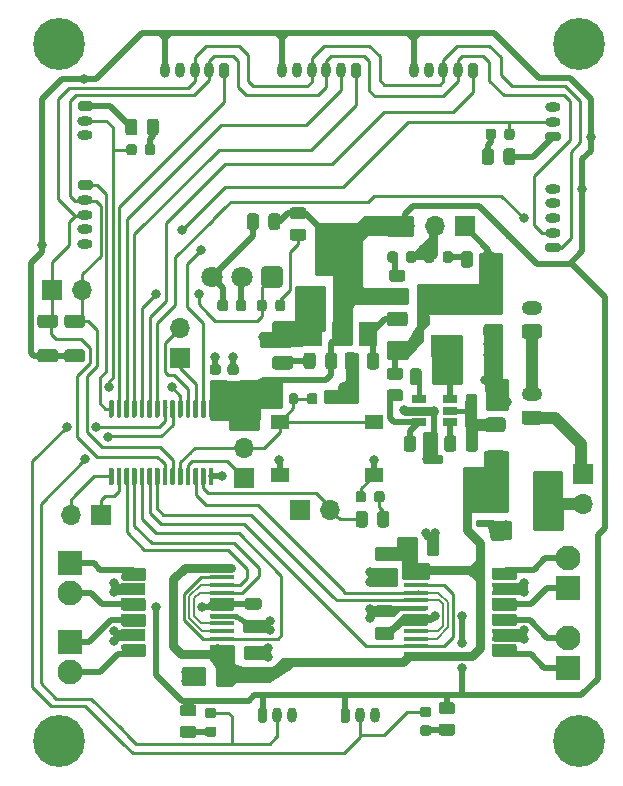
<source format=gbr>
%TF.GenerationSoftware,KiCad,Pcbnew,5.1.10*%
%TF.CreationDate,2021-08-20T07:55:10+02:00*%
%TF.ProjectId,nsumo,6e73756d-6f2e-46b6-9963-61645f706362,rev?*%
%TF.SameCoordinates,Original*%
%TF.FileFunction,Copper,L1,Top*%
%TF.FilePolarity,Positive*%
%FSLAX46Y46*%
G04 Gerber Fmt 4.6, Leading zero omitted, Abs format (unit mm)*
G04 Created by KiCad (PCBNEW 5.1.10) date 2021-08-20 07:55:10*
%MOMM*%
%LPD*%
G01*
G04 APERTURE LIST*
%TA.AperFunction,ComponentPad*%
%ADD10C,2.100000*%
%TD*%
%TA.AperFunction,ComponentPad*%
%ADD11R,2.100000X2.100000*%
%TD*%
%TA.AperFunction,SMDPad,CuDef*%
%ADD12R,2.050000X0.450000*%
%TD*%
%TA.AperFunction,ComponentPad*%
%ADD13O,1.700000X1.700000*%
%TD*%
%TA.AperFunction,ComponentPad*%
%ADD14R,1.700000X1.700000*%
%TD*%
%TA.AperFunction,SMDPad,CuDef*%
%ADD15R,1.500000X2.000000*%
%TD*%
%TA.AperFunction,SMDPad,CuDef*%
%ADD16R,3.800000X2.000000*%
%TD*%
%TA.AperFunction,ComponentPad*%
%ADD17O,1.300000X0.800000*%
%TD*%
%TA.AperFunction,ComponentPad*%
%ADD18O,0.800000X1.300000*%
%TD*%
%TA.AperFunction,ComponentPad*%
%ADD19C,0.700000*%
%TD*%
%TA.AperFunction,ComponentPad*%
%ADD20C,4.400000*%
%TD*%
%TA.AperFunction,ComponentPad*%
%ADD21O,1.750000X1.200000*%
%TD*%
%TA.AperFunction,SMDPad,CuDef*%
%ADD22R,1.550000X1.300000*%
%TD*%
%TA.AperFunction,SMDPad,CuDef*%
%ADD23R,1.220000X0.650000*%
%TD*%
%TA.AperFunction,SMDPad,CuDef*%
%ADD24R,2.500000X1.900000*%
%TD*%
%TA.AperFunction,SMDPad,CuDef*%
%ADD25R,0.900000X1.200000*%
%TD*%
%TA.AperFunction,ComponentPad*%
%ADD26C,1.800000*%
%TD*%
%TA.AperFunction,ViaPad*%
%ADD27C,0.800000*%
%TD*%
%TA.AperFunction,Conductor*%
%ADD28C,0.254000*%
%TD*%
%TA.AperFunction,Conductor*%
%ADD29C,0.508000*%
%TD*%
%TA.AperFunction,Conductor*%
%ADD30C,0.355600*%
%TD*%
%TA.AperFunction,Conductor*%
%ADD31C,0.457200*%
%TD*%
%TA.AperFunction,Conductor*%
%ADD32C,0.762000*%
%TD*%
%TA.AperFunction,Conductor*%
%ADD33C,0.250000*%
%TD*%
%TA.AperFunction,Conductor*%
%ADD34C,0.200000*%
%TD*%
%TA.AperFunction,Conductor*%
%ADD35C,1.000000*%
%TD*%
%TA.AperFunction,Conductor*%
%ADD36C,0.800000*%
%TD*%
%TA.AperFunction,Conductor*%
%ADD37C,0.203200*%
%TD*%
%TA.AperFunction,Conductor*%
%ADD38C,0.100000*%
%TD*%
%TA.AperFunction,Conductor*%
%ADD39C,0.300000*%
%TD*%
G04 APERTURE END LIST*
%TO.P,C15,2*%
%TO.N,GND*%
%TA.AperFunction,SMDPad,CuDef*%
G36*
G01*
X67125000Y-106750000D02*
X68075000Y-106750000D01*
G75*
G02*
X68325000Y-107000000I0J-250000D01*
G01*
X68325000Y-107500000D01*
G75*
G02*
X68075000Y-107750000I-250000J0D01*
G01*
X67125000Y-107750000D01*
G75*
G02*
X66875000Y-107500000I0J250000D01*
G01*
X66875000Y-107000000D01*
G75*
G02*
X67125000Y-106750000I250000J0D01*
G01*
G37*
%TD.AperFunction*%
%TO.P,C15,1*%
%TO.N,+5V*%
%TA.AperFunction,SMDPad,CuDef*%
G36*
G01*
X67125000Y-104850000D02*
X68075000Y-104850000D01*
G75*
G02*
X68325000Y-105100000I0J-250000D01*
G01*
X68325000Y-105600000D01*
G75*
G02*
X68075000Y-105850000I-250000J0D01*
G01*
X67125000Y-105850000D01*
G75*
G02*
X66875000Y-105600000I0J250000D01*
G01*
X66875000Y-105100000D01*
G75*
G02*
X67125000Y-104850000I250000J0D01*
G01*
G37*
%TD.AperFunction*%
%TD*%
%TO.P,R16,1*%
%TO.N,+3V3*%
%TA.AperFunction,SMDPad,CuDef*%
G36*
G01*
X63349998Y-138675000D02*
X64250002Y-138675000D01*
G75*
G02*
X64500000Y-138924998I0J-249998D01*
G01*
X64500000Y-139450002D01*
G75*
G02*
X64250002Y-139700000I-249998J0D01*
G01*
X63349998Y-139700000D01*
G75*
G02*
X63100000Y-139450002I0J249998D01*
G01*
X63100000Y-138924998D01*
G75*
G02*
X63349998Y-138675000I249998J0D01*
G01*
G37*
%TD.AperFunction*%
%TO.P,R16,2*%
%TO.N,Net-(D9-Pad2)*%
%TA.AperFunction,SMDPad,CuDef*%
G36*
G01*
X63349998Y-140500000D02*
X64250002Y-140500000D01*
G75*
G02*
X64500000Y-140749998I0J-249998D01*
G01*
X64500000Y-141275002D01*
G75*
G02*
X64250002Y-141525000I-249998J0D01*
G01*
X63349998Y-141525000D01*
G75*
G02*
X63100000Y-141275002I0J249998D01*
G01*
X63100000Y-140749998D01*
G75*
G02*
X63349998Y-140500000I249998J0D01*
G01*
G37*
%TD.AperFunction*%
%TD*%
%TO.P,R14,1*%
%TO.N,+3V3*%
%TA.AperFunction,SMDPad,CuDef*%
G36*
G01*
X69612500Y-92049998D02*
X69612500Y-92950002D01*
G75*
G02*
X69362502Y-93200000I-249998J0D01*
G01*
X68837498Y-93200000D01*
G75*
G02*
X68587500Y-92950002I0J249998D01*
G01*
X68587500Y-92049998D01*
G75*
G02*
X68837498Y-91800000I249998J0D01*
G01*
X69362502Y-91800000D01*
G75*
G02*
X69612500Y-92049998I0J-249998D01*
G01*
G37*
%TD.AperFunction*%
%TO.P,R14,2*%
%TO.N,Net-(D8-Pad2)*%
%TA.AperFunction,SMDPad,CuDef*%
G36*
G01*
X67787500Y-92049998D02*
X67787500Y-92950002D01*
G75*
G02*
X67537502Y-93200000I-249998J0D01*
G01*
X67012498Y-93200000D01*
G75*
G02*
X66762500Y-92950002I0J249998D01*
G01*
X66762500Y-92049998D01*
G75*
G02*
X67012498Y-91800000I249998J0D01*
G01*
X67537502Y-91800000D01*
G75*
G02*
X67787500Y-92049998I0J-249998D01*
G01*
G37*
%TD.AperFunction*%
%TD*%
%TO.P,R13,1*%
%TO.N,+3V3*%
%TA.AperFunction,SMDPad,CuDef*%
G36*
G01*
X41449998Y-138875000D02*
X42350002Y-138875000D01*
G75*
G02*
X42600000Y-139124998I0J-249998D01*
G01*
X42600000Y-139650002D01*
G75*
G02*
X42350002Y-139900000I-249998J0D01*
G01*
X41449998Y-139900000D01*
G75*
G02*
X41200000Y-139650002I0J249998D01*
G01*
X41200000Y-139124998D01*
G75*
G02*
X41449998Y-138875000I249998J0D01*
G01*
G37*
%TD.AperFunction*%
%TO.P,R13,2*%
%TO.N,Net-(D7-Pad2)*%
%TA.AperFunction,SMDPad,CuDef*%
G36*
G01*
X41449998Y-140700000D02*
X42350002Y-140700000D01*
G75*
G02*
X42600000Y-140949998I0J-249998D01*
G01*
X42600000Y-141475002D01*
G75*
G02*
X42350002Y-141725000I-249998J0D01*
G01*
X41449998Y-141725000D01*
G75*
G02*
X41200000Y-141475002I0J249998D01*
G01*
X41200000Y-140949998D01*
G75*
G02*
X41449998Y-140700000I249998J0D01*
G01*
G37*
%TD.AperFunction*%
%TD*%
%TO.P,R11,1*%
%TO.N,+3V3*%
%TA.AperFunction,SMDPad,CuDef*%
G36*
G01*
X36575000Y-90450002D02*
X36575000Y-89549998D01*
G75*
G02*
X36824998Y-89300000I249998J0D01*
G01*
X37350002Y-89300000D01*
G75*
G02*
X37600000Y-89549998I0J-249998D01*
G01*
X37600000Y-90450002D01*
G75*
G02*
X37350002Y-90700000I-249998J0D01*
G01*
X36824998Y-90700000D01*
G75*
G02*
X36575000Y-90450002I0J249998D01*
G01*
G37*
%TD.AperFunction*%
%TO.P,R11,2*%
%TO.N,Net-(D1-Pad2)*%
%TA.AperFunction,SMDPad,CuDef*%
G36*
G01*
X38400000Y-90450002D02*
X38400000Y-89549998D01*
G75*
G02*
X38649998Y-89300000I249998J0D01*
G01*
X39175002Y-89300000D01*
G75*
G02*
X39425000Y-89549998I0J-249998D01*
G01*
X39425000Y-90450002D01*
G75*
G02*
X39175002Y-90700000I-249998J0D01*
G01*
X38649998Y-90700000D01*
G75*
G02*
X38400000Y-90450002I0J249998D01*
G01*
G37*
%TD.AperFunction*%
%TD*%
%TO.P,D9,2*%
%TO.N,Net-(D9-Pad2)*%
%TA.AperFunction,SMDPad,CuDef*%
G36*
G01*
X61743750Y-140650000D02*
X62256250Y-140650000D01*
G75*
G02*
X62475000Y-140868750I0J-218750D01*
G01*
X62475000Y-141306250D01*
G75*
G02*
X62256250Y-141525000I-218750J0D01*
G01*
X61743750Y-141525000D01*
G75*
G02*
X61525000Y-141306250I0J218750D01*
G01*
X61525000Y-140868750D01*
G75*
G02*
X61743750Y-140650000I218750J0D01*
G01*
G37*
%TD.AperFunction*%
%TO.P,D9,1*%
%TO.N,LD_BACK_RIGHT*%
%TA.AperFunction,SMDPad,CuDef*%
G36*
G01*
X61743750Y-139075000D02*
X62256250Y-139075000D01*
G75*
G02*
X62475000Y-139293750I0J-218750D01*
G01*
X62475000Y-139731250D01*
G75*
G02*
X62256250Y-139950000I-218750J0D01*
G01*
X61743750Y-139950000D01*
G75*
G02*
X61525000Y-139731250I0J218750D01*
G01*
X61525000Y-139293750D01*
G75*
G02*
X61743750Y-139075000I218750J0D01*
G01*
G37*
%TD.AperFunction*%
%TD*%
%TO.P,D8,2*%
%TO.N,Net-(D8-Pad2)*%
%TA.AperFunction,SMDPad,CuDef*%
G36*
G01*
X67962500Y-90343750D02*
X67962500Y-90856250D01*
G75*
G02*
X67743750Y-91075000I-218750J0D01*
G01*
X67306250Y-91075000D01*
G75*
G02*
X67087500Y-90856250I0J218750D01*
G01*
X67087500Y-90343750D01*
G75*
G02*
X67306250Y-90125000I218750J0D01*
G01*
X67743750Y-90125000D01*
G75*
G02*
X67962500Y-90343750I0J-218750D01*
G01*
G37*
%TD.AperFunction*%
%TO.P,D8,1*%
%TO.N,LD_FRONT_RIGHT*%
%TA.AperFunction,SMDPad,CuDef*%
G36*
G01*
X69537500Y-90343750D02*
X69537500Y-90856250D01*
G75*
G02*
X69318750Y-91075000I-218750J0D01*
G01*
X68881250Y-91075000D01*
G75*
G02*
X68662500Y-90856250I0J218750D01*
G01*
X68662500Y-90343750D01*
G75*
G02*
X68881250Y-90125000I218750J0D01*
G01*
X69318750Y-90125000D01*
G75*
G02*
X69537500Y-90343750I0J-218750D01*
G01*
G37*
%TD.AperFunction*%
%TD*%
%TO.P,D7,2*%
%TO.N,Net-(D7-Pad2)*%
%TA.AperFunction,SMDPad,CuDef*%
G36*
G01*
X43543750Y-140750000D02*
X44056250Y-140750000D01*
G75*
G02*
X44275000Y-140968750I0J-218750D01*
G01*
X44275000Y-141406250D01*
G75*
G02*
X44056250Y-141625000I-218750J0D01*
G01*
X43543750Y-141625000D01*
G75*
G02*
X43325000Y-141406250I0J218750D01*
G01*
X43325000Y-140968750D01*
G75*
G02*
X43543750Y-140750000I218750J0D01*
G01*
G37*
%TD.AperFunction*%
%TO.P,D7,1*%
%TO.N,LD_BACK_LEFT*%
%TA.AperFunction,SMDPad,CuDef*%
G36*
G01*
X43543750Y-139175000D02*
X44056250Y-139175000D01*
G75*
G02*
X44275000Y-139393750I0J-218750D01*
G01*
X44275000Y-139831250D01*
G75*
G02*
X44056250Y-140050000I-218750J0D01*
G01*
X43543750Y-140050000D01*
G75*
G02*
X43325000Y-139831250I0J218750D01*
G01*
X43325000Y-139393750D01*
G75*
G02*
X43543750Y-139175000I218750J0D01*
G01*
G37*
%TD.AperFunction*%
%TD*%
%TO.P,D1,2*%
%TO.N,Net-(D1-Pad2)*%
%TA.AperFunction,SMDPad,CuDef*%
G36*
G01*
X38237500Y-92156250D02*
X38237500Y-91643750D01*
G75*
G02*
X38456250Y-91425000I218750J0D01*
G01*
X38893750Y-91425000D01*
G75*
G02*
X39112500Y-91643750I0J-218750D01*
G01*
X39112500Y-92156250D01*
G75*
G02*
X38893750Y-92375000I-218750J0D01*
G01*
X38456250Y-92375000D01*
G75*
G02*
X38237500Y-92156250I0J218750D01*
G01*
G37*
%TD.AperFunction*%
%TO.P,D1,1*%
%TO.N,LD_FRONT_LEFT*%
%TA.AperFunction,SMDPad,CuDef*%
G36*
G01*
X36662500Y-92156250D02*
X36662500Y-91643750D01*
G75*
G02*
X36881250Y-91425000I218750J0D01*
G01*
X37318750Y-91425000D01*
G75*
G02*
X37537500Y-91643750I0J-218750D01*
G01*
X37537500Y-92156250D01*
G75*
G02*
X37318750Y-92375000I-218750J0D01*
G01*
X36881250Y-92375000D01*
G75*
G02*
X36662500Y-92156250I0J218750D01*
G01*
G37*
%TD.AperFunction*%
%TD*%
%TO.P,U7,8*%
%TO.N,Net-(SW2-Pad2)*%
%TA.AperFunction,SMDPad,CuDef*%
G36*
G01*
X71500000Y-119925000D02*
X71500000Y-119625000D01*
G75*
G02*
X71650000Y-119475000I150000J0D01*
G01*
X73000000Y-119475000D01*
G75*
G02*
X73150000Y-119625000I0J-150000D01*
G01*
X73150000Y-119925000D01*
G75*
G02*
X73000000Y-120075000I-150000J0D01*
G01*
X71650000Y-120075000D01*
G75*
G02*
X71500000Y-119925000I0J150000D01*
G01*
G37*
%TD.AperFunction*%
%TO.P,U7,7*%
%TA.AperFunction,SMDPad,CuDef*%
G36*
G01*
X71500000Y-121195000D02*
X71500000Y-120895000D01*
G75*
G02*
X71650000Y-120745000I150000J0D01*
G01*
X73000000Y-120745000D01*
G75*
G02*
X73150000Y-120895000I0J-150000D01*
G01*
X73150000Y-121195000D01*
G75*
G02*
X73000000Y-121345000I-150000J0D01*
G01*
X71650000Y-121345000D01*
G75*
G02*
X71500000Y-121195000I0J150000D01*
G01*
G37*
%TD.AperFunction*%
%TO.P,U7,6*%
%TA.AperFunction,SMDPad,CuDef*%
G36*
G01*
X71500000Y-122465000D02*
X71500000Y-122165000D01*
G75*
G02*
X71650000Y-122015000I150000J0D01*
G01*
X73000000Y-122015000D01*
G75*
G02*
X73150000Y-122165000I0J-150000D01*
G01*
X73150000Y-122465000D01*
G75*
G02*
X73000000Y-122615000I-150000J0D01*
G01*
X71650000Y-122615000D01*
G75*
G02*
X71500000Y-122465000I0J150000D01*
G01*
G37*
%TD.AperFunction*%
%TO.P,U7,5*%
%TA.AperFunction,SMDPad,CuDef*%
G36*
G01*
X71500000Y-123735000D02*
X71500000Y-123435000D01*
G75*
G02*
X71650000Y-123285000I150000J0D01*
G01*
X73000000Y-123285000D01*
G75*
G02*
X73150000Y-123435000I0J-150000D01*
G01*
X73150000Y-123735000D01*
G75*
G02*
X73000000Y-123885000I-150000J0D01*
G01*
X71650000Y-123885000D01*
G75*
G02*
X71500000Y-123735000I0J150000D01*
G01*
G37*
%TD.AperFunction*%
%TO.P,U7,4*%
%TO.N,GND*%
%TA.AperFunction,SMDPad,CuDef*%
G36*
G01*
X66250000Y-123735000D02*
X66250000Y-123435000D01*
G75*
G02*
X66400000Y-123285000I150000J0D01*
G01*
X67750000Y-123285000D01*
G75*
G02*
X67900000Y-123435000I0J-150000D01*
G01*
X67900000Y-123735000D01*
G75*
G02*
X67750000Y-123885000I-150000J0D01*
G01*
X66400000Y-123885000D01*
G75*
G02*
X66250000Y-123735000I0J150000D01*
G01*
G37*
%TD.AperFunction*%
%TO.P,U7,3*%
%TO.N,+BATT*%
%TA.AperFunction,SMDPad,CuDef*%
G36*
G01*
X66250000Y-122465000D02*
X66250000Y-122165000D01*
G75*
G02*
X66400000Y-122015000I150000J0D01*
G01*
X67750000Y-122015000D01*
G75*
G02*
X67900000Y-122165000I0J-150000D01*
G01*
X67900000Y-122465000D01*
G75*
G02*
X67750000Y-122615000I-150000J0D01*
G01*
X66400000Y-122615000D01*
G75*
G02*
X66250000Y-122465000I0J150000D01*
G01*
G37*
%TD.AperFunction*%
%TO.P,U7,2*%
%TA.AperFunction,SMDPad,CuDef*%
G36*
G01*
X66250000Y-121195000D02*
X66250000Y-120895000D01*
G75*
G02*
X66400000Y-120745000I150000J0D01*
G01*
X67750000Y-120745000D01*
G75*
G02*
X67900000Y-120895000I0J-150000D01*
G01*
X67900000Y-121195000D01*
G75*
G02*
X67750000Y-121345000I-150000J0D01*
G01*
X66400000Y-121345000D01*
G75*
G02*
X66250000Y-121195000I0J150000D01*
G01*
G37*
%TD.AperFunction*%
%TO.P,U7,1*%
%TA.AperFunction,SMDPad,CuDef*%
G36*
G01*
X66250000Y-119925000D02*
X66250000Y-119625000D01*
G75*
G02*
X66400000Y-119475000I150000J0D01*
G01*
X67750000Y-119475000D01*
G75*
G02*
X67900000Y-119625000I0J-150000D01*
G01*
X67900000Y-119925000D01*
G75*
G02*
X67750000Y-120075000I-150000J0D01*
G01*
X66400000Y-120075000D01*
G75*
G02*
X66250000Y-119925000I0J150000D01*
G01*
G37*
%TD.AperFunction*%
%TD*%
D10*
%TO.P,J17,2*%
%TO.N,ML_A02*%
X31900000Y-129440000D03*
D11*
%TO.P,J17,1*%
%TO.N,ML_A01*%
X31900000Y-126900000D03*
%TD*%
D10*
%TO.P,J16,2*%
%TO.N,ML_B01*%
X31900000Y-136140000D03*
D11*
%TO.P,J16,1*%
%TO.N,ML_B02*%
X31900000Y-133600000D03*
%TD*%
D12*
%TO.P,U6,24*%
%TO.N,+BATT*%
X44750000Y-127476000D03*
%TO.P,U6,23*%
%TO.N,MOTS_LEFT_PWM*%
X44750000Y-128126000D03*
%TO.P,U6,22*%
%TO.N,MOTS_LEFT_CH2*%
X44750000Y-128776000D03*
%TO.P,U6,21*%
%TO.N,MOTS_LEFT_CH1*%
X44750000Y-129426000D03*
%TO.P,U6,20*%
%TO.N,+3V3*%
X44750000Y-130076000D03*
%TO.P,U6,19*%
X44750000Y-130726000D03*
%TO.P,U6,18*%
%TO.N,GND*%
X44750000Y-131376000D03*
%TO.P,U6,17*%
%TO.N,MOTS_LEFT_CH1*%
X44750000Y-132026000D03*
%TO.P,U6,16*%
%TO.N,MOTS_LEFT_CH2*%
X44750000Y-132676000D03*
%TO.P,U6,15*%
%TO.N,MOTS_LEFT_PWM*%
X44750000Y-133326000D03*
%TO.P,U6,14*%
%TO.N,+BATT*%
X44750000Y-133976000D03*
%TO.P,U6,13*%
X44750000Y-134626000D03*
%TO.P,U6,12*%
%TO.N,ML_B01*%
X37250000Y-134626000D03*
%TO.P,U6,11*%
X37250000Y-133976000D03*
%TO.P,U6,10*%
%TO.N,GND*%
X37250000Y-133326000D03*
%TO.P,U6,9*%
X37250000Y-132676000D03*
%TO.P,U6,8*%
%TO.N,ML_B02*%
X37250000Y-132026000D03*
%TO.P,U6,7*%
X37250000Y-131376000D03*
%TO.P,U6,6*%
%TO.N,ML_A02*%
X37250000Y-130726000D03*
%TO.P,U6,5*%
X37250000Y-130076000D03*
%TO.P,U6,4*%
%TO.N,GND*%
X37250000Y-129426000D03*
%TO.P,U6,3*%
X37250000Y-128776000D03*
%TO.P,U6,2*%
%TO.N,ML_A01*%
X37250000Y-128126000D03*
%TO.P,U6,1*%
X37250000Y-127476000D03*
%TD*%
%TO.P,U3,24*%
%TO.N,+BATT*%
X61150000Y-134611000D03*
%TO.P,U3,23*%
%TO.N,MOTS_RIGHT_PWM*%
X61150000Y-133961000D03*
%TO.P,U3,22*%
%TO.N,MOTS_RIGHT_CH2*%
X61150000Y-133311000D03*
%TO.P,U3,21*%
%TO.N,MOTS_RIGHT_CH1*%
X61150000Y-132661000D03*
%TO.P,U3,20*%
%TO.N,+3V3*%
X61150000Y-132011000D03*
%TO.P,U3,19*%
X61150000Y-131361000D03*
%TO.P,U3,18*%
%TO.N,GND*%
X61150000Y-130711000D03*
%TO.P,U3,17*%
%TO.N,MOTS_RIGHT_CH1*%
X61150000Y-130061000D03*
%TO.P,U3,16*%
%TO.N,MOTS_RIGHT_CH2*%
X61150000Y-129411000D03*
%TO.P,U3,15*%
%TO.N,MOTS_RIGHT_PWM*%
X61150000Y-128761000D03*
%TO.P,U3,14*%
%TO.N,+BATT*%
X61150000Y-128111000D03*
%TO.P,U3,13*%
X61150000Y-127461000D03*
%TO.P,U3,12*%
%TO.N,MR_B01*%
X68650000Y-127461000D03*
%TO.P,U3,11*%
X68650000Y-128111000D03*
%TO.P,U3,10*%
%TO.N,GND*%
X68650000Y-128761000D03*
%TO.P,U3,9*%
X68650000Y-129411000D03*
%TO.P,U3,8*%
%TO.N,MR_B02*%
X68650000Y-130061000D03*
%TO.P,U3,7*%
X68650000Y-130711000D03*
%TO.P,U3,6*%
%TO.N,MR_A02*%
X68650000Y-131361000D03*
%TO.P,U3,5*%
X68650000Y-132011000D03*
%TO.P,U3,4*%
%TO.N,GND*%
X68650000Y-132661000D03*
%TO.P,U3,3*%
X68650000Y-133311000D03*
%TO.P,U3,2*%
%TO.N,MR_A01*%
X68650000Y-133961000D03*
%TO.P,U3,1*%
X68650000Y-134611000D03*
%TD*%
%TO.P,R4,1*%
%TO.N,Net-(C7-Pad1)*%
%TA.AperFunction,SMDPad,CuDef*%
G36*
G01*
X46862500Y-98450002D02*
X46862500Y-97549998D01*
G75*
G02*
X47112498Y-97300000I249998J0D01*
G01*
X47637502Y-97300000D01*
G75*
G02*
X47887500Y-97549998I0J-249998D01*
G01*
X47887500Y-98450002D01*
G75*
G02*
X47637502Y-98700000I-249998J0D01*
G01*
X47112498Y-98700000D01*
G75*
G02*
X46862500Y-98450002I0J249998D01*
G01*
G37*
%TD.AperFunction*%
%TO.P,R4,2*%
%TO.N,+3V3*%
%TA.AperFunction,SMDPad,CuDef*%
G36*
G01*
X48687500Y-98450002D02*
X48687500Y-97549998D01*
G75*
G02*
X48937498Y-97300000I249998J0D01*
G01*
X49462502Y-97300000D01*
G75*
G02*
X49712500Y-97549998I0J-249998D01*
G01*
X49712500Y-98450002D01*
G75*
G02*
X49462502Y-98700000I-249998J0D01*
G01*
X48937498Y-98700000D01*
G75*
G02*
X48687500Y-98450002I0J249998D01*
G01*
G37*
%TD.AperFunction*%
%TD*%
D13*
%TO.P,J13,3*%
%TO.N,+3V3*%
X60260000Y-98400000D03*
%TO.P,J13,2*%
%TO.N,GND*%
X62800000Y-98400000D03*
D14*
%TO.P,J13,1*%
%TO.N,+5V*%
X65340000Y-98400000D03*
%TD*%
%TO.P,F2,2*%
%TO.N,Net-(C2-Pad1)*%
%TA.AperFunction,SMDPad,CuDef*%
G36*
G01*
X60225000Y-106875000D02*
X58975000Y-106875000D01*
G75*
G02*
X58725000Y-106625000I0J250000D01*
G01*
X58725000Y-105875000D01*
G75*
G02*
X58975000Y-105625000I250000J0D01*
G01*
X60225000Y-105625000D01*
G75*
G02*
X60475000Y-105875000I0J-250000D01*
G01*
X60475000Y-106625000D01*
G75*
G02*
X60225000Y-106875000I-250000J0D01*
G01*
G37*
%TD.AperFunction*%
%TO.P,F2,1*%
%TO.N,+5V*%
%TA.AperFunction,SMDPad,CuDef*%
G36*
G01*
X60225000Y-109675000D02*
X58975000Y-109675000D01*
G75*
G02*
X58725000Y-109425000I0J250000D01*
G01*
X58725000Y-108675000D01*
G75*
G02*
X58975000Y-108425000I250000J0D01*
G01*
X60225000Y-108425000D01*
G75*
G02*
X60475000Y-108675000I0J-250000D01*
G01*
X60475000Y-109425000D01*
G75*
G02*
X60225000Y-109675000I-250000J0D01*
G01*
G37*
%TD.AperFunction*%
%TD*%
%TO.P,F1,2*%
%TO.N,Net-(C1-Pad1)*%
%TA.AperFunction,SMDPad,CuDef*%
G36*
G01*
X68525000Y-115825000D02*
X67275000Y-115825000D01*
G75*
G02*
X67025000Y-115575000I0J250000D01*
G01*
X67025000Y-114825000D01*
G75*
G02*
X67275000Y-114575000I250000J0D01*
G01*
X68525000Y-114575000D01*
G75*
G02*
X68775000Y-114825000I0J-250000D01*
G01*
X68775000Y-115575000D01*
G75*
G02*
X68525000Y-115825000I-250000J0D01*
G01*
G37*
%TD.AperFunction*%
%TO.P,F1,1*%
%TO.N,+BATT*%
%TA.AperFunction,SMDPad,CuDef*%
G36*
G01*
X68525000Y-118625000D02*
X67275000Y-118625000D01*
G75*
G02*
X67025000Y-118375000I0J250000D01*
G01*
X67025000Y-117625000D01*
G75*
G02*
X67275000Y-117375000I250000J0D01*
G01*
X68525000Y-117375000D01*
G75*
G02*
X68775000Y-117625000I0J-250000D01*
G01*
X68775000Y-118375000D01*
G75*
G02*
X68525000Y-118625000I-250000J0D01*
G01*
G37*
%TD.AperFunction*%
%TD*%
%TO.P,C3,2*%
%TO.N,GND*%
%TA.AperFunction,SMDPad,CuDef*%
G36*
G01*
X50550001Y-107575000D02*
X49249999Y-107575000D01*
G75*
G02*
X49000000Y-107325001I0J249999D01*
G01*
X49000000Y-106674999D01*
G75*
G02*
X49249999Y-106425000I249999J0D01*
G01*
X50550001Y-106425000D01*
G75*
G02*
X50800000Y-106674999I0J-249999D01*
G01*
X50800000Y-107325001D01*
G75*
G02*
X50550001Y-107575000I-249999J0D01*
G01*
G37*
%TD.AperFunction*%
%TO.P,C3,1*%
%TO.N,Net-(C3-Pad1)*%
%TA.AperFunction,SMDPad,CuDef*%
G36*
G01*
X50550001Y-110525000D02*
X49249999Y-110525000D01*
G75*
G02*
X49000000Y-110275001I0J249999D01*
G01*
X49000000Y-109624999D01*
G75*
G02*
X49249999Y-109375000I249999J0D01*
G01*
X50550001Y-109375000D01*
G75*
G02*
X50800000Y-109624999I0J-249999D01*
G01*
X50800000Y-110275001D01*
G75*
G02*
X50550001Y-110525000I-249999J0D01*
G01*
G37*
%TD.AperFunction*%
%TD*%
%TO.P,C14,2*%
%TO.N,GND*%
%TA.AperFunction,SMDPad,CuDef*%
G36*
G01*
X62090000Y-126005000D02*
X62090000Y-125055000D01*
G75*
G02*
X62340000Y-124805000I250000J0D01*
G01*
X62840000Y-124805000D01*
G75*
G02*
X63090000Y-125055000I0J-250000D01*
G01*
X63090000Y-126005000D01*
G75*
G02*
X62840000Y-126255000I-250000J0D01*
G01*
X62340000Y-126255000D01*
G75*
G02*
X62090000Y-126005000I0J250000D01*
G01*
G37*
%TD.AperFunction*%
%TO.P,C14,1*%
%TO.N,+BATT*%
%TA.AperFunction,SMDPad,CuDef*%
G36*
G01*
X60190000Y-126005000D02*
X60190000Y-125055000D01*
G75*
G02*
X60440000Y-124805000I250000J0D01*
G01*
X60940000Y-124805000D01*
G75*
G02*
X61190000Y-125055000I0J-250000D01*
G01*
X61190000Y-126005000D01*
G75*
G02*
X60940000Y-126255000I-250000J0D01*
G01*
X60440000Y-126255000D01*
G75*
G02*
X60190000Y-126005000I0J250000D01*
G01*
G37*
%TD.AperFunction*%
%TD*%
%TO.P,C13,2*%
%TO.N,GND*%
%TA.AperFunction,SMDPad,CuDef*%
G36*
G01*
X47875000Y-134950000D02*
X46925000Y-134950000D01*
G75*
G02*
X46675000Y-134700000I0J250000D01*
G01*
X46675000Y-134200000D01*
G75*
G02*
X46925000Y-133950000I250000J0D01*
G01*
X47875000Y-133950000D01*
G75*
G02*
X48125000Y-134200000I0J-250000D01*
G01*
X48125000Y-134700000D01*
G75*
G02*
X47875000Y-134950000I-250000J0D01*
G01*
G37*
%TD.AperFunction*%
%TO.P,C13,1*%
%TO.N,+BATT*%
%TA.AperFunction,SMDPad,CuDef*%
G36*
G01*
X47875000Y-136850000D02*
X46925000Y-136850000D01*
G75*
G02*
X46675000Y-136600000I0J250000D01*
G01*
X46675000Y-136100000D01*
G75*
G02*
X46925000Y-135850000I250000J0D01*
G01*
X47875000Y-135850000D01*
G75*
G02*
X48125000Y-136100000I0J-250000D01*
G01*
X48125000Y-136600000D01*
G75*
G02*
X47875000Y-136850000I-250000J0D01*
G01*
G37*
%TD.AperFunction*%
%TD*%
%TO.P,C12,2*%
%TO.N,GND*%
%TA.AperFunction,SMDPad,CuDef*%
G36*
G01*
X58085000Y-127550000D02*
X59035000Y-127550000D01*
G75*
G02*
X59285000Y-127800000I0J-250000D01*
G01*
X59285000Y-128300000D01*
G75*
G02*
X59035000Y-128550000I-250000J0D01*
G01*
X58085000Y-128550000D01*
G75*
G02*
X57835000Y-128300000I0J250000D01*
G01*
X57835000Y-127800000D01*
G75*
G02*
X58085000Y-127550000I250000J0D01*
G01*
G37*
%TD.AperFunction*%
%TO.P,C12,1*%
%TO.N,+BATT*%
%TA.AperFunction,SMDPad,CuDef*%
G36*
G01*
X58085000Y-125650000D02*
X59035000Y-125650000D01*
G75*
G02*
X59285000Y-125900000I0J-250000D01*
G01*
X59285000Y-126400000D01*
G75*
G02*
X59035000Y-126650000I-250000J0D01*
G01*
X58085000Y-126650000D01*
G75*
G02*
X57835000Y-126400000I0J250000D01*
G01*
X57835000Y-125900000D01*
G75*
G02*
X58085000Y-125650000I250000J0D01*
G01*
G37*
%TD.AperFunction*%
%TD*%
%TO.P,C11,2*%
%TO.N,GND*%
%TA.AperFunction,SMDPad,CuDef*%
G36*
G01*
X43350000Y-136075000D02*
X43350000Y-137025000D01*
G75*
G02*
X43100000Y-137275000I-250000J0D01*
G01*
X42600000Y-137275000D01*
G75*
G02*
X42350000Y-137025000I0J250000D01*
G01*
X42350000Y-136075000D01*
G75*
G02*
X42600000Y-135825000I250000J0D01*
G01*
X43100000Y-135825000D01*
G75*
G02*
X43350000Y-136075000I0J-250000D01*
G01*
G37*
%TD.AperFunction*%
%TO.P,C11,1*%
%TO.N,+BATT*%
%TA.AperFunction,SMDPad,CuDef*%
G36*
G01*
X45250000Y-136075000D02*
X45250000Y-137025000D01*
G75*
G02*
X45000000Y-137275000I-250000J0D01*
G01*
X44500000Y-137275000D01*
G75*
G02*
X44250000Y-137025000I0J250000D01*
G01*
X44250000Y-136075000D01*
G75*
G02*
X44500000Y-135825000I250000J0D01*
G01*
X45000000Y-135825000D01*
G75*
G02*
X45250000Y-136075000I0J-250000D01*
G01*
G37*
%TD.AperFunction*%
%TD*%
%TO.P,C10,1*%
%TO.N,+3V3*%
%TA.AperFunction,SMDPad,CuDef*%
G36*
G01*
X58995000Y-133350000D02*
X58045000Y-133350000D01*
G75*
G02*
X57795000Y-133100000I0J250000D01*
G01*
X57795000Y-132600000D01*
G75*
G02*
X58045000Y-132350000I250000J0D01*
G01*
X58995000Y-132350000D01*
G75*
G02*
X59245000Y-132600000I0J-250000D01*
G01*
X59245000Y-133100000D01*
G75*
G02*
X58995000Y-133350000I-250000J0D01*
G01*
G37*
%TD.AperFunction*%
%TO.P,C10,2*%
%TO.N,GND*%
%TA.AperFunction,SMDPad,CuDef*%
G36*
G01*
X58995000Y-131450000D02*
X58045000Y-131450000D01*
G75*
G02*
X57795000Y-131200000I0J250000D01*
G01*
X57795000Y-130700000D01*
G75*
G02*
X58045000Y-130450000I250000J0D01*
G01*
X58995000Y-130450000D01*
G75*
G02*
X59245000Y-130700000I0J-250000D01*
G01*
X59245000Y-131200000D01*
G75*
G02*
X58995000Y-131450000I-250000J0D01*
G01*
G37*
%TD.AperFunction*%
%TD*%
%TO.P,C9,2*%
%TO.N,GND*%
%TA.AperFunction,SMDPad,CuDef*%
G36*
G01*
X46925000Y-131750000D02*
X47875000Y-131750000D01*
G75*
G02*
X48125000Y-132000000I0J-250000D01*
G01*
X48125000Y-132500000D01*
G75*
G02*
X47875000Y-132750000I-250000J0D01*
G01*
X46925000Y-132750000D01*
G75*
G02*
X46675000Y-132500000I0J250000D01*
G01*
X46675000Y-132000000D01*
G75*
G02*
X46925000Y-131750000I250000J0D01*
G01*
G37*
%TD.AperFunction*%
%TO.P,C9,1*%
%TO.N,+3V3*%
%TA.AperFunction,SMDPad,CuDef*%
G36*
G01*
X46925000Y-129850000D02*
X47875000Y-129850000D01*
G75*
G02*
X48125000Y-130100000I0J-250000D01*
G01*
X48125000Y-130600000D01*
G75*
G02*
X47875000Y-130850000I-250000J0D01*
G01*
X46925000Y-130850000D01*
G75*
G02*
X46675000Y-130600000I0J250000D01*
G01*
X46675000Y-130100000D01*
G75*
G02*
X46925000Y-129850000I250000J0D01*
G01*
G37*
%TD.AperFunction*%
%TD*%
D15*
%TO.P,U5,1*%
%TO.N,GND*%
X52500000Y-107495000D03*
%TO.P,U5,3*%
%TO.N,Net-(C2-Pad1)*%
X57100000Y-107495000D03*
%TO.P,U5,2*%
%TO.N,+3V3*%
X54800000Y-107495000D03*
D16*
X54800000Y-101195000D03*
%TD*%
%TO.P,R9,2*%
%TO.N,SCL*%
%TA.AperFunction,SMDPad,CuDef*%
G36*
G01*
X30625002Y-107000000D02*
X29374998Y-107000000D01*
G75*
G02*
X29125000Y-106750002I0J249998D01*
G01*
X29125000Y-106124998D01*
G75*
G02*
X29374998Y-105875000I249998J0D01*
G01*
X30625002Y-105875000D01*
G75*
G02*
X30875000Y-106124998I0J-249998D01*
G01*
X30875000Y-106750002D01*
G75*
G02*
X30625002Y-107000000I-249998J0D01*
G01*
G37*
%TD.AperFunction*%
%TO.P,R9,1*%
%TO.N,+3V3*%
%TA.AperFunction,SMDPad,CuDef*%
G36*
G01*
X30625002Y-109925000D02*
X29374998Y-109925000D01*
G75*
G02*
X29125000Y-109675002I0J249998D01*
G01*
X29125000Y-109049998D01*
G75*
G02*
X29374998Y-108800000I249998J0D01*
G01*
X30625002Y-108800000D01*
G75*
G02*
X30875000Y-109049998I0J-249998D01*
G01*
X30875000Y-109675002D01*
G75*
G02*
X30625002Y-109925000I-249998J0D01*
G01*
G37*
%TD.AperFunction*%
%TD*%
%TO.P,R8,2*%
%TO.N,SDA*%
%TA.AperFunction,SMDPad,CuDef*%
G36*
G01*
X32925002Y-107000000D02*
X31674998Y-107000000D01*
G75*
G02*
X31425000Y-106750002I0J249998D01*
G01*
X31425000Y-106124998D01*
G75*
G02*
X31674998Y-105875000I249998J0D01*
G01*
X32925002Y-105875000D01*
G75*
G02*
X33175000Y-106124998I0J-249998D01*
G01*
X33175000Y-106750002D01*
G75*
G02*
X32925002Y-107000000I-249998J0D01*
G01*
G37*
%TD.AperFunction*%
%TO.P,R8,1*%
%TO.N,+3V3*%
%TA.AperFunction,SMDPad,CuDef*%
G36*
G01*
X32925002Y-109925000D02*
X31674998Y-109925000D01*
G75*
G02*
X31425000Y-109675002I0J249998D01*
G01*
X31425000Y-109049998D01*
G75*
G02*
X31674998Y-108800000I249998J0D01*
G01*
X32925002Y-108800000D01*
G75*
G02*
X33175000Y-109049998I0J-249998D01*
G01*
X33175000Y-109675002D01*
G75*
G02*
X32925002Y-109925000I-249998J0D01*
G01*
G37*
%TD.AperFunction*%
%TD*%
D17*
%TO.P,J1,5*%
%TO.N,+3V3*%
X33200000Y-99900000D03*
%TO.P,J1,4*%
%TO.N,GND*%
X33200000Y-98650000D03*
%TO.P,J1,3*%
%TO.N,SCL*%
X33200000Y-97400000D03*
%TO.P,J1,2*%
%TO.N,SDA*%
X33200000Y-96150000D03*
%TO.P,J1,1*%
%TO.N,XSHUT_LEFT*%
%TA.AperFunction,ComponentPad*%
G36*
G01*
X32750000Y-94500000D02*
X33650000Y-94500000D01*
G75*
G02*
X33850000Y-94700000I0J-200000D01*
G01*
X33850000Y-95100000D01*
G75*
G02*
X33650000Y-95300000I-200000J0D01*
G01*
X32750000Y-95300000D01*
G75*
G02*
X32550000Y-95100000I0J200000D01*
G01*
X32550000Y-94700000D01*
G75*
G02*
X32750000Y-94500000I200000J0D01*
G01*
G37*
%TD.AperFunction*%
%TD*%
D18*
%TO.P,J4,5*%
%TO.N,+3V3*%
X39950000Y-85200000D03*
%TO.P,J4,4*%
%TO.N,GND*%
X41200000Y-85200000D03*
%TO.P,J4,3*%
%TO.N,SCL*%
X42450000Y-85200000D03*
%TO.P,J4,2*%
%TO.N,SDA*%
X43700000Y-85200000D03*
%TO.P,J4,1*%
%TO.N,XSHUT_FLEFT*%
%TA.AperFunction,ComponentPad*%
G36*
G01*
X45350000Y-84750000D02*
X45350000Y-85650000D01*
G75*
G02*
X45150000Y-85850000I-200000J0D01*
G01*
X44750000Y-85850000D01*
G75*
G02*
X44550000Y-85650000I0J200000D01*
G01*
X44550000Y-84750000D01*
G75*
G02*
X44750000Y-84550000I200000J0D01*
G01*
X45150000Y-84550000D01*
G75*
G02*
X45350000Y-84750000I0J-200000D01*
G01*
G37*
%TD.AperFunction*%
%TD*%
%TO.P,J2,6*%
%TO.N,+3V3*%
X49850000Y-85200000D03*
%TO.P,J2,5*%
%TO.N,GND*%
X51100000Y-85200000D03*
%TO.P,J2,4*%
%TO.N,SCL*%
X52350000Y-85200000D03*
%TO.P,J2,3*%
%TO.N,SDA*%
X53600000Y-85200000D03*
%TO.P,J2,2*%
%TO.N,XSHUT_FRONT*%
X54850000Y-85200000D03*
%TO.P,J2,1*%
%TO.N,INT_FRONT*%
%TA.AperFunction,ComponentPad*%
G36*
G01*
X56500000Y-84750000D02*
X56500000Y-85650000D01*
G75*
G02*
X56300000Y-85850000I-200000J0D01*
G01*
X55900000Y-85850000D01*
G75*
G02*
X55700000Y-85650000I0J200000D01*
G01*
X55700000Y-84750000D01*
G75*
G02*
X55900000Y-84550000I200000J0D01*
G01*
X56300000Y-84550000D01*
G75*
G02*
X56500000Y-84750000I0J-200000D01*
G01*
G37*
%TD.AperFunction*%
%TD*%
D19*
%TO.P,H4,1*%
%TO.N,GND*%
X32166726Y-81833274D03*
X31000000Y-81350000D03*
X29833274Y-81833274D03*
X29350000Y-83000000D03*
X29833274Y-84166726D03*
X31000000Y-84650000D03*
X32166726Y-84166726D03*
X32650000Y-83000000D03*
D20*
X31000000Y-83000000D03*
%TD*%
D19*
%TO.P,H3,1*%
%TO.N,GND*%
X76166726Y-81833274D03*
X75000000Y-81350000D03*
X73833274Y-81833274D03*
X73350000Y-83000000D03*
X73833274Y-84166726D03*
X75000000Y-84650000D03*
X76166726Y-84166726D03*
X76650000Y-83000000D03*
D20*
X75000000Y-83000000D03*
%TD*%
D19*
%TO.P,H2,1*%
%TO.N,GND*%
X32166726Y-140833274D03*
X31000000Y-140350000D03*
X29833274Y-140833274D03*
X29350000Y-142000000D03*
X29833274Y-143166726D03*
X31000000Y-143650000D03*
X32166726Y-143166726D03*
X32650000Y-142000000D03*
D20*
X31000000Y-142000000D03*
%TD*%
D19*
%TO.P,H1,1*%
%TO.N,GND*%
X76166726Y-140833274D03*
X75000000Y-140350000D03*
X73833274Y-140833274D03*
X73350000Y-142000000D03*
X73833274Y-143166726D03*
X75000000Y-143650000D03*
X76166726Y-143166726D03*
X76650000Y-142000000D03*
D20*
X75000000Y-142000000D03*
%TD*%
D21*
%TO.P,J5,2*%
%TO.N,GND*%
X71000000Y-105300000D03*
%TO.P,J5,1*%
%TO.N,Net-(J3-Pad2)*%
%TA.AperFunction,ComponentPad*%
G36*
G01*
X71625001Y-107900000D02*
X70374999Y-107900000D01*
G75*
G02*
X70125000Y-107650001I0J249999D01*
G01*
X70125000Y-106949999D01*
G75*
G02*
X70374999Y-106700000I249999J0D01*
G01*
X71625001Y-106700000D01*
G75*
G02*
X71875000Y-106949999I0J-249999D01*
G01*
X71875000Y-107650001D01*
G75*
G02*
X71625001Y-107900000I-249999J0D01*
G01*
G37*
%TD.AperFunction*%
%TD*%
%TO.P,J3,2*%
%TO.N,Net-(J3-Pad2)*%
X71000000Y-112600000D03*
%TO.P,J3,1*%
%TO.N,Net-(J3-Pad1)*%
%TA.AperFunction,ComponentPad*%
G36*
G01*
X71625001Y-115200000D02*
X70374999Y-115200000D01*
G75*
G02*
X70125000Y-114950001I0J249999D01*
G01*
X70125000Y-114249999D01*
G75*
G02*
X70374999Y-114000000I249999J0D01*
G01*
X71625001Y-114000000D01*
G75*
G02*
X71875000Y-114249999I0J-249999D01*
G01*
X71875000Y-114950001D01*
G75*
G02*
X71625001Y-115200000I-249999J0D01*
G01*
G37*
%TD.AperFunction*%
%TD*%
D17*
%TO.P,J9,5*%
%TO.N,+3V3*%
X72800000Y-95200000D03*
%TO.P,J9,4*%
%TO.N,GND*%
X72800000Y-96450000D03*
%TO.P,J9,3*%
%TO.N,XSHUT_RIGHT*%
X72800000Y-97700000D03*
%TO.P,J9,2*%
%TO.N,SDA*%
X72800000Y-98950000D03*
%TO.P,J9,1*%
%TO.N,SCL*%
%TA.AperFunction,ComponentPad*%
G36*
G01*
X73250000Y-100600000D02*
X72350000Y-100600000D01*
G75*
G02*
X72150000Y-100400000I0J200000D01*
G01*
X72150000Y-100000000D01*
G75*
G02*
X72350000Y-99800000I200000J0D01*
G01*
X73250000Y-99800000D01*
G75*
G02*
X73450000Y-100000000I0J-200000D01*
G01*
X73450000Y-100400000D01*
G75*
G02*
X73250000Y-100600000I-200000J0D01*
G01*
G37*
%TD.AperFunction*%
%TD*%
D18*
%TO.P,J7,5*%
%TO.N,+3V3*%
X61000000Y-85200000D03*
%TO.P,J7,4*%
%TO.N,GND*%
X62250000Y-85200000D03*
%TO.P,J7,3*%
%TO.N,SCL*%
X63500000Y-85200000D03*
%TO.P,J7,2*%
%TO.N,SDA*%
X64750000Y-85200000D03*
%TO.P,J7,1*%
%TO.N,XSHUT_FRIGHT*%
%TA.AperFunction,ComponentPad*%
G36*
G01*
X66400000Y-84750000D02*
X66400000Y-85650000D01*
G75*
G02*
X66200000Y-85850000I-200000J0D01*
G01*
X65800000Y-85850000D01*
G75*
G02*
X65600000Y-85650000I0J200000D01*
G01*
X65600000Y-84750000D01*
G75*
G02*
X65800000Y-84550000I200000J0D01*
G01*
X66200000Y-84550000D01*
G75*
G02*
X66400000Y-84750000I0J-200000D01*
G01*
G37*
%TD.AperFunction*%
%TD*%
D13*
%TO.P,J6,2*%
%TO.N,SDA*%
X32940000Y-103800000D03*
D14*
%TO.P,J6,1*%
%TO.N,SCL*%
X30400000Y-103800000D03*
%TD*%
%TO.P,R5,2*%
%TO.N,Net-(D6-Pad2)*%
%TA.AperFunction,SMDPad,CuDef*%
G36*
G01*
X57900000Y-123650002D02*
X57900000Y-122749998D01*
G75*
G02*
X58149998Y-122500000I249998J0D01*
G01*
X58675002Y-122500000D01*
G75*
G02*
X58925000Y-122749998I0J-249998D01*
G01*
X58925000Y-123650002D01*
G75*
G02*
X58675002Y-123900000I-249998J0D01*
G01*
X58149998Y-123900000D01*
G75*
G02*
X57900000Y-123650002I0J249998D01*
G01*
G37*
%TD.AperFunction*%
%TO.P,R5,1*%
%TO.N,TEST_LED*%
%TA.AperFunction,SMDPad,CuDef*%
G36*
G01*
X56075000Y-123650002D02*
X56075000Y-122749998D01*
G75*
G02*
X56324998Y-122500000I249998J0D01*
G01*
X56850002Y-122500000D01*
G75*
G02*
X57100000Y-122749998I0J-249998D01*
G01*
X57100000Y-123650002D01*
G75*
G02*
X56850002Y-123900000I-249998J0D01*
G01*
X56324998Y-123900000D01*
G75*
G02*
X56075000Y-123650002I0J249998D01*
G01*
G37*
%TD.AperFunction*%
%TD*%
D13*
%TO.P,J12,2*%
%TO.N,TEST_LED*%
X53940000Y-122400000D03*
D14*
%TO.P,J12,1*%
%TO.N,GND*%
X51400000Y-122400000D03*
%TD*%
D13*
%TO.P,J11,3*%
%TO.N,+3V3*%
X46600000Y-114600000D03*
%TO.P,J11,2*%
%TO.N,RST*%
X46600000Y-117140000D03*
D14*
%TO.P,J11,1*%
%TO.N,SBWTCK*%
X46600000Y-119680000D03*
%TD*%
D13*
%TO.P,J8,2*%
%TO.N,UNUSED_2*%
X31960000Y-122800000D03*
D14*
%TO.P,J8,1*%
%TO.N,UNUSED_1*%
X34500000Y-122800000D03*
%TD*%
D13*
%TO.P,J10,2*%
%TO.N,UART_TX*%
X41200000Y-107000000D03*
D14*
%TO.P,J10,1*%
%TO.N,UART_RX*%
X41200000Y-109540000D03*
%TD*%
%TO.P,D5,2*%
%TO.N,Net-(D5-Pad2)*%
%TA.AperFunction,SMDPad,CuDef*%
G36*
G01*
X49262500Y-105356250D02*
X49262500Y-104843750D01*
G75*
G02*
X49481250Y-104625000I218750J0D01*
G01*
X49918750Y-104625000D01*
G75*
G02*
X50137500Y-104843750I0J-218750D01*
G01*
X50137500Y-105356250D01*
G75*
G02*
X49918750Y-105575000I-218750J0D01*
G01*
X49481250Y-105575000D01*
G75*
G02*
X49262500Y-105356250I0J218750D01*
G01*
G37*
%TD.AperFunction*%
%TO.P,D5,1*%
%TO.N,IR_RECEIVER*%
%TA.AperFunction,SMDPad,CuDef*%
G36*
G01*
X47687500Y-105356250D02*
X47687500Y-104843750D01*
G75*
G02*
X47906250Y-104625000I218750J0D01*
G01*
X48343750Y-104625000D01*
G75*
G02*
X48562500Y-104843750I0J-218750D01*
G01*
X48562500Y-105356250D01*
G75*
G02*
X48343750Y-105575000I-218750J0D01*
G01*
X47906250Y-105575000D01*
G75*
G02*
X47687500Y-105356250I0J218750D01*
G01*
G37*
%TD.AperFunction*%
%TD*%
D13*
%TO.P,SW2,2*%
%TO.N,Net-(SW2-Pad2)*%
X75300000Y-121940000D03*
D14*
%TO.P,SW2,1*%
%TO.N,Net-(J3-Pad1)*%
X75300000Y-119400000D03*
%TD*%
D22*
%TO.P,SW1,2*%
%TO.N,RST*%
X49650000Y-114950000D03*
%TO.P,SW1,1*%
%TO.N,GND*%
X49650000Y-119450000D03*
X57600000Y-119450000D03*
%TO.P,SW1,2*%
%TO.N,RST*%
X57600000Y-114950000D03*
%TD*%
D23*
%TO.P,U2,6*%
%TO.N,Net-(C4-Pad2)*%
X64051000Y-113046000D03*
%TO.P,U2,5*%
%TO.N,Net-(C1-Pad1)*%
X64051000Y-113996000D03*
%TO.P,U2,4*%
%TO.N,Net-(R3-Pad2)*%
X64051000Y-114946000D03*
%TO.P,U2,3*%
%TO.N,Net-(R12-Pad2)*%
X61431000Y-114946000D03*
%TO.P,U2,2*%
%TO.N,GND*%
X61431000Y-113996000D03*
%TO.P,U2,1*%
%TO.N,Net-(C4-Pad1)*%
X61431000Y-113046000D03*
%TD*%
%TO.P,R15,2*%
%TO.N,GND*%
%TA.AperFunction,SMDPad,CuDef*%
G36*
G01*
X61987500Y-117250002D02*
X61987500Y-116349998D01*
G75*
G02*
X62237498Y-116100000I249998J0D01*
G01*
X62762502Y-116100000D01*
G75*
G02*
X63012500Y-116349998I0J-249998D01*
G01*
X63012500Y-117250002D01*
G75*
G02*
X62762502Y-117500000I-249998J0D01*
G01*
X62237498Y-117500000D01*
G75*
G02*
X61987500Y-117250002I0J249998D01*
G01*
G37*
%TD.AperFunction*%
%TO.P,R15,1*%
%TO.N,Net-(R12-Pad2)*%
%TA.AperFunction,SMDPad,CuDef*%
G36*
G01*
X60162500Y-117250002D02*
X60162500Y-116349998D01*
G75*
G02*
X60412498Y-116100000I249998J0D01*
G01*
X60937502Y-116100000D01*
G75*
G02*
X61187500Y-116349998I0J-249998D01*
G01*
X61187500Y-117250002D01*
G75*
G02*
X60937502Y-117500000I-249998J0D01*
G01*
X60412498Y-117500000D01*
G75*
G02*
X60162500Y-117250002I0J249998D01*
G01*
G37*
%TD.AperFunction*%
%TD*%
%TO.P,R12,2*%
%TO.N,Net-(R12-Pad2)*%
%TA.AperFunction,SMDPad,CuDef*%
G36*
G01*
X58949998Y-112200000D02*
X59850002Y-112200000D01*
G75*
G02*
X60100000Y-112449998I0J-249998D01*
G01*
X60100000Y-112975002D01*
G75*
G02*
X59850002Y-113225000I-249998J0D01*
G01*
X58949998Y-113225000D01*
G75*
G02*
X58700000Y-112975002I0J249998D01*
G01*
X58700000Y-112449998D01*
G75*
G02*
X58949998Y-112200000I249998J0D01*
G01*
G37*
%TD.AperFunction*%
%TO.P,R12,1*%
%TO.N,+5V*%
%TA.AperFunction,SMDPad,CuDef*%
G36*
G01*
X58949998Y-110375000D02*
X59850002Y-110375000D01*
G75*
G02*
X60100000Y-110624998I0J-249998D01*
G01*
X60100000Y-111150002D01*
G75*
G02*
X59850002Y-111400000I-249998J0D01*
G01*
X58949998Y-111400000D01*
G75*
G02*
X58700000Y-111150002I0J249998D01*
G01*
X58700000Y-110624998D01*
G75*
G02*
X58949998Y-110375000I249998J0D01*
G01*
G37*
%TD.AperFunction*%
%TD*%
%TO.P,R3,2*%
%TO.N,Net-(R3-Pad2)*%
%TA.AperFunction,SMDPad,CuDef*%
G36*
G01*
X64600000Y-116349998D02*
X64600000Y-117250002D01*
G75*
G02*
X64350002Y-117500000I-249998J0D01*
G01*
X63824998Y-117500000D01*
G75*
G02*
X63575000Y-117250002I0J249998D01*
G01*
X63575000Y-116349998D01*
G75*
G02*
X63824998Y-116100000I249998J0D01*
G01*
X64350002Y-116100000D01*
G75*
G02*
X64600000Y-116349998I0J-249998D01*
G01*
G37*
%TD.AperFunction*%
%TO.P,R3,1*%
%TO.N,Net-(C1-Pad1)*%
%TA.AperFunction,SMDPad,CuDef*%
G36*
G01*
X66425000Y-116349998D02*
X66425000Y-117250002D01*
G75*
G02*
X66175002Y-117500000I-249998J0D01*
G01*
X65649998Y-117500000D01*
G75*
G02*
X65400000Y-117250002I0J249998D01*
G01*
X65400000Y-116349998D01*
G75*
G02*
X65649998Y-116100000I249998J0D01*
G01*
X66175002Y-116100000D01*
G75*
G02*
X66425000Y-116349998I0J-249998D01*
G01*
G37*
%TD.AperFunction*%
%TD*%
D24*
%TO.P,L1,2*%
%TO.N,+5V*%
X63700000Y-104450000D03*
%TO.P,L1,1*%
%TO.N,Net-(C4-Pad2)*%
X63700000Y-108550000D03*
%TD*%
D25*
%TO.P,D4,2*%
%TO.N,GND*%
X68000000Y-111000000D03*
%TO.P,D4,1*%
%TO.N,Net-(C4-Pad2)*%
X64700000Y-111000000D03*
%TD*%
%TO.P,C4,2*%
%TO.N,Net-(C4-Pad2)*%
%TA.AperFunction,SMDPad,CuDef*%
G36*
G01*
X62577000Y-111616000D02*
X62577000Y-110666000D01*
G75*
G02*
X62827000Y-110416000I250000J0D01*
G01*
X63327000Y-110416000D01*
G75*
G02*
X63577000Y-110666000I0J-250000D01*
G01*
X63577000Y-111616000D01*
G75*
G02*
X63327000Y-111866000I-250000J0D01*
G01*
X62827000Y-111866000D01*
G75*
G02*
X62577000Y-111616000I0J250000D01*
G01*
G37*
%TD.AperFunction*%
%TO.P,C4,1*%
%TO.N,Net-(C4-Pad1)*%
%TA.AperFunction,SMDPad,CuDef*%
G36*
G01*
X60677000Y-111616000D02*
X60677000Y-110666000D01*
G75*
G02*
X60927000Y-110416000I250000J0D01*
G01*
X61427000Y-110416000D01*
G75*
G02*
X61677000Y-110666000I0J-250000D01*
G01*
X61677000Y-111616000D01*
G75*
G02*
X61427000Y-111866000I-250000J0D01*
G01*
X60927000Y-111866000D01*
G75*
G02*
X60677000Y-111616000I0J250000D01*
G01*
G37*
%TD.AperFunction*%
%TD*%
%TO.P,C1,2*%
%TO.N,GND*%
%TA.AperFunction,SMDPad,CuDef*%
G36*
G01*
X67281000Y-113775000D02*
X67281000Y-112825000D01*
G75*
G02*
X67531000Y-112575000I250000J0D01*
G01*
X68031000Y-112575000D01*
G75*
G02*
X68281000Y-112825000I0J-250000D01*
G01*
X68281000Y-113775000D01*
G75*
G02*
X68031000Y-114025000I-250000J0D01*
G01*
X67531000Y-114025000D01*
G75*
G02*
X67281000Y-113775000I0J250000D01*
G01*
G37*
%TD.AperFunction*%
%TO.P,C1,1*%
%TO.N,Net-(C1-Pad1)*%
%TA.AperFunction,SMDPad,CuDef*%
G36*
G01*
X65381000Y-113775000D02*
X65381000Y-112825000D01*
G75*
G02*
X65631000Y-112575000I250000J0D01*
G01*
X66131000Y-112575000D01*
G75*
G02*
X66381000Y-112825000I0J-250000D01*
G01*
X66381000Y-113775000D01*
G75*
G02*
X66131000Y-114025000I-250000J0D01*
G01*
X65631000Y-114025000D01*
G75*
G02*
X65381000Y-113775000I0J250000D01*
G01*
G37*
%TD.AperFunction*%
%TD*%
%TO.P,R10,1*%
%TO.N,+3V3*%
%TA.AperFunction,SMDPad,CuDef*%
G36*
G01*
X50749998Y-96775000D02*
X51650002Y-96775000D01*
G75*
G02*
X51900000Y-97024998I0J-249998D01*
G01*
X51900000Y-97550002D01*
G75*
G02*
X51650002Y-97800000I-249998J0D01*
G01*
X50749998Y-97800000D01*
G75*
G02*
X50500000Y-97550002I0J249998D01*
G01*
X50500000Y-97024998D01*
G75*
G02*
X50749998Y-96775000I249998J0D01*
G01*
G37*
%TD.AperFunction*%
%TO.P,R10,2*%
%TO.N,Net-(D5-Pad2)*%
%TA.AperFunction,SMDPad,CuDef*%
G36*
G01*
X50749998Y-98600000D02*
X51650002Y-98600000D01*
G75*
G02*
X51900000Y-98849998I0J-249998D01*
G01*
X51900000Y-99375002D01*
G75*
G02*
X51650002Y-99625000I-249998J0D01*
G01*
X50749998Y-99625000D01*
G75*
G02*
X50500000Y-99375002I0J249998D01*
G01*
X50500000Y-98849998D01*
G75*
G02*
X50749998Y-98600000I249998J0D01*
G01*
G37*
%TD.AperFunction*%
%TD*%
%TO.P,R7,1*%
%TO.N,+5V*%
%TA.AperFunction,SMDPad,CuDef*%
G36*
G01*
X67837500Y-100749998D02*
X67837500Y-101650002D01*
G75*
G02*
X67587502Y-101900000I-249998J0D01*
G01*
X67062498Y-101900000D01*
G75*
G02*
X66812500Y-101650002I0J249998D01*
G01*
X66812500Y-100749998D01*
G75*
G02*
X67062498Y-100500000I249998J0D01*
G01*
X67587502Y-100500000D01*
G75*
G02*
X67837500Y-100749998I0J-249998D01*
G01*
G37*
%TD.AperFunction*%
%TO.P,R7,2*%
%TO.N,Net-(D3-Pad2)*%
%TA.AperFunction,SMDPad,CuDef*%
G36*
G01*
X66012500Y-100749998D02*
X66012500Y-101650002D01*
G75*
G02*
X65762502Y-101900000I-249998J0D01*
G01*
X65237498Y-101900000D01*
G75*
G02*
X64987500Y-101650002I0J249998D01*
G01*
X64987500Y-100749998D01*
G75*
G02*
X65237498Y-100500000I249998J0D01*
G01*
X65762502Y-100500000D01*
G75*
G02*
X66012500Y-100749998I0J-249998D01*
G01*
G37*
%TD.AperFunction*%
%TD*%
%TO.P,R6,2*%
%TO.N,Net-(D2-Pad2)*%
%TA.AperFunction,SMDPad,CuDef*%
G36*
G01*
X60050002Y-103100000D02*
X59149998Y-103100000D01*
G75*
G02*
X58900000Y-102850002I0J249998D01*
G01*
X58900000Y-102324998D01*
G75*
G02*
X59149998Y-102075000I249998J0D01*
G01*
X60050002Y-102075000D01*
G75*
G02*
X60300000Y-102324998I0J-249998D01*
G01*
X60300000Y-102850002D01*
G75*
G02*
X60050002Y-103100000I-249998J0D01*
G01*
G37*
%TD.AperFunction*%
%TO.P,R6,1*%
%TO.N,+3V3*%
%TA.AperFunction,SMDPad,CuDef*%
G36*
G01*
X60050002Y-104925000D02*
X59149998Y-104925000D01*
G75*
G02*
X58900000Y-104675002I0J249998D01*
G01*
X58900000Y-104149998D01*
G75*
G02*
X59149998Y-103900000I249998J0D01*
G01*
X60050002Y-103900000D01*
G75*
G02*
X60300000Y-104149998I0J-249998D01*
G01*
X60300000Y-104675002D01*
G75*
G02*
X60050002Y-104925000I-249998J0D01*
G01*
G37*
%TD.AperFunction*%
%TD*%
%TO.P,R2,2*%
%TO.N,Net-(C3-Pad1)*%
%TA.AperFunction,SMDPad,CuDef*%
G36*
G01*
X52687500Y-109349998D02*
X52687500Y-110250002D01*
G75*
G02*
X52437502Y-110500000I-249998J0D01*
G01*
X51912498Y-110500000D01*
G75*
G02*
X51662500Y-110250002I0J249998D01*
G01*
X51662500Y-109349998D01*
G75*
G02*
X51912498Y-109100000I249998J0D01*
G01*
X52437502Y-109100000D01*
G75*
G02*
X52687500Y-109349998I0J-249998D01*
G01*
G37*
%TD.AperFunction*%
%TO.P,R2,1*%
%TO.N,+3V3*%
%TA.AperFunction,SMDPad,CuDef*%
G36*
G01*
X54512500Y-109349998D02*
X54512500Y-110250002D01*
G75*
G02*
X54262502Y-110500000I-249998J0D01*
G01*
X53737498Y-110500000D01*
G75*
G02*
X53487500Y-110250002I0J249998D01*
G01*
X53487500Y-109349998D01*
G75*
G02*
X53737498Y-109100000I249998J0D01*
G01*
X54262502Y-109100000D01*
G75*
G02*
X54512500Y-109349998I0J-249998D01*
G01*
G37*
%TD.AperFunction*%
%TD*%
%TO.P,R1,2*%
%TO.N,+3V3*%
%TA.AperFunction,SMDPad,CuDef*%
G36*
G01*
X49550000Y-112725000D02*
X49550000Y-113275000D01*
G75*
G02*
X49350000Y-113475000I-200000J0D01*
G01*
X48950000Y-113475000D01*
G75*
G02*
X48750000Y-113275000I0J200000D01*
G01*
X48750000Y-112725000D01*
G75*
G02*
X48950000Y-112525000I200000J0D01*
G01*
X49350000Y-112525000D01*
G75*
G02*
X49550000Y-112725000I0J-200000D01*
G01*
G37*
%TD.AperFunction*%
%TO.P,R1,1*%
%TO.N,RST*%
%TA.AperFunction,SMDPad,CuDef*%
G36*
G01*
X51200000Y-112725000D02*
X51200000Y-113275000D01*
G75*
G02*
X51000000Y-113475000I-200000J0D01*
G01*
X50600000Y-113475000D01*
G75*
G02*
X50400000Y-113275000I0J200000D01*
G01*
X50400000Y-112725000D01*
G75*
G02*
X50600000Y-112525000I200000J0D01*
G01*
X51000000Y-112525000D01*
G75*
G02*
X51200000Y-112725000I0J-200000D01*
G01*
G37*
%TD.AperFunction*%
%TD*%
%TO.P,D2,2*%
%TO.N,Net-(D2-Pad2)*%
%TA.AperFunction,SMDPad,CuDef*%
G36*
G01*
X59650000Y-100743750D02*
X59650000Y-101256250D01*
G75*
G02*
X59431250Y-101475000I-218750J0D01*
G01*
X58993750Y-101475000D01*
G75*
G02*
X58775000Y-101256250I0J218750D01*
G01*
X58775000Y-100743750D01*
G75*
G02*
X58993750Y-100525000I218750J0D01*
G01*
X59431250Y-100525000D01*
G75*
G02*
X59650000Y-100743750I0J-218750D01*
G01*
G37*
%TD.AperFunction*%
%TO.P,D2,1*%
%TO.N,GND*%
%TA.AperFunction,SMDPad,CuDef*%
G36*
G01*
X61225000Y-100743750D02*
X61225000Y-101256250D01*
G75*
G02*
X61006250Y-101475000I-218750J0D01*
G01*
X60568750Y-101475000D01*
G75*
G02*
X60350000Y-101256250I0J218750D01*
G01*
X60350000Y-100743750D01*
G75*
G02*
X60568750Y-100525000I218750J0D01*
G01*
X61006250Y-100525000D01*
G75*
G02*
X61225000Y-100743750I0J-218750D01*
G01*
G37*
%TD.AperFunction*%
%TD*%
%TO.P,C8,2*%
%TO.N,GND*%
%TA.AperFunction,SMDPad,CuDef*%
G36*
G01*
X44450000Y-110975000D02*
X43950000Y-110975000D01*
G75*
G02*
X43725000Y-110750000I0J225000D01*
G01*
X43725000Y-110300000D01*
G75*
G02*
X43950000Y-110075000I225000J0D01*
G01*
X44450000Y-110075000D01*
G75*
G02*
X44675000Y-110300000I0J-225000D01*
G01*
X44675000Y-110750000D01*
G75*
G02*
X44450000Y-110975000I-225000J0D01*
G01*
G37*
%TD.AperFunction*%
%TO.P,C8,1*%
%TO.N,+3V3*%
%TA.AperFunction,SMDPad,CuDef*%
G36*
G01*
X44450000Y-112525000D02*
X43950000Y-112525000D01*
G75*
G02*
X43725000Y-112300000I0J225000D01*
G01*
X43725000Y-111850000D01*
G75*
G02*
X43950000Y-111625000I225000J0D01*
G01*
X44450000Y-111625000D01*
G75*
G02*
X44675000Y-111850000I0J-225000D01*
G01*
X44675000Y-112300000D01*
G75*
G02*
X44450000Y-112525000I-225000J0D01*
G01*
G37*
%TD.AperFunction*%
%TD*%
%TO.P,C7,2*%
%TO.N,GND*%
%TA.AperFunction,SMDPad,CuDef*%
G36*
G01*
X45925000Y-105350000D02*
X45925000Y-104850000D01*
G75*
G02*
X46150000Y-104625000I225000J0D01*
G01*
X46600000Y-104625000D01*
G75*
G02*
X46825000Y-104850000I0J-225000D01*
G01*
X46825000Y-105350000D01*
G75*
G02*
X46600000Y-105575000I-225000J0D01*
G01*
X46150000Y-105575000D01*
G75*
G02*
X45925000Y-105350000I0J225000D01*
G01*
G37*
%TD.AperFunction*%
%TO.P,C7,1*%
%TO.N,Net-(C7-Pad1)*%
%TA.AperFunction,SMDPad,CuDef*%
G36*
G01*
X44375000Y-105350000D02*
X44375000Y-104850000D01*
G75*
G02*
X44600000Y-104625000I225000J0D01*
G01*
X45050000Y-104625000D01*
G75*
G02*
X45275000Y-104850000I0J-225000D01*
G01*
X45275000Y-105350000D01*
G75*
G02*
X45050000Y-105575000I-225000J0D01*
G01*
X44600000Y-105575000D01*
G75*
G02*
X44375000Y-105350000I0J225000D01*
G01*
G37*
%TD.AperFunction*%
%TD*%
%TO.P,C6,2*%
%TO.N,GND*%
%TA.AperFunction,SMDPad,CuDef*%
G36*
G01*
X45950000Y-110975000D02*
X45450000Y-110975000D01*
G75*
G02*
X45225000Y-110750000I0J225000D01*
G01*
X45225000Y-110300000D01*
G75*
G02*
X45450000Y-110075000I225000J0D01*
G01*
X45950000Y-110075000D01*
G75*
G02*
X46175000Y-110300000I0J-225000D01*
G01*
X46175000Y-110750000D01*
G75*
G02*
X45950000Y-110975000I-225000J0D01*
G01*
G37*
%TD.AperFunction*%
%TO.P,C6,1*%
%TO.N,+3V3*%
%TA.AperFunction,SMDPad,CuDef*%
G36*
G01*
X45950000Y-112525000D02*
X45450000Y-112525000D01*
G75*
G02*
X45225000Y-112300000I0J225000D01*
G01*
X45225000Y-111850000D01*
G75*
G02*
X45450000Y-111625000I225000J0D01*
G01*
X45950000Y-111625000D01*
G75*
G02*
X46175000Y-111850000I0J-225000D01*
G01*
X46175000Y-112300000D01*
G75*
G02*
X45950000Y-112525000I-225000J0D01*
G01*
G37*
%TD.AperFunction*%
%TD*%
%TO.P,C5,2*%
%TO.N,GND*%
%TA.AperFunction,SMDPad,CuDef*%
G36*
G01*
X53500000Y-113250000D02*
X53500000Y-112750000D01*
G75*
G02*
X53725000Y-112525000I225000J0D01*
G01*
X54175000Y-112525000D01*
G75*
G02*
X54400000Y-112750000I0J-225000D01*
G01*
X54400000Y-113250000D01*
G75*
G02*
X54175000Y-113475000I-225000J0D01*
G01*
X53725000Y-113475000D01*
G75*
G02*
X53500000Y-113250000I0J225000D01*
G01*
G37*
%TD.AperFunction*%
%TO.P,C5,1*%
%TO.N,RST*%
%TA.AperFunction,SMDPad,CuDef*%
G36*
G01*
X51950000Y-113250000D02*
X51950000Y-112750000D01*
G75*
G02*
X52175000Y-112525000I225000J0D01*
G01*
X52625000Y-112525000D01*
G75*
G02*
X52850000Y-112750000I0J-225000D01*
G01*
X52850000Y-113250000D01*
G75*
G02*
X52625000Y-113475000I-225000J0D01*
G01*
X52175000Y-113475000D01*
G75*
G02*
X51950000Y-113250000I0J225000D01*
G01*
G37*
%TD.AperFunction*%
%TD*%
%TO.P,C2,2*%
%TO.N,GND*%
%TA.AperFunction,SMDPad,CuDef*%
G36*
G01*
X56150000Y-109325000D02*
X56150000Y-110275000D01*
G75*
G02*
X55900000Y-110525000I-250000J0D01*
G01*
X55400000Y-110525000D01*
G75*
G02*
X55150000Y-110275000I0J250000D01*
G01*
X55150000Y-109325000D01*
G75*
G02*
X55400000Y-109075000I250000J0D01*
G01*
X55900000Y-109075000D01*
G75*
G02*
X56150000Y-109325000I0J-250000D01*
G01*
G37*
%TD.AperFunction*%
%TO.P,C2,1*%
%TO.N,Net-(C2-Pad1)*%
%TA.AperFunction,SMDPad,CuDef*%
G36*
G01*
X58050000Y-109325000D02*
X58050000Y-110275000D01*
G75*
G02*
X57800000Y-110525000I-250000J0D01*
G01*
X57300000Y-110525000D01*
G75*
G02*
X57050000Y-110275000I0J250000D01*
G01*
X57050000Y-109325000D01*
G75*
G02*
X57300000Y-109075000I250000J0D01*
G01*
X57800000Y-109075000D01*
G75*
G02*
X58050000Y-109325000I0J-250000D01*
G01*
G37*
%TD.AperFunction*%
%TD*%
%TO.P,D3,2*%
%TO.N,Net-(D3-Pad2)*%
%TA.AperFunction,SMDPad,CuDef*%
G36*
G01*
X63450000Y-101256250D02*
X63450000Y-100743750D01*
G75*
G02*
X63668750Y-100525000I218750J0D01*
G01*
X64106250Y-100525000D01*
G75*
G02*
X64325000Y-100743750I0J-218750D01*
G01*
X64325000Y-101256250D01*
G75*
G02*
X64106250Y-101475000I-218750J0D01*
G01*
X63668750Y-101475000D01*
G75*
G02*
X63450000Y-101256250I0J218750D01*
G01*
G37*
%TD.AperFunction*%
%TO.P,D3,1*%
%TO.N,GND*%
%TA.AperFunction,SMDPad,CuDef*%
G36*
G01*
X61875000Y-101256250D02*
X61875000Y-100743750D01*
G75*
G02*
X62093750Y-100525000I218750J0D01*
G01*
X62531250Y-100525000D01*
G75*
G02*
X62750000Y-100743750I0J-218750D01*
G01*
X62750000Y-101256250D01*
G75*
G02*
X62531250Y-101475000I-218750J0D01*
G01*
X62093750Y-101475000D01*
G75*
G02*
X61875000Y-101256250I0J218750D01*
G01*
G37*
%TD.AperFunction*%
%TD*%
%TO.P,D6,2*%
%TO.N,Net-(D6-Pad2)*%
%TA.AperFunction,SMDPad,CuDef*%
G36*
G01*
X57650000Y-121556250D02*
X57650000Y-121043750D01*
G75*
G02*
X57868750Y-120825000I218750J0D01*
G01*
X58306250Y-120825000D01*
G75*
G02*
X58525000Y-121043750I0J-218750D01*
G01*
X58525000Y-121556250D01*
G75*
G02*
X58306250Y-121775000I-218750J0D01*
G01*
X57868750Y-121775000D01*
G75*
G02*
X57650000Y-121556250I0J218750D01*
G01*
G37*
%TD.AperFunction*%
%TO.P,D6,1*%
%TO.N,GND*%
%TA.AperFunction,SMDPad,CuDef*%
G36*
G01*
X56075000Y-121556250D02*
X56075000Y-121043750D01*
G75*
G02*
X56293750Y-120825000I218750J0D01*
G01*
X56731250Y-120825000D01*
G75*
G02*
X56950000Y-121043750I0J-218750D01*
G01*
X56950000Y-121556250D01*
G75*
G02*
X56731250Y-121775000I-218750J0D01*
G01*
X56293750Y-121775000D01*
G75*
G02*
X56075000Y-121556250I0J218750D01*
G01*
G37*
%TD.AperFunction*%
%TD*%
D26*
%TO.P,U1,3*%
%TO.N,Net-(C7-Pad1)*%
X43920000Y-102700000D03*
%TO.P,U1,2*%
%TO.N,GND*%
X46460000Y-102700000D03*
%TO.P,U1,1*%
%TO.N,IR_RECEIVER*%
%TA.AperFunction,ComponentPad*%
G36*
G01*
X49900000Y-102050200D02*
X49900000Y-103349800D01*
G75*
G02*
X49649800Y-103600000I-250200J0D01*
G01*
X48350200Y-103600000D01*
G75*
G02*
X48100000Y-103349800I0J250200D01*
G01*
X48100000Y-102050200D01*
G75*
G02*
X48350200Y-101800000I250200J0D01*
G01*
X49649800Y-101800000D01*
G75*
G02*
X49900000Y-102050200I0J-250200D01*
G01*
G37*
%TD.AperFunction*%
%TD*%
%TO.P,U4,28*%
%TO.N,GND*%
%TA.AperFunction,SMDPad,CuDef*%
G36*
G01*
X43733000Y-118838000D02*
X43933000Y-118838000D01*
G75*
G02*
X44033000Y-118938000I0J-100000D01*
G01*
X44033000Y-120213000D01*
G75*
G02*
X43933000Y-120313000I-100000J0D01*
G01*
X43733000Y-120313000D01*
G75*
G02*
X43633000Y-120213000I0J100000D01*
G01*
X43633000Y-118938000D01*
G75*
G02*
X43733000Y-118838000I100000J0D01*
G01*
G37*
%TD.AperFunction*%
%TO.P,U4,27*%
%TO.N,TEST_LED*%
%TA.AperFunction,SMDPad,CuDef*%
G36*
G01*
X43083000Y-118838000D02*
X43283000Y-118838000D01*
G75*
G02*
X43383000Y-118938000I0J-100000D01*
G01*
X43383000Y-120213000D01*
G75*
G02*
X43283000Y-120313000I-100000J0D01*
G01*
X43083000Y-120313000D01*
G75*
G02*
X42983000Y-120213000I0J100000D01*
G01*
X42983000Y-118938000D01*
G75*
G02*
X43083000Y-118838000I100000J0D01*
G01*
G37*
%TD.AperFunction*%
%TO.P,U4,26*%
%TO.N,MOTS_RIGHT_CH2*%
%TA.AperFunction,SMDPad,CuDef*%
G36*
G01*
X42433000Y-118838000D02*
X42633000Y-118838000D01*
G75*
G02*
X42733000Y-118938000I0J-100000D01*
G01*
X42733000Y-120213000D01*
G75*
G02*
X42633000Y-120313000I-100000J0D01*
G01*
X42433000Y-120313000D01*
G75*
G02*
X42333000Y-120213000I0J100000D01*
G01*
X42333000Y-118938000D01*
G75*
G02*
X42433000Y-118838000I100000J0D01*
G01*
G37*
%TD.AperFunction*%
%TO.P,U4,25*%
%TO.N,SBWTCK*%
%TA.AperFunction,SMDPad,CuDef*%
G36*
G01*
X41783000Y-118838000D02*
X41983000Y-118838000D01*
G75*
G02*
X42083000Y-118938000I0J-100000D01*
G01*
X42083000Y-120213000D01*
G75*
G02*
X41983000Y-120313000I-100000J0D01*
G01*
X41783000Y-120313000D01*
G75*
G02*
X41683000Y-120213000I0J100000D01*
G01*
X41683000Y-118938000D01*
G75*
G02*
X41783000Y-118838000I100000J0D01*
G01*
G37*
%TD.AperFunction*%
%TO.P,U4,24*%
%TO.N,RST*%
%TA.AperFunction,SMDPad,CuDef*%
G36*
G01*
X41133000Y-118838000D02*
X41333000Y-118838000D01*
G75*
G02*
X41433000Y-118938000I0J-100000D01*
G01*
X41433000Y-120213000D01*
G75*
G02*
X41333000Y-120313000I-100000J0D01*
G01*
X41133000Y-120313000D01*
G75*
G02*
X41033000Y-120213000I0J100000D01*
G01*
X41033000Y-118938000D01*
G75*
G02*
X41133000Y-118838000I100000J0D01*
G01*
G37*
%TD.AperFunction*%
%TO.P,U4,23*%
%TO.N,SDA*%
%TA.AperFunction,SMDPad,CuDef*%
G36*
G01*
X40483000Y-118838000D02*
X40683000Y-118838000D01*
G75*
G02*
X40783000Y-118938000I0J-100000D01*
G01*
X40783000Y-120213000D01*
G75*
G02*
X40683000Y-120313000I-100000J0D01*
G01*
X40483000Y-120313000D01*
G75*
G02*
X40383000Y-120213000I0J100000D01*
G01*
X40383000Y-118938000D01*
G75*
G02*
X40483000Y-118838000I100000J0D01*
G01*
G37*
%TD.AperFunction*%
%TO.P,U4,22*%
%TO.N,SCL*%
%TA.AperFunction,SMDPad,CuDef*%
G36*
G01*
X39833000Y-118838000D02*
X40033000Y-118838000D01*
G75*
G02*
X40133000Y-118938000I0J-100000D01*
G01*
X40133000Y-120213000D01*
G75*
G02*
X40033000Y-120313000I-100000J0D01*
G01*
X39833000Y-120313000D01*
G75*
G02*
X39733000Y-120213000I0J100000D01*
G01*
X39733000Y-118938000D01*
G75*
G02*
X39833000Y-118838000I100000J0D01*
G01*
G37*
%TD.AperFunction*%
%TO.P,U4,21*%
%TO.N,MOTS_RIGHT_CH1*%
%TA.AperFunction,SMDPad,CuDef*%
G36*
G01*
X39183000Y-118838000D02*
X39383000Y-118838000D01*
G75*
G02*
X39483000Y-118938000I0J-100000D01*
G01*
X39483000Y-120213000D01*
G75*
G02*
X39383000Y-120313000I-100000J0D01*
G01*
X39183000Y-120313000D01*
G75*
G02*
X39083000Y-120213000I0J100000D01*
G01*
X39083000Y-118938000D01*
G75*
G02*
X39183000Y-118838000I100000J0D01*
G01*
G37*
%TD.AperFunction*%
%TO.P,U4,20*%
%TO.N,MOTS_RIGHT_PWM*%
%TA.AperFunction,SMDPad,CuDef*%
G36*
G01*
X38533000Y-118838000D02*
X38733000Y-118838000D01*
G75*
G02*
X38833000Y-118938000I0J-100000D01*
G01*
X38833000Y-120213000D01*
G75*
G02*
X38733000Y-120313000I-100000J0D01*
G01*
X38533000Y-120313000D01*
G75*
G02*
X38433000Y-120213000I0J100000D01*
G01*
X38433000Y-118938000D01*
G75*
G02*
X38533000Y-118838000I100000J0D01*
G01*
G37*
%TD.AperFunction*%
%TO.P,U4,19*%
%TO.N,MOTS_LEFT_PWM*%
%TA.AperFunction,SMDPad,CuDef*%
G36*
G01*
X37883000Y-118838000D02*
X38083000Y-118838000D01*
G75*
G02*
X38183000Y-118938000I0J-100000D01*
G01*
X38183000Y-120213000D01*
G75*
G02*
X38083000Y-120313000I-100000J0D01*
G01*
X37883000Y-120313000D01*
G75*
G02*
X37783000Y-120213000I0J100000D01*
G01*
X37783000Y-118938000D01*
G75*
G02*
X37883000Y-118838000I100000J0D01*
G01*
G37*
%TD.AperFunction*%
%TO.P,U4,18*%
%TO.N,MOTS_LEFT_CH1*%
%TA.AperFunction,SMDPad,CuDef*%
G36*
G01*
X37233000Y-118838000D02*
X37433000Y-118838000D01*
G75*
G02*
X37533000Y-118938000I0J-100000D01*
G01*
X37533000Y-120213000D01*
G75*
G02*
X37433000Y-120313000I-100000J0D01*
G01*
X37233000Y-120313000D01*
G75*
G02*
X37133000Y-120213000I0J100000D01*
G01*
X37133000Y-118938000D01*
G75*
G02*
X37233000Y-118838000I100000J0D01*
G01*
G37*
%TD.AperFunction*%
%TO.P,U4,17*%
%TO.N,MOTS_LEFT_CH2*%
%TA.AperFunction,SMDPad,CuDef*%
G36*
G01*
X36583000Y-118838000D02*
X36783000Y-118838000D01*
G75*
G02*
X36883000Y-118938000I0J-100000D01*
G01*
X36883000Y-120213000D01*
G75*
G02*
X36783000Y-120313000I-100000J0D01*
G01*
X36583000Y-120313000D01*
G75*
G02*
X36483000Y-120213000I0J100000D01*
G01*
X36483000Y-118938000D01*
G75*
G02*
X36583000Y-118838000I100000J0D01*
G01*
G37*
%TD.AperFunction*%
%TO.P,U4,16*%
%TO.N,UNUSED_1*%
%TA.AperFunction,SMDPad,CuDef*%
G36*
G01*
X35933000Y-118838000D02*
X36133000Y-118838000D01*
G75*
G02*
X36233000Y-118938000I0J-100000D01*
G01*
X36233000Y-120213000D01*
G75*
G02*
X36133000Y-120313000I-100000J0D01*
G01*
X35933000Y-120313000D01*
G75*
G02*
X35833000Y-120213000I0J100000D01*
G01*
X35833000Y-118938000D01*
G75*
G02*
X35933000Y-118838000I100000J0D01*
G01*
G37*
%TD.AperFunction*%
%TO.P,U4,15*%
%TO.N,UNUSED_2*%
%TA.AperFunction,SMDPad,CuDef*%
G36*
G01*
X35283000Y-118838000D02*
X35483000Y-118838000D01*
G75*
G02*
X35583000Y-118938000I0J-100000D01*
G01*
X35583000Y-120213000D01*
G75*
G02*
X35483000Y-120313000I-100000J0D01*
G01*
X35283000Y-120313000D01*
G75*
G02*
X35183000Y-120213000I0J100000D01*
G01*
X35183000Y-118938000D01*
G75*
G02*
X35283000Y-118838000I100000J0D01*
G01*
G37*
%TD.AperFunction*%
%TO.P,U4,14*%
%TO.N,XSHUT_LEFT*%
%TA.AperFunction,SMDPad,CuDef*%
G36*
G01*
X35283000Y-113113000D02*
X35483000Y-113113000D01*
G75*
G02*
X35583000Y-113213000I0J-100000D01*
G01*
X35583000Y-114488000D01*
G75*
G02*
X35483000Y-114588000I-100000J0D01*
G01*
X35283000Y-114588000D01*
G75*
G02*
X35183000Y-114488000I0J100000D01*
G01*
X35183000Y-113213000D01*
G75*
G02*
X35283000Y-113113000I100000J0D01*
G01*
G37*
%TD.AperFunction*%
%TO.P,U4,13*%
%TO.N,XSHUT_FLEFT*%
%TA.AperFunction,SMDPad,CuDef*%
G36*
G01*
X35933000Y-113113000D02*
X36133000Y-113113000D01*
G75*
G02*
X36233000Y-113213000I0J-100000D01*
G01*
X36233000Y-114488000D01*
G75*
G02*
X36133000Y-114588000I-100000J0D01*
G01*
X35933000Y-114588000D01*
G75*
G02*
X35833000Y-114488000I0J100000D01*
G01*
X35833000Y-113213000D01*
G75*
G02*
X35933000Y-113113000I100000J0D01*
G01*
G37*
%TD.AperFunction*%
%TO.P,U4,12*%
%TO.N,XSHUT_FRONT*%
%TA.AperFunction,SMDPad,CuDef*%
G36*
G01*
X36583000Y-113113000D02*
X36783000Y-113113000D01*
G75*
G02*
X36883000Y-113213000I0J-100000D01*
G01*
X36883000Y-114488000D01*
G75*
G02*
X36783000Y-114588000I-100000J0D01*
G01*
X36583000Y-114588000D01*
G75*
G02*
X36483000Y-114488000I0J100000D01*
G01*
X36483000Y-113213000D01*
G75*
G02*
X36583000Y-113113000I100000J0D01*
G01*
G37*
%TD.AperFunction*%
%TO.P,U4,11*%
%TO.N,INT_FRONT*%
%TA.AperFunction,SMDPad,CuDef*%
G36*
G01*
X37233000Y-113113000D02*
X37433000Y-113113000D01*
G75*
G02*
X37533000Y-113213000I0J-100000D01*
G01*
X37533000Y-114488000D01*
G75*
G02*
X37433000Y-114588000I-100000J0D01*
G01*
X37233000Y-114588000D01*
G75*
G02*
X37133000Y-114488000I0J100000D01*
G01*
X37133000Y-113213000D01*
G75*
G02*
X37233000Y-113113000I100000J0D01*
G01*
G37*
%TD.AperFunction*%
%TO.P,U4,10*%
%TO.N,IR_RECEIVER*%
%TA.AperFunction,SMDPad,CuDef*%
G36*
G01*
X37883000Y-113113000D02*
X38083000Y-113113000D01*
G75*
G02*
X38183000Y-113213000I0J-100000D01*
G01*
X38183000Y-114488000D01*
G75*
G02*
X38083000Y-114588000I-100000J0D01*
G01*
X37883000Y-114588000D01*
G75*
G02*
X37783000Y-114488000I0J100000D01*
G01*
X37783000Y-113213000D01*
G75*
G02*
X37883000Y-113113000I100000J0D01*
G01*
G37*
%TD.AperFunction*%
%TO.P,U4,9*%
%TO.N,XSHUT_FRIGHT*%
%TA.AperFunction,SMDPad,CuDef*%
G36*
G01*
X38533000Y-113113000D02*
X38733000Y-113113000D01*
G75*
G02*
X38833000Y-113213000I0J-100000D01*
G01*
X38833000Y-114488000D01*
G75*
G02*
X38733000Y-114588000I-100000J0D01*
G01*
X38533000Y-114588000D01*
G75*
G02*
X38433000Y-114488000I0J100000D01*
G01*
X38433000Y-113213000D01*
G75*
G02*
X38533000Y-113113000I100000J0D01*
G01*
G37*
%TD.AperFunction*%
%TO.P,U4,8*%
%TO.N,XSHUT_RIGHT*%
%TA.AperFunction,SMDPad,CuDef*%
G36*
G01*
X39183000Y-113113000D02*
X39383000Y-113113000D01*
G75*
G02*
X39483000Y-113213000I0J-100000D01*
G01*
X39483000Y-114488000D01*
G75*
G02*
X39383000Y-114588000I-100000J0D01*
G01*
X39183000Y-114588000D01*
G75*
G02*
X39083000Y-114488000I0J100000D01*
G01*
X39083000Y-113213000D01*
G75*
G02*
X39183000Y-113113000I100000J0D01*
G01*
G37*
%TD.AperFunction*%
%TO.P,U4,7*%
%TO.N,LD_BACK_RIGHT*%
%TA.AperFunction,SMDPad,CuDef*%
G36*
G01*
X39833000Y-113113000D02*
X40033000Y-113113000D01*
G75*
G02*
X40133000Y-113213000I0J-100000D01*
G01*
X40133000Y-114488000D01*
G75*
G02*
X40033000Y-114588000I-100000J0D01*
G01*
X39833000Y-114588000D01*
G75*
G02*
X39733000Y-114488000I0J100000D01*
G01*
X39733000Y-113213000D01*
G75*
G02*
X39833000Y-113113000I100000J0D01*
G01*
G37*
%TD.AperFunction*%
%TO.P,U4,6*%
%TO.N,LD_BACK_LEFT*%
%TA.AperFunction,SMDPad,CuDef*%
G36*
G01*
X40483000Y-113113000D02*
X40683000Y-113113000D01*
G75*
G02*
X40783000Y-113213000I0J-100000D01*
G01*
X40783000Y-114488000D01*
G75*
G02*
X40683000Y-114588000I-100000J0D01*
G01*
X40483000Y-114588000D01*
G75*
G02*
X40383000Y-114488000I0J100000D01*
G01*
X40383000Y-113213000D01*
G75*
G02*
X40483000Y-113113000I100000J0D01*
G01*
G37*
%TD.AperFunction*%
%TO.P,U4,5*%
%TO.N,LD_FRONT_LEFT*%
%TA.AperFunction,SMDPad,CuDef*%
G36*
G01*
X41133000Y-113113000D02*
X41333000Y-113113000D01*
G75*
G02*
X41433000Y-113213000I0J-100000D01*
G01*
X41433000Y-114488000D01*
G75*
G02*
X41333000Y-114588000I-100000J0D01*
G01*
X41133000Y-114588000D01*
G75*
G02*
X41033000Y-114488000I0J100000D01*
G01*
X41033000Y-113213000D01*
G75*
G02*
X41133000Y-113113000I100000J0D01*
G01*
G37*
%TD.AperFunction*%
%TO.P,U4,4*%
%TO.N,UART_TX*%
%TA.AperFunction,SMDPad,CuDef*%
G36*
G01*
X41783000Y-113113000D02*
X41983000Y-113113000D01*
G75*
G02*
X42083000Y-113213000I0J-100000D01*
G01*
X42083000Y-114488000D01*
G75*
G02*
X41983000Y-114588000I-100000J0D01*
G01*
X41783000Y-114588000D01*
G75*
G02*
X41683000Y-114488000I0J100000D01*
G01*
X41683000Y-113213000D01*
G75*
G02*
X41783000Y-113113000I100000J0D01*
G01*
G37*
%TD.AperFunction*%
%TO.P,U4,3*%
%TO.N,UART_RX*%
%TA.AperFunction,SMDPad,CuDef*%
G36*
G01*
X42433000Y-113113000D02*
X42633000Y-113113000D01*
G75*
G02*
X42733000Y-113213000I0J-100000D01*
G01*
X42733000Y-114488000D01*
G75*
G02*
X42633000Y-114588000I-100000J0D01*
G01*
X42433000Y-114588000D01*
G75*
G02*
X42333000Y-114488000I0J100000D01*
G01*
X42333000Y-113213000D01*
G75*
G02*
X42433000Y-113113000I100000J0D01*
G01*
G37*
%TD.AperFunction*%
%TO.P,U4,2*%
%TO.N,LD_FRONT_RIGHT*%
%TA.AperFunction,SMDPad,CuDef*%
G36*
G01*
X43083000Y-113113000D02*
X43283000Y-113113000D01*
G75*
G02*
X43383000Y-113213000I0J-100000D01*
G01*
X43383000Y-114488000D01*
G75*
G02*
X43283000Y-114588000I-100000J0D01*
G01*
X43083000Y-114588000D01*
G75*
G02*
X42983000Y-114488000I0J100000D01*
G01*
X42983000Y-113213000D01*
G75*
G02*
X43083000Y-113113000I100000J0D01*
G01*
G37*
%TD.AperFunction*%
%TO.P,U4,1*%
%TO.N,+3V3*%
%TA.AperFunction,SMDPad,CuDef*%
G36*
G01*
X43733000Y-113113000D02*
X43933000Y-113113000D01*
G75*
G02*
X44033000Y-113213000I0J-100000D01*
G01*
X44033000Y-114488000D01*
G75*
G02*
X43933000Y-114588000I-100000J0D01*
G01*
X43733000Y-114588000D01*
G75*
G02*
X43633000Y-114488000I0J100000D01*
G01*
X43633000Y-113213000D01*
G75*
G02*
X43733000Y-113113000I100000J0D01*
G01*
G37*
%TD.AperFunction*%
%TD*%
D18*
%TO.P,J22,3*%
%TO.N,GND*%
X57700000Y-139800000D03*
%TO.P,J22,2*%
%TO.N,LD_BACK_RIGHT*%
X56450000Y-139800000D03*
%TO.P,J22,1*%
%TO.N,+3V3*%
%TA.AperFunction,ComponentPad*%
G36*
G01*
X54800000Y-140250000D02*
X54800000Y-139350000D01*
G75*
G02*
X55000000Y-139150000I200000J0D01*
G01*
X55400000Y-139150000D01*
G75*
G02*
X55600000Y-139350000I0J-200000D01*
G01*
X55600000Y-140250000D01*
G75*
G02*
X55400000Y-140450000I-200000J0D01*
G01*
X55000000Y-140450000D01*
G75*
G02*
X54800000Y-140250000I0J200000D01*
G01*
G37*
%TD.AperFunction*%
%TD*%
D17*
%TO.P,J21,3*%
%TO.N,GND*%
X72800000Y-88300000D03*
%TO.P,J21,2*%
%TO.N,LD_FRONT_RIGHT*%
X72800000Y-89550000D03*
%TO.P,J21,1*%
%TO.N,+3V3*%
%TA.AperFunction,ComponentPad*%
G36*
G01*
X73250000Y-91200000D02*
X72350000Y-91200000D01*
G75*
G02*
X72150000Y-91000000I0J200000D01*
G01*
X72150000Y-90600000D01*
G75*
G02*
X72350000Y-90400000I200000J0D01*
G01*
X73250000Y-90400000D01*
G75*
G02*
X73450000Y-90600000I0J-200000D01*
G01*
X73450000Y-91000000D01*
G75*
G02*
X73250000Y-91200000I-200000J0D01*
G01*
G37*
%TD.AperFunction*%
%TD*%
D18*
%TO.P,J20,3*%
%TO.N,GND*%
X50700000Y-139800000D03*
%TO.P,J20,2*%
%TO.N,LD_BACK_LEFT*%
X49450000Y-139800000D03*
%TO.P,J20,1*%
%TO.N,+3V3*%
%TA.AperFunction,ComponentPad*%
G36*
G01*
X47800000Y-140250000D02*
X47800000Y-139350000D01*
G75*
G02*
X48000000Y-139150000I200000J0D01*
G01*
X48400000Y-139150000D01*
G75*
G02*
X48600000Y-139350000I0J-200000D01*
G01*
X48600000Y-140250000D01*
G75*
G02*
X48400000Y-140450000I-200000J0D01*
G01*
X48000000Y-140450000D01*
G75*
G02*
X47800000Y-140250000I0J200000D01*
G01*
G37*
%TD.AperFunction*%
%TD*%
D17*
%TO.P,J19,3*%
%TO.N,GND*%
X33200000Y-90700000D03*
%TO.P,J19,2*%
%TO.N,LD_FRONT_LEFT*%
X33200000Y-89450000D03*
%TO.P,J19,1*%
%TO.N,+3V3*%
%TA.AperFunction,ComponentPad*%
G36*
G01*
X32750000Y-87800000D02*
X33650000Y-87800000D01*
G75*
G02*
X33850000Y-88000000I0J-200000D01*
G01*
X33850000Y-88400000D01*
G75*
G02*
X33650000Y-88600000I-200000J0D01*
G01*
X32750000Y-88600000D01*
G75*
G02*
X32550000Y-88400000I0J200000D01*
G01*
X32550000Y-88000000D01*
G75*
G02*
X32750000Y-87800000I200000J0D01*
G01*
G37*
%TD.AperFunction*%
%TD*%
D10*
%TO.P,J15,2*%
%TO.N,MR_A02*%
X74100000Y-133223000D03*
D11*
%TO.P,J15,1*%
%TO.N,MR_A01*%
X74100000Y-135763000D03*
%TD*%
D10*
%TO.P,J14,2*%
%TO.N,MR_B01*%
X74100000Y-126500000D03*
D11*
%TO.P,J14,1*%
%TO.N,MR_B02*%
X74100000Y-129040000D03*
%TD*%
D27*
%TO.N,GND*%
X48700000Y-134900000D03*
X67000000Y-111400000D03*
X60161000Y-113935000D03*
X62741000Y-113996000D03*
X44750000Y-119500000D03*
X62800000Y-124400000D03*
X62000000Y-124400000D03*
X45700000Y-109500000D03*
X44200000Y-109500000D03*
X48200000Y-107800000D03*
X55800000Y-111100000D03*
X55800000Y-112000000D03*
X57320000Y-128530000D03*
X57310000Y-127680000D03*
X68900000Y-113300000D03*
X35650000Y-132700000D03*
X35650000Y-133500000D03*
X35600000Y-128600000D03*
X53100000Y-105800000D03*
X52220000Y-105830000D03*
X52220000Y-104950000D03*
X41700000Y-136100000D03*
X41700000Y-136900000D03*
X57600000Y-118200000D03*
X49600000Y-118200000D03*
X35600000Y-129400000D03*
X53090000Y-104900000D03*
X49900000Y-108300000D03*
X68770000Y-123720000D03*
X67900000Y-124500000D03*
X68760000Y-124540000D03*
X63000000Y-118100000D03*
X67300000Y-108400000D03*
X67300000Y-109300000D03*
X68100000Y-108400000D03*
X62100000Y-118100000D03*
X70320000Y-128590000D03*
X70320000Y-129400000D03*
X70320000Y-132580000D03*
X70300000Y-133380000D03*
X57300000Y-130788000D03*
X57300000Y-131600000D03*
X48700000Y-134100000D03*
X48800000Y-131800000D03*
X48800000Y-132599000D03*
X55000000Y-112900000D03*
X55800000Y-112900000D03*
X55000000Y-112000000D03*
X51370000Y-104950000D03*
X51400000Y-105830000D03*
X53080000Y-104060000D03*
X52220000Y-104080000D03*
X51390000Y-104100000D03*
%TO.N,+3V3*%
X39200000Y-130600000D03*
X43100000Y-130600000D03*
X75279000Y-95221000D03*
X29500000Y-100000000D03*
X33100000Y-85900000D03*
X76000000Y-90800000D03*
X62800000Y-131360000D03*
X65080000Y-133690000D03*
X65110000Y-135830000D03*
X65080000Y-131360000D03*
%TO.N,IR_RECEIVER*%
X39200000Y-104100000D03*
X42800000Y-104100000D03*
%TO.N,LD_FRONT_LEFT*%
X40500000Y-112000000D03*
X35200000Y-112000000D03*
%TO.N,LD_BACK_LEFT*%
X35100000Y-116200000D03*
X33200000Y-118100000D03*
%TO.N,LD_FRONT_RIGHT*%
X43000000Y-100400000D03*
X41400000Y-98700000D03*
%TO.N,LD_BACK_RIGHT*%
X34100000Y-115400000D03*
X31600000Y-115400000D03*
%TO.N,XSHUT_RIGHT*%
X70300000Y-97700000D03*
%TD*%
D28*
%TO.N,GND*%
X37148000Y-132676000D02*
X37148000Y-133326000D01*
X62836998Y-113996000D02*
X62840998Y-114000000D01*
X61431000Y-113996000D02*
X62836998Y-113996000D01*
X44674500Y-119575500D02*
X44750000Y-119500000D01*
X43833000Y-119575500D02*
X44674500Y-119575500D01*
D29*
X44200000Y-110600000D02*
X44200000Y-109500000D01*
X51911158Y-108000000D02*
X52458079Y-107453079D01*
X55650000Y-109800000D02*
X55650000Y-110250000D01*
X45700000Y-110625000D02*
X45700000Y-109400000D01*
X62581000Y-125702000D02*
X62581000Y-125381000D01*
X68854000Y-113346000D02*
X68900000Y-113300000D01*
X67781000Y-113346000D02*
X68854000Y-113346000D01*
D30*
X35624000Y-132676000D02*
X35600000Y-132700000D01*
D29*
X43912510Y-119500000D02*
X43837010Y-119575500D01*
X44750000Y-119500000D02*
X43912510Y-119500000D01*
D30*
X68669600Y-132661000D02*
X69061000Y-132661000D01*
D29*
X52500000Y-107495000D02*
X52500000Y-106900000D01*
X53900000Y-113050000D02*
X53950000Y-113000000D01*
X57600000Y-119450000D02*
X57600000Y-118200000D01*
D28*
X49650000Y-118050000D02*
X49600000Y-118000000D01*
D29*
X49650000Y-119450000D02*
X49650000Y-118250000D01*
X49650000Y-118250000D02*
X49600000Y-118200000D01*
D31*
X37127601Y-132700000D02*
X37148000Y-132679601D01*
D29*
X53850000Y-113100000D02*
X53950000Y-113000000D01*
D32*
X52500000Y-106400000D02*
X53100000Y-105800000D01*
X52500000Y-106400000D02*
X51900000Y-105800000D01*
X52500000Y-107495000D02*
X52500000Y-106400000D01*
X51900000Y-104700000D02*
X53100000Y-104700000D01*
X53100000Y-104700000D02*
X53100000Y-105800000D01*
X53000000Y-105800000D02*
X51900000Y-104700000D01*
X53100000Y-105800000D02*
X53000000Y-105800000D01*
X52000000Y-105800000D02*
X53100000Y-104700000D01*
X51900000Y-105800000D02*
X52000000Y-105800000D01*
X53100000Y-105800000D02*
X51900000Y-105800000D01*
X51900000Y-104700000D02*
X51900000Y-105800000D01*
X51900000Y-106895000D02*
X52500000Y-107495000D01*
X51900000Y-105800000D02*
X51900000Y-106895000D01*
X53100000Y-106895000D02*
X52500000Y-107495000D01*
X53100000Y-105800000D02*
X53100000Y-106895000D01*
X62741000Y-113996000D02*
X61431000Y-113996000D01*
X60222000Y-113996000D02*
X61431000Y-113996000D01*
X60161000Y-113935000D02*
X60222000Y-113996000D01*
X49900000Y-108300000D02*
X49900000Y-107000000D01*
X49100000Y-107800000D02*
X49900000Y-107000000D01*
X48200000Y-107800000D02*
X49100000Y-107800000D01*
X48700000Y-108300000D02*
X48200000Y-107800000D01*
X49900000Y-108300000D02*
X48700000Y-108300000D01*
X52005000Y-107000000D02*
X52500000Y-107495000D01*
X49900000Y-107000000D02*
X52005000Y-107000000D01*
X50705000Y-107495000D02*
X49900000Y-108300000D01*
X52500000Y-107495000D02*
X50705000Y-107495000D01*
D29*
X61100000Y-100925000D02*
X60975000Y-100800000D01*
X67600000Y-111400000D02*
X67000000Y-111400000D01*
X68000000Y-111000000D02*
X67600000Y-111400000D01*
X46375000Y-102785000D02*
X46460000Y-102700000D01*
X46375000Y-105000000D02*
X46375000Y-102785000D01*
X62512500Y-98587500D02*
X62600000Y-98500000D01*
X60975000Y-101000000D02*
X62612500Y-101000000D01*
X62512500Y-100212500D02*
X62512500Y-98587500D01*
X62512500Y-100800000D02*
X62512500Y-100212500D01*
X62800000Y-98400000D02*
X62800000Y-99175000D01*
X61725000Y-101000000D02*
X62512500Y-100212500D01*
X60975000Y-101000000D02*
X61725000Y-101000000D01*
X62500000Y-101000000D02*
X61737500Y-100237500D01*
X62612500Y-101000000D02*
X62500000Y-101000000D01*
X62612500Y-100712500D02*
X61937500Y-100037500D01*
X62612500Y-101000000D02*
X62612500Y-100712500D01*
X61937500Y-100037500D02*
X61737500Y-100237500D01*
X62800000Y-99175000D02*
X61937500Y-100037500D01*
X61900000Y-101000000D02*
X61437500Y-100537500D01*
X62612500Y-101000000D02*
X61900000Y-101000000D01*
X61437500Y-100537500D02*
X60975000Y-101000000D01*
X61737500Y-100237500D02*
X61437500Y-100537500D01*
X62800000Y-100812500D02*
X62612500Y-101000000D01*
X62800000Y-98400000D02*
X62800000Y-100812500D01*
D28*
X67781000Y-111219000D02*
X68000000Y-111000000D01*
D29*
X62741000Y-116559000D02*
X62500000Y-116800000D01*
X62741000Y-113996000D02*
X62741000Y-116559000D01*
X68000000Y-111000000D02*
X68000000Y-109500000D01*
X67400000Y-108900000D02*
X67400000Y-108400000D01*
X68000000Y-109500000D02*
X67900000Y-109400000D01*
X67400000Y-108400000D02*
X67400000Y-107075000D01*
X67900000Y-109400000D02*
X67400000Y-108900000D01*
X68000000Y-113081000D02*
X67781000Y-113300000D01*
X68000000Y-111000000D02*
X68000000Y-113081000D01*
D30*
X59089000Y-130711000D02*
X58900000Y-130900000D01*
D28*
X57600000Y-119450000D02*
X57600000Y-119500000D01*
X56512500Y-120587500D02*
X56512500Y-121300000D01*
X57600000Y-119500000D02*
X56512500Y-120587500D01*
D33*
X68635000Y-123585000D02*
X68770000Y-123720000D01*
X67075000Y-123585000D02*
X68635000Y-123585000D01*
X68770000Y-124530000D02*
X68760000Y-124540000D01*
X68770000Y-123720000D02*
X68770000Y-124530000D01*
X67940000Y-124540000D02*
X67900000Y-124500000D01*
X68760000Y-124540000D02*
X67940000Y-124540000D01*
X52220000Y-104950000D02*
X51370000Y-104950000D01*
X52220000Y-105830000D02*
X51330000Y-105830000D01*
X53090000Y-104070000D02*
X53080000Y-104060000D01*
X53090000Y-104950000D02*
X53090000Y-104070000D01*
D34*
X52280000Y-104060000D02*
X52220000Y-104000000D01*
X53080000Y-104060000D02*
X52280000Y-104060000D01*
X51400000Y-104000000D02*
X51390000Y-103990000D01*
X52220000Y-104000000D02*
X51400000Y-104000000D01*
D31*
%TO.N,Net-(C1-Pad1)*%
X65439000Y-113996000D02*
X65881000Y-113554000D01*
X64051000Y-113996000D02*
X65439000Y-113996000D01*
D28*
X66176000Y-115500000D02*
X65875000Y-115199000D01*
D35*
X65875000Y-113352000D02*
X65881000Y-113346000D01*
X65875000Y-115199000D02*
X65875000Y-113352000D01*
X65876000Y-115200000D02*
X65875000Y-115199000D01*
X68000000Y-115200000D02*
X65876000Y-115200000D01*
X65912500Y-115236500D02*
X65876000Y-115200000D01*
X65912500Y-116800000D02*
X65912500Y-115236500D01*
D29*
%TO.N,Net-(C2-Pad1)*%
X57470000Y-107125000D02*
X57100000Y-107495000D01*
X57550000Y-107945000D02*
X57100000Y-107495000D01*
X57550000Y-109800000D02*
X57550000Y-107945000D01*
X57100000Y-107495000D02*
X57305000Y-107495000D01*
X58550000Y-106250000D02*
X59600000Y-106250000D01*
X57305000Y-107495000D02*
X58550000Y-106250000D01*
%TO.N,+5V*%
X59400000Y-109200000D02*
X59600000Y-109000000D01*
X59400000Y-110887500D02*
X59400000Y-109200000D01*
X59600000Y-109000000D02*
X60000000Y-109000000D01*
X65112500Y-98527500D02*
X65140000Y-98500000D01*
X67400000Y-101275000D02*
X67325000Y-101200000D01*
X66325000Y-104450000D02*
X67400000Y-105525000D01*
X63700000Y-104450000D02*
X66325000Y-104450000D01*
X67250000Y-104450000D02*
X67400000Y-104300000D01*
X63700000Y-104450000D02*
X67250000Y-104450000D01*
X67400000Y-104300000D02*
X67400000Y-101275000D01*
X67400000Y-105525000D02*
X67400000Y-104300000D01*
X67325000Y-100385000D02*
X65340000Y-98400000D01*
X67325000Y-101200000D02*
X67325000Y-100385000D01*
%TO.N,+3V3*%
X77200000Y-106500000D02*
X77200000Y-105600000D01*
D28*
X61454600Y-131996000D02*
X61469600Y-132011000D01*
D33*
X53489000Y-100941000D02*
X53235000Y-101195000D01*
D29*
X44069999Y-112180001D02*
X44200000Y-112050000D01*
X54800000Y-107495000D02*
X54800000Y-105987000D01*
X54000000Y-108295000D02*
X54000000Y-109800000D01*
X54800000Y-107495000D02*
X54000000Y-108295000D01*
X54580000Y-100975000D02*
X54800000Y-101195000D01*
X53600000Y-111400000D02*
X54000000Y-111000000D01*
X54000000Y-111000000D02*
X54000000Y-109800000D01*
X49150000Y-111450000D02*
X49200000Y-111400000D01*
X49150000Y-113000000D02*
X49150000Y-111450000D01*
X49200000Y-111400000D02*
X53600000Y-111400000D01*
X48200000Y-111400000D02*
X49200000Y-111400000D01*
X45725000Y-112050000D02*
X45800000Y-111975000D01*
X44200000Y-112050000D02*
X45725000Y-112050000D01*
X47625000Y-111975000D02*
X48000000Y-111600000D01*
X48000000Y-111600000D02*
X48200000Y-111400000D01*
X47800000Y-111800000D02*
X48000000Y-111600000D01*
X46600000Y-112000000D02*
X46625000Y-111975000D01*
X46600000Y-114600000D02*
X46600000Y-112000000D01*
X46625000Y-111975000D02*
X47625000Y-111975000D01*
X45800000Y-111975000D02*
X46625000Y-111975000D01*
X75279000Y-99721000D02*
X75279000Y-100521000D01*
D31*
X75279000Y-100079000D02*
X75279000Y-99721000D01*
D29*
X75279000Y-100521000D02*
X74200000Y-101600000D01*
X75279000Y-99721000D02*
X75279000Y-95221000D01*
X75279000Y-92721000D02*
X75279000Y-95221000D01*
X71600000Y-85800000D02*
X74200000Y-85800000D01*
X74200000Y-85800000D02*
X76000000Y-87600000D01*
X67800000Y-82000000D02*
X71600000Y-85800000D01*
X76000000Y-92000000D02*
X75279000Y-92721000D01*
X38000000Y-82000000D02*
X34400000Y-85600000D01*
X34400000Y-85600000D02*
X34100000Y-85900000D01*
X31200000Y-85900000D02*
X29500000Y-87600000D01*
X30000000Y-109362500D02*
X28862500Y-109362500D01*
X28600000Y-109100000D02*
X28600000Y-107800000D01*
X28862500Y-109362500D02*
X28600000Y-109100000D01*
X28600000Y-107800000D02*
X28600000Y-108300000D01*
X29500000Y-87600000D02*
X29500000Y-100000000D01*
X29500000Y-100600000D02*
X29500000Y-100000000D01*
X28600000Y-101500000D02*
X29500000Y-100600000D01*
X28600000Y-107800000D02*
X28600000Y-101500000D01*
X39950000Y-82050000D02*
X40000000Y-82000000D01*
X39500000Y-82000000D02*
X38000000Y-82000000D01*
X39950000Y-82450000D02*
X39500000Y-82000000D01*
X40000000Y-82000000D02*
X39500000Y-82000000D01*
X39950000Y-85200000D02*
X39950000Y-82450000D01*
X39950000Y-82450000D02*
X39950000Y-82050000D01*
X39950000Y-82450000D02*
X40400000Y-82000000D01*
X40400000Y-82000000D02*
X40000000Y-82000000D01*
X49850000Y-82050000D02*
X49800000Y-82000000D01*
X49500000Y-82000000D02*
X49800000Y-82000000D01*
X49850000Y-82450000D02*
X49400000Y-82000000D01*
X49400000Y-82000000D02*
X40400000Y-82000000D01*
X49500000Y-82000000D02*
X49400000Y-82000000D01*
X49850000Y-85200000D02*
X49850000Y-82650000D01*
X49850000Y-82650000D02*
X49850000Y-82050000D01*
X49850000Y-82450000D02*
X50300000Y-82000000D01*
X49850000Y-82650000D02*
X49850000Y-82450000D01*
X49800000Y-82000000D02*
X50300000Y-82000000D01*
X61000000Y-82100000D02*
X61100000Y-82000000D01*
X61100000Y-82400000D02*
X61500000Y-82000000D01*
X61000000Y-82400000D02*
X61100000Y-82400000D01*
X61500000Y-82000000D02*
X67800000Y-82000000D01*
X61100000Y-82000000D02*
X61500000Y-82000000D01*
X61000000Y-82400000D02*
X61000000Y-82100000D01*
X61000000Y-82500000D02*
X60500000Y-82000000D01*
X61000000Y-83000000D02*
X61000000Y-82500000D01*
X60500000Y-82000000D02*
X61100000Y-82000000D01*
X61000000Y-85200000D02*
X61000000Y-83000000D01*
X50300000Y-82000000D02*
X60500000Y-82000000D01*
X61000000Y-83000000D02*
X61000000Y-82400000D01*
D28*
X44348000Y-130726000D02*
X44674000Y-130726000D01*
D29*
X30000000Y-109362500D02*
X32400000Y-109362500D01*
D30*
X61469600Y-131361000D02*
X61139000Y-131361000D01*
D29*
X40700000Y-137900000D02*
X40475000Y-137675000D01*
D35*
X54800000Y-107495000D02*
X54800000Y-104200000D01*
X54800000Y-107495000D02*
X54800000Y-105800000D01*
X56400000Y-104200000D02*
X54800000Y-104200000D01*
X56200000Y-104200000D02*
X54800000Y-102800000D01*
X56400000Y-104200000D02*
X56200000Y-104200000D01*
X54800000Y-104200000D02*
X54800000Y-102800000D01*
X54800000Y-102500000D02*
X54800000Y-101195000D01*
X54800000Y-102800000D02*
X54800000Y-102500000D01*
D29*
X56587000Y-104200000D02*
X57400000Y-104200000D01*
D35*
X56500000Y-104200000D02*
X54800000Y-102500000D01*
X57400000Y-104200000D02*
X56500000Y-104200000D01*
D29*
X57400000Y-104200000D02*
X59600000Y-104200000D01*
D35*
X59600000Y-104200000D02*
X56400000Y-104200000D01*
D29*
X33000000Y-85900000D02*
X33100000Y-85900000D01*
X34100000Y-85900000D02*
X33000000Y-85900000D01*
X33000000Y-85900000D02*
X31200000Y-85900000D01*
X54105000Y-100500000D02*
X54800000Y-101195000D01*
X57495000Y-98500000D02*
X56497500Y-99497500D01*
X60060000Y-98500000D02*
X57495000Y-98500000D01*
X56497500Y-99497500D02*
X54800000Y-101195000D01*
X56795000Y-99200000D02*
X56497500Y-99497500D01*
X66500000Y-96700000D02*
X69300000Y-99500000D01*
X60900000Y-96700000D02*
X66500000Y-96700000D01*
X69300000Y-99500000D02*
X69000000Y-99200000D01*
X71400000Y-101600000D02*
X69300000Y-99500000D01*
X76000000Y-90800000D02*
X76000000Y-92000000D01*
X76000000Y-87600000D02*
X76000000Y-90800000D01*
X60260000Y-97340000D02*
X60900000Y-96700000D01*
X60260000Y-98400000D02*
X60260000Y-97340000D01*
X77200000Y-104400000D02*
X77200000Y-106500000D01*
X74400000Y-101600000D02*
X77200000Y-104400000D01*
X73700000Y-101600000D02*
X74400000Y-101600000D01*
X74200000Y-101600000D02*
X73700000Y-101600000D01*
X73700000Y-101600000D02*
X71400000Y-101600000D01*
X76600000Y-124500000D02*
X77200000Y-123900000D01*
X76600000Y-136700000D02*
X76600000Y-124500000D01*
X77200000Y-123900000D02*
X77200000Y-106500000D01*
D28*
X62799000Y-131361000D02*
X62800000Y-131360000D01*
X61150000Y-131361000D02*
X62799000Y-131361000D01*
D29*
X65080000Y-133690000D02*
X65080000Y-131360000D01*
X62800000Y-131360000D02*
X62460000Y-131700000D01*
X62460000Y-131700000D02*
X61489000Y-131700000D01*
X47400000Y-130350000D02*
X44850000Y-130350000D01*
X43915685Y-130350000D02*
X44850000Y-130350000D01*
X43665685Y-130600000D02*
X43915685Y-130350000D01*
X43100000Y-130600000D02*
X43665685Y-130600000D01*
X39200000Y-130600000D02*
X39200000Y-136400000D01*
X39200000Y-136400000D02*
X40950000Y-138150000D01*
X40950000Y-138150000D02*
X40475000Y-137675000D01*
X47050000Y-138550000D02*
X47500000Y-138100000D01*
X40950000Y-138150000D02*
X41350000Y-138550000D01*
X55200000Y-139800000D02*
X55200000Y-138100000D01*
X48200000Y-139800000D02*
X48200000Y-138200000D01*
X48200000Y-138200000D02*
X48100000Y-138100000D01*
X48100000Y-138100000D02*
X55200000Y-138100000D01*
X47500000Y-138100000D02*
X48100000Y-138100000D01*
X75200000Y-138100000D02*
X76600000Y-136700000D01*
X65110000Y-138090000D02*
X65100000Y-138100000D01*
X65110000Y-135830000D02*
X65110000Y-138090000D01*
X65100000Y-138100000D02*
X75200000Y-138100000D01*
X49200000Y-98000000D02*
X49600000Y-98000000D01*
X50312500Y-97287500D02*
X51200000Y-97287500D01*
X49600000Y-98000000D02*
X50312500Y-97287500D01*
X51200000Y-97287500D02*
X51787500Y-97287500D01*
X51787500Y-97287500D02*
X53800000Y-99300000D01*
X71100000Y-92500000D02*
X72800000Y-90800000D01*
X69100000Y-92500000D02*
X71100000Y-92500000D01*
X35287500Y-88200000D02*
X37087500Y-90000000D01*
X33200000Y-88200000D02*
X35287500Y-88200000D01*
X63800000Y-139187500D02*
X63800000Y-138100000D01*
X63800000Y-138100000D02*
X65100000Y-138100000D01*
X55200000Y-138100000D02*
X63800000Y-138100000D01*
X41900000Y-138600000D02*
X41950000Y-138550000D01*
X41900000Y-139387500D02*
X41900000Y-138600000D01*
X41950000Y-138550000D02*
X47050000Y-138550000D01*
X41350000Y-138550000D02*
X41950000Y-138550000D01*
D28*
%TO.N,RST*%
X41233000Y-119575500D02*
X41233000Y-118838000D01*
X46190010Y-117782990D02*
X46212000Y-117761000D01*
X41233000Y-118390000D02*
X41233000Y-119575500D01*
X42123000Y-117500000D02*
X41233000Y-118390000D01*
X49700000Y-115000000D02*
X49650000Y-114950000D01*
X49650000Y-114950000D02*
X49650000Y-114600000D01*
X42483000Y-117140000D02*
X41233000Y-118390000D01*
X46600000Y-117140000D02*
X42483000Y-117140000D01*
X52400000Y-113000000D02*
X50800000Y-113000000D01*
X50800000Y-113800000D02*
X50800000Y-113000000D01*
X49650000Y-114950000D02*
X50800000Y-113800000D01*
X46600000Y-117140000D02*
X48360000Y-117140000D01*
X49650000Y-115850000D02*
X49650000Y-114950000D01*
X48360000Y-117140000D02*
X49650000Y-115850000D01*
X57600000Y-114950000D02*
X52450000Y-114950000D01*
X52450000Y-114950000D02*
X49650000Y-114950000D01*
D29*
%TO.N,Net-(C7-Pad1)*%
X44825000Y-105000000D02*
X44825000Y-104325000D01*
X44825000Y-103605000D02*
X43920000Y-102700000D01*
X44825000Y-105000000D02*
X44825000Y-103605000D01*
X47375000Y-99245000D02*
X47375000Y-98000000D01*
X43920000Y-102700000D02*
X47375000Y-99245000D01*
D31*
%TO.N,+BATT*%
X63675399Y-134614601D02*
X61469600Y-134614601D01*
D29*
X44698600Y-136683800D02*
X44634800Y-136620000D01*
D35*
X67600000Y-118770000D02*
X67025000Y-119345000D01*
X67025000Y-119345000D02*
X67025000Y-121575000D01*
D32*
X44900000Y-136700000D02*
X44750000Y-136550000D01*
X65500000Y-124100000D02*
X65500000Y-123300000D01*
X66050000Y-124650000D02*
X65500000Y-124100000D01*
X65500000Y-124100000D02*
X65500000Y-122300000D01*
D36*
X65500000Y-122300000D02*
X65500000Y-121000000D01*
X65500000Y-123300000D02*
X65500000Y-122300000D01*
D32*
X66600000Y-125200000D02*
X66050000Y-124650000D01*
X66439000Y-127461000D02*
X66600000Y-127300000D01*
X66600000Y-126800000D02*
X65939000Y-127461000D01*
X66600000Y-126700000D02*
X66600000Y-126800000D01*
X65939000Y-127461000D02*
X66439000Y-127461000D01*
X66600000Y-127300000D02*
X66600000Y-126700000D01*
X66600000Y-126700000D02*
X66600000Y-125200000D01*
X65761000Y-127461000D02*
X66600000Y-128300000D01*
X65461000Y-127461000D02*
X65761000Y-127461000D01*
X66600000Y-128300000D02*
X66600000Y-127300000D01*
X61150000Y-127461000D02*
X65461000Y-127461000D01*
X65461000Y-127461000D02*
X65939000Y-127461000D01*
X66600000Y-133621882D02*
X66600000Y-128300000D01*
X66600000Y-134100000D02*
X66600000Y-133621882D01*
X65932999Y-134767001D02*
X66600000Y-134100000D01*
X60582999Y-134767001D02*
X65932999Y-134767001D01*
X60050000Y-135300000D02*
X60582999Y-134767001D01*
X44634800Y-136500000D02*
X44659800Y-136525000D01*
X44348000Y-134132001D02*
X44634800Y-134418801D01*
X60050000Y-135300000D02*
X50000000Y-135300000D01*
X41800000Y-127300000D02*
X43000000Y-127300000D01*
X43000000Y-127300000D02*
X45500000Y-127300000D01*
X42300000Y-127300000D02*
X43000000Y-127300000D01*
X40600000Y-133900000D02*
X40600000Y-128300000D01*
X41326000Y-134626000D02*
X40600000Y-133900000D01*
X44348000Y-134626000D02*
X41326000Y-134626000D01*
X41600000Y-127300000D02*
X40600000Y-128300000D01*
X43000000Y-127300000D02*
X41600000Y-127300000D01*
D29*
%TO.N,Net-(D3-Pad2)*%
X64087500Y-101112500D02*
X64087500Y-100800000D01*
X65300000Y-101000000D02*
X65500000Y-101200000D01*
X63887500Y-101000000D02*
X65300000Y-101000000D01*
D28*
%TO.N,Net-(D5-Pad2)*%
X50500000Y-103800000D02*
X49700000Y-104600000D01*
X49700000Y-104600000D02*
X49700000Y-105100000D01*
X50500000Y-103800000D02*
X50500000Y-100600000D01*
X51200000Y-99900000D02*
X51200000Y-99112500D01*
X50500000Y-100600000D02*
X51200000Y-99900000D01*
%TO.N,IR_RECEIVER*%
X49700000Y-103400000D02*
X49000000Y-102700000D01*
X37983000Y-105317000D02*
X39200000Y-104100000D01*
X37983000Y-113850500D02*
X37983000Y-105317000D01*
X42800000Y-104312500D02*
X42800000Y-104100000D01*
X42800000Y-105000000D02*
X42800000Y-104100000D01*
D33*
X43600000Y-105800000D02*
X44200000Y-106400000D01*
D28*
X43800000Y-106000000D02*
X43600000Y-105800000D01*
X43600000Y-105800000D02*
X42800000Y-105000000D01*
D33*
X48125000Y-105975000D02*
X47700000Y-106400000D01*
X48125000Y-105100000D02*
X48125000Y-105975000D01*
X44200000Y-106400000D02*
X47700000Y-106400000D01*
D28*
X48125000Y-103575000D02*
X48678967Y-103021033D01*
X48125000Y-105100000D02*
X48125000Y-103575000D01*
%TO.N,Net-(D6-Pad2)*%
X58000000Y-121500000D02*
X57800000Y-121300000D01*
X58412500Y-123200000D02*
X58412500Y-122512500D01*
X58087500Y-122187500D02*
X58087500Y-121300000D01*
X58412500Y-122512500D02*
X58087500Y-122187500D01*
%TO.N,SCL*%
X39933000Y-118533000D02*
X39600000Y-118200000D01*
X39933000Y-119575500D02*
X39933000Y-118533000D01*
X30200000Y-104200000D02*
X30400000Y-104000000D01*
X30400000Y-104000000D02*
X30400000Y-101400000D01*
X30400000Y-101400000D02*
X31800000Y-100000000D01*
X32296000Y-97500000D02*
X33200000Y-97500000D01*
X31800000Y-97996000D02*
X32296000Y-97500000D01*
X31800000Y-100000000D02*
X31800000Y-97996000D01*
X42450000Y-85650000D02*
X42450000Y-85200000D01*
X32300000Y-97500000D02*
X30900000Y-96100000D01*
X33200000Y-97500000D02*
X32300000Y-97500000D01*
X42450000Y-85200000D02*
X42450000Y-84296000D01*
X63500000Y-86104000D02*
X63500000Y-85200000D01*
X63204000Y-86400000D02*
X63500000Y-86104000D01*
X73450000Y-100200000D02*
X74300000Y-99350000D01*
X72800000Y-100200000D02*
X73450000Y-100200000D01*
X63500000Y-84296000D02*
X63500000Y-85200000D01*
X64696000Y-83100000D02*
X63500000Y-84296000D01*
X42450000Y-86104000D02*
X41854000Y-86700000D01*
X42450000Y-85200000D02*
X42450000Y-86104000D01*
X30900000Y-88000000D02*
X30900000Y-88400000D01*
X30900000Y-96100000D02*
X30900000Y-88400000D01*
X47000000Y-83900000D02*
X47000000Y-86100000D01*
X47400000Y-86500000D02*
X49500000Y-86500000D01*
X47000000Y-86100000D02*
X47400000Y-86500000D01*
X52350000Y-85200000D02*
X52350000Y-86150000D01*
X52000000Y-86500000D02*
X49300000Y-86500000D01*
X52350000Y-86150000D02*
X52000000Y-86500000D01*
X49300000Y-86500000D02*
X49500000Y-86500000D01*
X49200000Y-86500000D02*
X49300000Y-86500000D01*
X61000000Y-86400000D02*
X63204000Y-86400000D01*
X60400000Y-86400000D02*
X61000000Y-86400000D01*
X64696000Y-83100000D02*
X67400000Y-83100000D01*
X67400000Y-83100000D02*
X68400000Y-84100000D01*
X68400000Y-84100000D02*
X68400000Y-85600000D01*
X69300000Y-86500000D02*
X73800000Y-86500000D01*
X68400000Y-85600000D02*
X69300000Y-86500000D01*
X75100000Y-87800000D02*
X73800000Y-86500000D01*
X74300000Y-93500000D02*
X74300000Y-92100000D01*
X74300000Y-99350000D02*
X74300000Y-93500000D01*
X75100000Y-91300000D02*
X75100000Y-90800000D01*
X74300000Y-92100000D02*
X75100000Y-91300000D01*
X75100000Y-90800000D02*
X75100000Y-87800000D01*
X75100000Y-91000000D02*
X75100000Y-90800000D01*
X31800000Y-86700000D02*
X32400000Y-86700000D01*
X30900000Y-87600000D02*
X31800000Y-86700000D01*
X30900000Y-88400000D02*
X30900000Y-87600000D01*
X32400000Y-86700000D02*
X32200000Y-86700000D01*
X41854000Y-86700000D02*
X32400000Y-86700000D01*
X46200000Y-83100000D02*
X46550000Y-83450000D01*
X43400000Y-83100000D02*
X46200000Y-83100000D01*
X42450000Y-84050000D02*
X43400000Y-83100000D01*
X42450000Y-85200000D02*
X42450000Y-84050000D01*
X46550000Y-83450000D02*
X47000000Y-83900000D01*
X46400000Y-83300000D02*
X46550000Y-83450000D01*
X58500000Y-86400000D02*
X61000000Y-86400000D01*
X58100000Y-86000000D02*
X58500000Y-86400000D01*
X58100000Y-84000000D02*
X58100000Y-86000000D01*
X57200000Y-83100000D02*
X58100000Y-84000000D01*
X52350000Y-84150000D02*
X53400000Y-83100000D01*
X53400000Y-83100000D02*
X57200000Y-83100000D01*
X52350000Y-85200000D02*
X52350000Y-84150000D01*
X39300000Y-117900000D02*
X39933000Y-118533000D01*
X32500000Y-111100000D02*
X32500000Y-116200000D01*
X34200000Y-117900000D02*
X39300000Y-117900000D01*
X33600000Y-110000000D02*
X32500000Y-111100000D01*
X33600000Y-108700000D02*
X33600000Y-110000000D01*
X32800000Y-107900000D02*
X33600000Y-108700000D01*
X30300000Y-107500000D02*
X30700000Y-107900000D01*
X32500000Y-116200000D02*
X34200000Y-117900000D01*
X30700000Y-107900000D02*
X32800000Y-107900000D01*
X30300000Y-106437500D02*
X30300000Y-107500000D01*
X30400000Y-106337500D02*
X30300000Y-106437500D01*
X30400000Y-104000000D02*
X30400000Y-106337500D01*
%TO.N,SDA*%
X72800000Y-98950000D02*
X73250000Y-98950000D01*
X32700000Y-106437500D02*
X32940000Y-106197500D01*
X32940000Y-106197500D02*
X32940000Y-104000000D01*
X32940000Y-104000000D02*
X32940000Y-102460000D01*
X32940000Y-102460000D02*
X34500000Y-100900000D01*
X34104000Y-96250000D02*
X33200000Y-96250000D01*
X34500000Y-96646000D02*
X34104000Y-96250000D01*
X34500000Y-100900000D02*
X34500000Y-96646000D01*
X64750000Y-86104000D02*
X64750000Y-85200000D01*
X63454000Y-87400000D02*
X64750000Y-86104000D01*
X31900000Y-95854000D02*
X32296000Y-96250000D01*
X31900000Y-87800000D02*
X31900000Y-95854000D01*
X32400000Y-87300000D02*
X31900000Y-87800000D01*
X32296000Y-96250000D02*
X33200000Y-96250000D01*
X43700000Y-85200000D02*
X43700000Y-86000000D01*
X42400000Y-87300000D02*
X42000000Y-87300000D01*
X43700000Y-86000000D02*
X42400000Y-87300000D01*
X42000000Y-87300000D02*
X32400000Y-87300000D01*
X42200000Y-87300000D02*
X42000000Y-87300000D01*
X53600000Y-86600000D02*
X53600000Y-85900000D01*
X46800000Y-87300000D02*
X52900000Y-87300000D01*
X46100000Y-84400000D02*
X46100000Y-86600000D01*
X52900000Y-87300000D02*
X53600000Y-86600000D01*
X45700000Y-84000000D02*
X46100000Y-84400000D01*
X44100000Y-84000000D02*
X45700000Y-84000000D01*
X43700000Y-84400000D02*
X44100000Y-84000000D01*
X43700000Y-85200000D02*
X43700000Y-84400000D01*
X46100000Y-86600000D02*
X46800000Y-87300000D01*
X53600000Y-85900000D02*
X53600000Y-85200000D01*
X53600000Y-86274127D02*
X53600000Y-85900000D01*
X53600000Y-85200000D02*
X53600000Y-84400000D01*
X53600000Y-84400000D02*
X54000000Y-84000000D01*
X54000000Y-84000000D02*
X56800000Y-84000000D01*
X56800000Y-84000000D02*
X57200000Y-84400000D01*
X59695306Y-87400000D02*
X59900000Y-87400000D01*
X59900000Y-87400000D02*
X63454000Y-87400000D01*
X57200000Y-84400000D02*
X57200000Y-86900000D01*
X57700000Y-87400000D02*
X59900000Y-87400000D01*
X57200000Y-86900000D02*
X57700000Y-87400000D01*
X71896000Y-98950000D02*
X72800000Y-98950000D01*
X71200000Y-98254000D02*
X71896000Y-98950000D01*
X74200000Y-91100000D02*
X71200000Y-94100000D01*
X74200000Y-87800000D02*
X74200000Y-91100000D01*
X67400000Y-86100000D02*
X68600000Y-87300000D01*
X73700000Y-87300000D02*
X74200000Y-87800000D01*
X67400000Y-84500000D02*
X67400000Y-86100000D01*
X68600000Y-87300000D02*
X73700000Y-87300000D01*
X66900000Y-84000000D02*
X67400000Y-84500000D01*
X65100000Y-84000000D02*
X66900000Y-84000000D01*
X64750000Y-84350000D02*
X65100000Y-84000000D01*
X64750000Y-85200000D02*
X64750000Y-84350000D01*
X71200000Y-94100000D02*
X71200000Y-98254000D01*
D33*
X32400000Y-106437500D02*
X33262500Y-106437500D01*
D28*
X33437500Y-106437500D02*
X32200000Y-106437500D01*
X34200000Y-110245990D02*
X34200000Y-107200000D01*
X33345990Y-111100000D02*
X34200000Y-110245990D01*
X34200000Y-107200000D02*
X33437500Y-106437500D01*
X33345990Y-115845990D02*
X33345990Y-111100000D01*
X34600000Y-117100000D02*
X33345990Y-115845990D01*
X40583000Y-119575500D02*
X40583000Y-118183000D01*
X40583000Y-118183000D02*
X39500000Y-117100000D01*
X39500000Y-117100000D02*
X34600000Y-117100000D01*
D35*
%TO.N,Net-(J3-Pad1)*%
X71000000Y-114600000D02*
X73000000Y-114600000D01*
X75200000Y-116800000D02*
X75200000Y-119400000D01*
X73000000Y-114600000D02*
X75200000Y-116800000D01*
D33*
%TO.N,LD_FRONT_LEFT*%
X33200000Y-89450000D02*
X34950000Y-89450000D01*
X34950000Y-89450000D02*
X35500000Y-90000000D01*
X41233000Y-112733000D02*
X41233000Y-113850500D01*
X40500000Y-112000000D02*
X41233000Y-112733000D01*
D28*
X35200000Y-111500000D02*
X35500000Y-111200000D01*
X35200000Y-112000000D02*
X35200000Y-111500000D01*
X35500000Y-111200000D02*
X35500000Y-110900000D01*
X37100000Y-91900000D02*
X35500000Y-91900000D01*
X35500000Y-91900000D02*
X35500000Y-110900000D01*
X35500000Y-90000000D02*
X35500000Y-91900000D01*
%TO.N,LD_BACK_LEFT*%
X49450000Y-139800000D02*
X49450000Y-140950000D01*
X30700000Y-138400000D02*
X29400000Y-137100000D01*
X33700000Y-138400000D02*
X30700000Y-138400000D01*
X29400000Y-137100000D02*
X29400000Y-124600000D01*
X40583000Y-113850500D02*
X40583000Y-115217000D01*
X39614067Y-116185933D02*
X40583000Y-115217000D01*
X34800000Y-116185933D02*
X39614067Y-116185933D01*
X33200000Y-118100000D02*
X29400000Y-121900000D01*
X29400000Y-121900000D02*
X29400000Y-122400000D01*
D33*
X29400000Y-124600000D02*
X29400000Y-122400000D01*
D28*
X49450000Y-140950000D02*
X49450000Y-141550000D01*
X49450000Y-141550000D02*
X49200000Y-141800000D01*
X36300000Y-141000000D02*
X33700000Y-138400000D01*
X36400000Y-141100000D02*
X36300000Y-141000000D01*
X37500000Y-142200000D02*
X36900000Y-141600000D01*
X41600000Y-142200000D02*
X37500000Y-142200000D01*
X37100000Y-141800000D02*
X36900000Y-141600000D01*
X36900000Y-141600000D02*
X36300000Y-141000000D01*
X48800000Y-142200000D02*
X49450000Y-141550000D01*
X48000000Y-142200000D02*
X48800000Y-142200000D01*
X43800000Y-139612500D02*
X45312500Y-139612500D01*
X45312500Y-139612500D02*
X45600000Y-139900000D01*
X45600000Y-142200000D02*
X41600000Y-142200000D01*
X45600000Y-139900000D02*
X45600000Y-142200000D01*
X48000000Y-142200000D02*
X45600000Y-142200000D01*
%TO.N,LD_FRONT_RIGHT*%
X41800000Y-101600000D02*
X43000000Y-100400000D01*
X41800000Y-105200000D02*
X41800000Y-101600000D01*
X43183000Y-106583000D02*
X41800000Y-105200000D01*
X43183000Y-113850500D02*
X43183000Y-106583000D01*
X60550000Y-89550000D02*
X65550000Y-89550000D01*
X41400000Y-98700000D02*
X45000000Y-95100000D01*
X55000000Y-95100000D02*
X56700000Y-93400000D01*
X45000000Y-95100000D02*
X55000000Y-95100000D01*
X56700000Y-93400000D02*
X60550000Y-89550000D01*
X55600000Y-94500000D02*
X56700000Y-93400000D01*
X69100000Y-89600000D02*
X69150000Y-89550000D01*
X69100000Y-90600000D02*
X69100000Y-89600000D01*
X72800000Y-89550000D02*
X69150000Y-89550000D01*
X69150000Y-89550000D02*
X65550000Y-89550000D01*
%TO.N,LD_BACK_RIGHT*%
X39933000Y-113733000D02*
X40000000Y-113666000D01*
X39933000Y-113850500D02*
X39933000Y-113733000D01*
X56450000Y-139800000D02*
X56450000Y-141550000D01*
D33*
X28700000Y-123500000D02*
X28700000Y-123800000D01*
D28*
X28700000Y-123800000D02*
X28700000Y-123600000D01*
X39933000Y-114867000D02*
X39933000Y-113850500D01*
X39400000Y-115400000D02*
X39933000Y-114867000D01*
X34300000Y-115400000D02*
X39400000Y-115400000D01*
D33*
X28700000Y-121700000D02*
X28700000Y-123500000D01*
D28*
X28700000Y-120796322D02*
X28700000Y-121300000D01*
X28700000Y-121300000D02*
X28700000Y-121700000D01*
X28700000Y-121000000D02*
X28700000Y-121300000D01*
X31800000Y-115400000D02*
X31800000Y-115500000D01*
X28700000Y-118300000D02*
X28700000Y-118800000D01*
X31600000Y-115400000D02*
X28700000Y-118300000D01*
X28700000Y-118800000D02*
X28700000Y-121000000D01*
X28700000Y-118600000D02*
X28700000Y-118800000D01*
X28700000Y-137400000D02*
X30300000Y-139000000D01*
X28700000Y-123800000D02*
X28700000Y-137400000D01*
X30300000Y-139000000D02*
X33200000Y-139000000D01*
X60387500Y-139512500D02*
X62000000Y-139512500D01*
X58450000Y-141450000D02*
X60387500Y-139512500D01*
X56450000Y-141450000D02*
X58450000Y-141450000D01*
X56450000Y-139800000D02*
X56450000Y-141450000D01*
X56450000Y-141450000D02*
X56450000Y-141650000D01*
X37200000Y-143000000D02*
X36400000Y-142200000D01*
X40700000Y-143000000D02*
X37200000Y-143000000D01*
X36400000Y-142200000D02*
X36800000Y-142600000D01*
X33200000Y-139000000D02*
X36400000Y-142200000D01*
X39700000Y-143000000D02*
X40700000Y-143000000D01*
X55100000Y-143000000D02*
X56100000Y-142000000D01*
X51600000Y-143000000D02*
X55100000Y-143000000D01*
X56100000Y-142000000D02*
X55500000Y-142600000D01*
X56450000Y-141650000D02*
X56100000Y-142000000D01*
X40700000Y-143000000D02*
X51600000Y-143000000D01*
%TO.N,MOTS_RIGHT_PWM*%
X61469600Y-128761000D02*
X63548961Y-128760999D01*
X63548961Y-128760999D02*
X63793981Y-129006019D01*
X63793981Y-129006019D02*
X63927001Y-129139039D01*
X59961000Y-133961000D02*
X61469600Y-133961000D01*
X38633000Y-122633000D02*
X38633000Y-119575500D01*
X39600000Y-123600000D02*
X38633000Y-122633000D01*
X46600000Y-123600000D02*
X39600000Y-123600000D01*
X56961000Y-133961000D02*
X46600000Y-123600000D01*
X61469600Y-133961000D02*
X56961000Y-133961000D01*
X62598600Y-133961000D02*
X61469600Y-133961000D01*
X63539000Y-133961000D02*
X62598600Y-133961000D01*
X64333421Y-133166579D02*
X63900000Y-133600000D01*
X64333421Y-129545459D02*
X64333421Y-133166579D01*
X63793981Y-129006019D02*
X64333421Y-129545459D01*
X63900000Y-133600000D02*
X63539000Y-133961000D01*
X64000000Y-133500000D02*
X63900000Y-133600000D01*
%TO.N,MOTS_LEFT_PWM*%
X44750000Y-128126000D02*
X42974000Y-128126000D01*
X43126000Y-133326000D02*
X44750000Y-133326000D01*
X41566579Y-131766579D02*
X43126000Y-133326000D01*
X41566579Y-129533421D02*
X41566579Y-131766579D01*
X42974000Y-128126000D02*
X41566579Y-129533421D01*
X49474000Y-133326000D02*
X48474000Y-133326000D01*
X49800000Y-133000000D02*
X49474000Y-133326000D01*
X49800000Y-128000000D02*
X49800000Y-133000000D01*
X46200000Y-124400000D02*
X49800000Y-128000000D01*
X39200000Y-124400000D02*
X46200000Y-124400000D01*
X37983000Y-123183000D02*
X39200000Y-124400000D01*
X37983000Y-119575500D02*
X37983000Y-123183000D01*
X48474000Y-133326000D02*
X44498000Y-133326000D01*
X48674000Y-133326000D02*
X48474000Y-133326000D01*
D29*
%TO.N,Net-(C3-Pad1)*%
X50100000Y-109800000D02*
X50000000Y-109900000D01*
X52175000Y-109800000D02*
X50100000Y-109800000D01*
D33*
%TO.N,Net-(C4-Pad1)*%
X61304000Y-112919000D02*
X61431000Y-113046000D01*
X61431000Y-113046000D02*
X61558000Y-113046000D01*
D31*
X61431000Y-111395000D02*
X61177000Y-111141000D01*
X61431000Y-113046000D02*
X61431000Y-111395000D01*
D29*
%TO.N,Net-(D2-Pad2)*%
X59400000Y-102175000D02*
X59600000Y-102375000D01*
X59400000Y-100800000D02*
X59400000Y-102175000D01*
D35*
%TO.N,Net-(J3-Pad2)*%
X71000000Y-107400000D02*
X71000000Y-112600000D01*
D33*
%TO.N,Net-(C4-Pad2)*%
X64203000Y-113198000D02*
X64051000Y-113046000D01*
X64051000Y-113046000D02*
X64098000Y-113046000D01*
D31*
X64051000Y-113046000D02*
X64051000Y-112999000D01*
X63331000Y-110887000D02*
X63077000Y-111141000D01*
D29*
X64051000Y-111151000D02*
X64041000Y-111141000D01*
X64051000Y-113046000D02*
X64051000Y-111151000D01*
D35*
X64041000Y-111141000D02*
X64587000Y-111141000D01*
X63077000Y-111141000D02*
X64041000Y-111141000D01*
D29*
X63077000Y-109173000D02*
X63700000Y-108550000D01*
X63077000Y-111141000D02*
X63077000Y-109173000D01*
X64700000Y-109550000D02*
X63700000Y-108550000D01*
X64700000Y-111000000D02*
X64700000Y-109550000D01*
X64041000Y-108891000D02*
X63700000Y-108550000D01*
X64041000Y-111141000D02*
X64041000Y-108891000D01*
D33*
%TO.N,Net-(R12-Pad2)*%
X61426000Y-114951000D02*
X61431000Y-114946000D01*
D29*
X61431000Y-114946000D02*
X59346000Y-114946000D01*
X59346000Y-114946000D02*
X59000000Y-114600000D01*
X59000000Y-113000000D02*
X59400000Y-112600000D01*
X59000000Y-113112500D02*
X59400000Y-112712500D01*
X59000000Y-114600000D02*
X59000000Y-113112500D01*
X60675000Y-115702000D02*
X61431000Y-114946000D01*
X60675000Y-116800000D02*
X60675000Y-115702000D01*
D33*
%TO.N,Net-(R3-Pad2)*%
X63722000Y-114946000D02*
X64051000Y-114946000D01*
D29*
X64087500Y-114982500D02*
X64051000Y-114946000D01*
X64087500Y-116800000D02*
X64087500Y-114982500D01*
D35*
%TO.N,Net-(SW2-Pad2)*%
X72010000Y-122540000D02*
X71975000Y-122575000D01*
X71975000Y-122575000D02*
X71975000Y-123155000D01*
X72030000Y-121940000D02*
X71975000Y-121885000D01*
X75200000Y-121940000D02*
X72030000Y-121940000D01*
D28*
%TO.N,SBWTCK*%
X47239000Y-119761000D02*
X47250000Y-119750000D01*
X46212000Y-119761000D02*
X47239000Y-119761000D01*
X45170000Y-118250000D02*
X46600000Y-119680000D01*
X41883000Y-118617000D02*
X42250000Y-118250000D01*
X42250000Y-118250000D02*
X45170000Y-118250000D01*
X41883000Y-119575500D02*
X41883000Y-118617000D01*
D33*
%TO.N,XSHUT_LEFT*%
X33200000Y-94900000D02*
X34150000Y-94900000D01*
D28*
X34150000Y-94900000D02*
X34954010Y-95704010D01*
X34400000Y-111208020D02*
X34954010Y-110654010D01*
X34400000Y-113400000D02*
X34400000Y-111208020D01*
X34850500Y-113850500D02*
X34400000Y-113400000D01*
X35383000Y-113850500D02*
X34850500Y-113850500D01*
X34954010Y-95704010D02*
X34954010Y-110654010D01*
%TO.N,XSHUT_FRONT*%
X54850000Y-86850000D02*
X54850000Y-85200000D01*
X51900000Y-89800000D02*
X52700000Y-89000000D01*
X52700000Y-89000000D02*
X54850000Y-86850000D01*
X52600000Y-89100000D02*
X52700000Y-89000000D01*
X44700000Y-89800000D02*
X51900000Y-89800000D01*
X36683000Y-97817000D02*
X37150000Y-97350000D01*
X36683000Y-113850500D02*
X36683000Y-97817000D01*
X37150000Y-97350000D02*
X44700000Y-89800000D01*
X36878990Y-97621010D02*
X37150000Y-97350000D01*
%TO.N,INT_FRONT*%
X56100000Y-88100000D02*
X52300000Y-91900000D01*
X56100000Y-85200000D02*
X56100000Y-88100000D01*
X37333000Y-103433000D02*
X37333000Y-99067000D01*
X52300000Y-91900000D02*
X44500000Y-91900000D01*
X37333000Y-99067000D02*
X44500000Y-91900000D01*
X37333000Y-113850500D02*
X37333000Y-103433000D01*
%TO.N,XSHUT_FLEFT*%
X44688000Y-84726000D02*
X44688000Y-84980000D01*
X44950000Y-86092067D02*
X44950000Y-85200000D01*
X36033000Y-99467000D02*
X36033000Y-96767000D01*
X36033000Y-113850500D02*
X36033000Y-99467000D01*
X44950000Y-87850000D02*
X44950000Y-85200000D01*
X36033000Y-96767000D02*
X44950000Y-87850000D01*
%TO.N,XSHUT_FRIGHT*%
X66000000Y-85600000D02*
X66000000Y-85200000D01*
X64300000Y-88700000D02*
X66000000Y-87000000D01*
X58500000Y-88700000D02*
X64300000Y-88700000D01*
X54100000Y-93100000D02*
X58500000Y-88700000D01*
X38633000Y-106067000D02*
X40000000Y-104700000D01*
X66000000Y-87000000D02*
X66000000Y-85200000D01*
X38633000Y-113850500D02*
X38633000Y-106067000D01*
X40000000Y-98100000D02*
X45000000Y-93100000D01*
X40000000Y-99200000D02*
X40000000Y-98100000D01*
X45000000Y-93100000D02*
X54100000Y-93100000D01*
X40000000Y-104700000D02*
X40000000Y-99200000D01*
%TO.N,UNUSED_2*%
X31960000Y-122800000D02*
X31960000Y-121540000D01*
X33924500Y-119575500D02*
X32350000Y-121150000D01*
X35383000Y-119575500D02*
X33924500Y-119575500D01*
X32350000Y-121150000D02*
X32500000Y-121000000D01*
X31960000Y-121540000D02*
X32350000Y-121150000D01*
%TO.N,UNUSED_1*%
X34500000Y-122800000D02*
X34500000Y-121600000D01*
X34500000Y-121600000D02*
X34900000Y-121200000D01*
X34900000Y-121200000D02*
X35600000Y-121200000D01*
X36033000Y-120767000D02*
X36033000Y-119575500D01*
X35600000Y-121200000D02*
X36033000Y-120767000D01*
%TO.N,XSHUT_RIGHT*%
X39283000Y-113850500D02*
X39283000Y-113594000D01*
X39283000Y-113850500D02*
X39283000Y-113848000D01*
X44000000Y-97800000D02*
X45000000Y-96800000D01*
X44000000Y-97824038D02*
X44000000Y-97800000D01*
X40800000Y-101024038D02*
X44000000Y-97824038D01*
X40800000Y-105100000D02*
X40800000Y-101024038D01*
X39283000Y-106617000D02*
X40800000Y-105100000D01*
X39283000Y-113850500D02*
X39283000Y-106617000D01*
X45000000Y-96800000D02*
X45500000Y-96300000D01*
X57100000Y-96300000D02*
X57600000Y-95800000D01*
X68400000Y-95800000D02*
X70300000Y-97700000D01*
X57600000Y-95800000D02*
X68400000Y-95800000D01*
X45500000Y-96300000D02*
X57100000Y-96300000D01*
%TO.N,TEST_LED*%
X43183000Y-119575500D02*
X43183000Y-120583000D01*
X43183000Y-120583000D02*
X43600000Y-121000000D01*
X52740000Y-121000000D02*
X54140000Y-122400000D01*
X43600000Y-121000000D02*
X52740000Y-121000000D01*
X54000000Y-122540000D02*
X54140000Y-122400000D01*
X54540000Y-123000000D02*
X53940000Y-122400000D01*
X54740000Y-123200000D02*
X53940000Y-122400000D01*
X56587500Y-123200000D02*
X54740000Y-123200000D01*
%TO.N,MOTS_RIGHT_CH2*%
X42533000Y-121133000D02*
X43200000Y-121800000D01*
X42533000Y-119575500D02*
X42533000Y-121133000D01*
X43400000Y-122000000D02*
X42533000Y-121133000D01*
X47800000Y-122000000D02*
X43400000Y-122000000D01*
X61469600Y-129411000D02*
X61371601Y-129313001D01*
X55211000Y-129411000D02*
X54350000Y-128550000D01*
X61150000Y-129411000D02*
X55211000Y-129411000D01*
X54350000Y-128550000D02*
X47800000Y-122000000D01*
X55113001Y-129313001D02*
X54350000Y-128550000D01*
D37*
X62959225Y-133311000D02*
X61150000Y-133311000D01*
X63904811Y-132365414D02*
X62959225Y-133311000D01*
X63904811Y-130234586D02*
X63904811Y-132365414D01*
X63081224Y-129411000D02*
X63904811Y-130234586D01*
X61150000Y-129411000D02*
X63081224Y-129411000D01*
D28*
%TO.N,MOTS_RIGHT_CH1*%
X39283000Y-120266886D02*
X39283000Y-119575500D01*
X39283000Y-119575500D02*
X39283000Y-122283000D01*
X39283000Y-122283000D02*
X39800000Y-122800000D01*
X39800000Y-122800000D02*
X47200000Y-122800000D01*
X54461000Y-130061000D02*
X54150000Y-129750000D01*
X61150000Y-130061000D02*
X54461000Y-130061000D01*
X47200000Y-122800000D02*
X54150000Y-129750000D01*
D37*
X63501601Y-132198399D02*
X63039000Y-132661000D01*
X63039000Y-132661000D02*
X61150000Y-132661000D01*
X63501601Y-130401601D02*
X63501601Y-132198399D01*
X63161000Y-130061000D02*
X63501601Y-130401601D01*
X61150000Y-130061000D02*
X63161000Y-130061000D01*
%TO.N,MOTS_LEFT_CH2*%
X42953775Y-128776000D02*
X44750000Y-128776000D01*
X41995189Y-129734586D02*
X42953775Y-128776000D01*
X41995189Y-131565414D02*
X41995189Y-129734586D01*
X43105776Y-132676000D02*
X41995189Y-131565414D01*
X44750000Y-132676000D02*
X43105776Y-132676000D01*
D28*
X46900000Y-127400000D02*
X46900000Y-128200000D01*
X45300000Y-125800000D02*
X46900000Y-127400000D01*
X38200000Y-125800000D02*
X45300000Y-125800000D01*
X46324000Y-128776000D02*
X44750000Y-128776000D01*
X46900000Y-128200000D02*
X46324000Y-128776000D01*
X36683000Y-124283000D02*
X38200000Y-125800000D01*
X36683000Y-119575500D02*
X36683000Y-124283000D01*
%TO.N,MOTS_LEFT_CH1*%
X38800000Y-125200000D02*
X37333000Y-123733000D01*
X45800000Y-125200000D02*
X38800000Y-125200000D01*
X37333000Y-119575500D02*
X37333000Y-123733000D01*
D37*
X44750000Y-132026000D02*
X43026000Y-132026000D01*
X42398399Y-131398399D02*
X42398399Y-129901601D01*
X43026000Y-132026000D02*
X42398399Y-131398399D01*
X42874000Y-129426000D02*
X44750000Y-129426000D01*
X42398399Y-129901601D02*
X42874000Y-129426000D01*
D28*
X44750000Y-129426000D02*
X46474000Y-129426000D01*
X46474000Y-129426000D02*
X47900000Y-128000000D01*
X47900000Y-127300000D02*
X45800000Y-125200000D01*
X47900000Y-128000000D02*
X47900000Y-127300000D01*
%TO.N,UART_TX*%
X41883000Y-113850500D02*
X41883000Y-113113000D01*
X39900000Y-108300000D02*
X41200000Y-107000000D01*
X39900000Y-110700000D02*
X39900000Y-108300000D01*
X40200000Y-111000000D02*
X39900000Y-110700000D01*
X40700000Y-111000000D02*
X40200000Y-111000000D01*
X41883000Y-112183000D02*
X40700000Y-111000000D01*
X41883000Y-113850500D02*
X41883000Y-112183000D01*
%TO.N,UART_RX*%
X42545991Y-113837509D02*
X42533000Y-113850500D01*
X42533000Y-113850500D02*
X42533000Y-111733000D01*
X41200000Y-110400000D02*
X41200000Y-109540000D01*
X42533000Y-111733000D02*
X41200000Y-110400000D01*
D29*
%TO.N,MR_B01*%
X68819600Y-127461000D02*
X71139000Y-127461000D01*
X72100000Y-126500000D02*
X73950000Y-126500000D01*
X71139000Y-127461000D02*
X72100000Y-126500000D01*
D28*
%TO.N,MR_B02*%
X68669600Y-130061000D02*
X68439000Y-130061000D01*
X68669600Y-130711000D02*
X68311000Y-130711000D01*
D31*
X73882000Y-128905000D02*
X73882000Y-129413000D01*
D29*
X73882000Y-129040000D02*
X73760000Y-129040000D01*
X73950000Y-129040000D02*
X72260000Y-129040000D01*
X72260000Y-129040000D02*
X70900000Y-130400000D01*
X70900000Y-130400000D02*
X69130600Y-130400000D01*
X69130600Y-130400000D02*
X68800000Y-130400000D01*
D31*
%TO.N,MR_A02*%
X73882000Y-133223000D02*
X74644000Y-133223000D01*
D29*
X74100000Y-133223000D02*
X72323000Y-133223000D01*
X72323000Y-133223000D02*
X70800000Y-131700000D01*
X70800000Y-131700000D02*
X68700000Y-131700000D01*
D31*
%TO.N,MR_A01*%
X68669600Y-134611000D02*
X68797000Y-134611000D01*
D29*
X74100000Y-135763000D02*
X72063000Y-135763000D01*
X70911000Y-134611000D02*
X68650000Y-134611000D01*
X72063000Y-135763000D02*
X70911000Y-134611000D01*
D31*
%TO.N,ML_B01*%
X37148000Y-134626000D02*
X37148000Y-134632000D01*
D29*
X37250000Y-134626000D02*
X35974000Y-134626000D01*
X34460000Y-136140000D02*
X31900000Y-136140000D01*
X35974000Y-134626000D02*
X34460000Y-136140000D01*
D28*
%TO.N,ML_B02*%
X37148000Y-131376000D02*
X37576000Y-131376000D01*
X37148000Y-131376000D02*
X37276000Y-131376000D01*
D29*
X33486078Y-133600000D02*
X33400000Y-133600000D01*
X35900000Y-131700000D02*
X35386078Y-131700000D01*
X35386078Y-131700000D02*
X33486078Y-133600000D01*
X31900000Y-133600000D02*
X33400000Y-133600000D01*
X35900000Y-131700000D02*
X36924000Y-131700000D01*
%TO.N,ML_A02*%
X31900000Y-129440000D02*
X33640000Y-129440000D01*
X33640000Y-129440000D02*
X34600000Y-130400000D01*
X34600000Y-130400000D02*
X36924000Y-130400000D01*
%TO.N,ML_A01*%
X32000000Y-126500000D02*
X32304798Y-126500000D01*
X33900000Y-126900000D02*
X31900000Y-126900000D01*
X34476000Y-127476000D02*
X33900000Y-126900000D01*
X37250000Y-127476000D02*
X34476000Y-127476000D01*
%TO.N,Net-(D1-Pad2)*%
X38912500Y-90000000D02*
X38912500Y-90787500D01*
X38675000Y-91025000D02*
X38675000Y-91900000D01*
X38912500Y-90787500D02*
X38675000Y-91025000D01*
%TO.N,Net-(D7-Pad2)*%
X43775000Y-141212500D02*
X43800000Y-141187500D01*
X41900000Y-141212500D02*
X43775000Y-141212500D01*
%TO.N,Net-(D8-Pad2)*%
X67275000Y-92500000D02*
X67275000Y-91525000D01*
X67525000Y-91275000D02*
X67525000Y-90600000D01*
X67275000Y-91525000D02*
X67525000Y-91275000D01*
%TO.N,Net-(D9-Pad2)*%
X62075000Y-141012500D02*
X62000000Y-141087500D01*
X63800000Y-141012500D02*
X62075000Y-141012500D01*
%TD*%
D28*
%TO.N,+3V3*%
X45119717Y-111547375D02*
X45281623Y-111596488D01*
X45450000Y-111613072D01*
X45950000Y-111613072D01*
X46118377Y-111596488D01*
X46280283Y-111547375D01*
X46318402Y-111527000D01*
X47873000Y-111527000D01*
X47873000Y-114673000D01*
X43994450Y-114673000D01*
X44006890Y-114631991D01*
X44021072Y-114488000D01*
X44021072Y-113213000D01*
X44006890Y-113069009D01*
X43964890Y-112930552D01*
X43945000Y-112893341D01*
X43945000Y-111612580D01*
X43950000Y-111613072D01*
X44450000Y-111613072D01*
X44618377Y-111596488D01*
X44780283Y-111547375D01*
X44818402Y-111527000D01*
X45081598Y-111527000D01*
X45119717Y-111547375D01*
%TA.AperFunction,Conductor*%
D38*
G36*
X45119717Y-111547375D02*
G01*
X45281623Y-111596488D01*
X45450000Y-111613072D01*
X45950000Y-111613072D01*
X46118377Y-111596488D01*
X46280283Y-111547375D01*
X46318402Y-111527000D01*
X47873000Y-111527000D01*
X47873000Y-114673000D01*
X43994450Y-114673000D01*
X44006890Y-114631991D01*
X44021072Y-114488000D01*
X44021072Y-113213000D01*
X44006890Y-113069009D01*
X43964890Y-112930552D01*
X43945000Y-112893341D01*
X43945000Y-111612580D01*
X43950000Y-111613072D01*
X44450000Y-111613072D01*
X44618377Y-111596488D01*
X44780283Y-111547375D01*
X44818402Y-111527000D01*
X45081598Y-111527000D01*
X45119717Y-111547375D01*
G37*
%TD.AperFunction*%
%TD*%
D28*
%TO.N,+3V3*%
X49773000Y-113673000D02*
X48027000Y-113673000D01*
X48027000Y-111627000D01*
X49773000Y-111627000D01*
X49773000Y-113673000D01*
%TA.AperFunction,Conductor*%
D38*
G36*
X49773000Y-113673000D02*
G01*
X48027000Y-113673000D01*
X48027000Y-111627000D01*
X49773000Y-111627000D01*
X49773000Y-113673000D01*
G37*
%TD.AperFunction*%
%TD*%
D28*
%TO.N,+3V3*%
X44383713Y-114673000D02*
X43994450Y-114673000D01*
X44006890Y-114631991D01*
X44021072Y-114488000D01*
X44021072Y-113213000D01*
X44006890Y-113069009D01*
X43964890Y-112930552D01*
X43945000Y-112893341D01*
X43945000Y-111612580D01*
X43950000Y-111613072D01*
X44450000Y-111613072D01*
X44618377Y-111596488D01*
X44656182Y-111585020D01*
X44383713Y-114673000D01*
%TA.AperFunction,Conductor*%
D38*
G36*
X44383713Y-114673000D02*
G01*
X43994450Y-114673000D01*
X44006890Y-114631991D01*
X44021072Y-114488000D01*
X44021072Y-113213000D01*
X44006890Y-113069009D01*
X43964890Y-112930552D01*
X43945000Y-112893341D01*
X43945000Y-111612580D01*
X43950000Y-111613072D01*
X44450000Y-111613072D01*
X44618377Y-111596488D01*
X44656182Y-111585020D01*
X44383713Y-114673000D01*
G37*
%TD.AperFunction*%
%TD*%
D28*
%TO.N,+3V3*%
X44580251Y-114673000D02*
X43827000Y-114673000D01*
X43827000Y-111527000D01*
X44765310Y-111527000D01*
X44580251Y-114673000D01*
%TA.AperFunction,Conductor*%
D38*
G36*
X44580251Y-114673000D02*
G01*
X43827000Y-114673000D01*
X43827000Y-111527000D01*
X44765310Y-111527000D01*
X44580251Y-114673000D01*
G37*
%TD.AperFunction*%
%TD*%
D28*
%TO.N,+BATT*%
X68173000Y-122503641D02*
X65227000Y-122503641D01*
X65227000Y-118857641D01*
X68173000Y-118857641D01*
X68173000Y-122503641D01*
%TA.AperFunction,Conductor*%
D38*
G36*
X68173000Y-122503641D02*
G01*
X65227000Y-122503641D01*
X65227000Y-118857641D01*
X68173000Y-118857641D01*
X68173000Y-122503641D01*
G37*
%TD.AperFunction*%
%TD*%
D28*
%TO.N,+BATT*%
X68863241Y-122503000D02*
X67017241Y-122503000D01*
X67026759Y-117487879D01*
X68872759Y-117487879D01*
X68863241Y-122503000D01*
%TA.AperFunction,Conductor*%
D38*
G36*
X68863241Y-122503000D02*
G01*
X67017241Y-122503000D01*
X67026759Y-117487879D01*
X68872759Y-117487879D01*
X68863241Y-122503000D01*
G37*
%TD.AperFunction*%
%TD*%
D28*
%TO.N,Net-(SW2-Pad2)*%
X73541994Y-123993000D02*
X71196002Y-123993000D01*
X71158006Y-119177000D01*
X73503998Y-119177000D01*
X73541994Y-123993000D01*
%TA.AperFunction,Conductor*%
D38*
G36*
X73541994Y-123993000D02*
G01*
X71196002Y-123993000D01*
X71158006Y-119177000D01*
X73503998Y-119177000D01*
X73541994Y-123993000D01*
G37*
%TD.AperFunction*%
%TD*%
D28*
%TO.N,GND*%
X38073000Y-129473000D02*
X35477000Y-129473000D01*
X35477000Y-128727000D01*
X38073000Y-128727000D01*
X38073000Y-129473000D01*
%TA.AperFunction,Conductor*%
D38*
G36*
X38073000Y-129473000D02*
G01*
X35477000Y-129473000D01*
X35477000Y-128727000D01*
X38073000Y-128727000D01*
X38073000Y-129473000D01*
G37*
%TD.AperFunction*%
%TD*%
D28*
%TO.N,GND*%
X38073000Y-133373000D02*
X35677000Y-133373000D01*
X35677000Y-132627000D01*
X38073000Y-132627000D01*
X38073000Y-133373000D01*
%TA.AperFunction,Conductor*%
D38*
G36*
X38073000Y-133373000D02*
G01*
X35677000Y-133373000D01*
X35677000Y-132627000D01*
X38073000Y-132627000D01*
X38073000Y-133373000D01*
G37*
%TD.AperFunction*%
%TD*%
D39*
%TO.N,+3V3*%
X56550000Y-103600000D02*
X56552882Y-103629264D01*
X56561418Y-103657403D01*
X56575280Y-103683336D01*
X56593934Y-103706066D01*
X56616664Y-103724720D01*
X56642597Y-103738582D01*
X56670736Y-103747118D01*
X56700000Y-103750000D01*
X60450000Y-103750000D01*
X60450000Y-104850000D01*
X56100000Y-104850000D01*
X56070736Y-104852882D01*
X56042597Y-104861418D01*
X56016664Y-104875280D01*
X55993934Y-104893934D01*
X55968876Y-104927154D01*
X55065451Y-106553319D01*
X54450000Y-105937868D01*
X54450000Y-102050000D01*
X56550000Y-102050000D01*
X56550000Y-103600000D01*
%TA.AperFunction,Conductor*%
D38*
G36*
X56550000Y-103600000D02*
G01*
X56552882Y-103629264D01*
X56561418Y-103657403D01*
X56575280Y-103683336D01*
X56593934Y-103706066D01*
X56616664Y-103724720D01*
X56642597Y-103738582D01*
X56670736Y-103747118D01*
X56700000Y-103750000D01*
X60450000Y-103750000D01*
X60450000Y-104850000D01*
X56100000Y-104850000D01*
X56070736Y-104852882D01*
X56042597Y-104861418D01*
X56016664Y-104875280D01*
X55993934Y-104893934D01*
X55968876Y-104927154D01*
X55065451Y-106553319D01*
X54450000Y-105937868D01*
X54450000Y-102050000D01*
X56550000Y-102050000D01*
X56550000Y-103600000D01*
G37*
%TD.AperFunction*%
%TD*%
D28*
%TO.N,+3V3*%
X54573000Y-106673000D02*
X54227000Y-106673000D01*
X54227000Y-101727000D01*
X54573000Y-101727000D01*
X54573000Y-106673000D01*
%TA.AperFunction,Conductor*%
D38*
G36*
X54573000Y-106673000D02*
G01*
X54227000Y-106673000D01*
X54227000Y-101727000D01*
X54573000Y-101727000D01*
X54573000Y-106673000D01*
G37*
%TD.AperFunction*%
%TD*%
D28*
%TO.N,+3V3*%
X47773000Y-115573000D02*
X45427000Y-115573000D01*
X45427000Y-113227000D01*
X47773000Y-113227000D01*
X47773000Y-115573000D01*
%TA.AperFunction,Conductor*%
D38*
G36*
X47773000Y-115573000D02*
G01*
X45427000Y-115573000D01*
X45427000Y-113227000D01*
X47773000Y-113227000D01*
X47773000Y-115573000D01*
G37*
%TD.AperFunction*%
%TD*%
D28*
%TO.N,GND*%
X69115291Y-123436419D02*
X69140712Y-124826091D01*
X68029839Y-124852967D01*
X67641180Y-124844524D01*
X67265294Y-123427774D01*
X69115291Y-123436419D01*
%TA.AperFunction,Conductor*%
D38*
G36*
X69115291Y-123436419D02*
G01*
X69140712Y-124826091D01*
X68029839Y-124852967D01*
X67641180Y-124844524D01*
X67265294Y-123427774D01*
X69115291Y-123436419D01*
G37*
%TD.AperFunction*%
%TD*%
D28*
%TO.N,Net-(C4-Pad2)*%
X64973000Y-111673000D02*
X62627000Y-111673000D01*
X62627000Y-107727000D01*
X64973000Y-107727000D01*
X64973000Y-111673000D01*
%TA.AperFunction,Conductor*%
D38*
G36*
X64973000Y-111673000D02*
G01*
X62627000Y-111673000D01*
X62627000Y-107727000D01*
X64973000Y-107727000D01*
X64973000Y-111673000D01*
G37*
%TD.AperFunction*%
%TD*%
D28*
%TO.N,GND*%
X68373000Y-111473000D02*
X67027000Y-111473000D01*
X67027000Y-106727000D01*
X68373000Y-106727000D01*
X68373000Y-111473000D01*
%TA.AperFunction,Conductor*%
D38*
G36*
X68373000Y-111473000D02*
G01*
X67027000Y-111473000D01*
X67027000Y-106727000D01*
X68373000Y-106727000D01*
X68373000Y-111473000D01*
G37*
%TD.AperFunction*%
%TD*%
D28*
%TO.N,GND*%
X68873000Y-113873000D02*
X67227000Y-113873000D01*
X67227000Y-112700000D01*
X67225724Y-112682039D01*
X67046433Y-111427000D01*
X68873000Y-111427000D01*
X68873000Y-113873000D01*
%TA.AperFunction,Conductor*%
D38*
G36*
X68873000Y-113873000D02*
G01*
X67227000Y-113873000D01*
X67227000Y-112700000D01*
X67225724Y-112682039D01*
X67046433Y-111427000D01*
X68873000Y-111427000D01*
X68873000Y-113873000D01*
G37*
%TD.AperFunction*%
%TD*%
D28*
%TO.N,+5V*%
X68373000Y-105773000D02*
X61327000Y-105773000D01*
X61327000Y-103327000D01*
X66500000Y-103327000D01*
X66524776Y-103324560D01*
X66548601Y-103317333D01*
X66570557Y-103305597D01*
X66589803Y-103289803D01*
X66605597Y-103270557D01*
X66617333Y-103248601D01*
X66624560Y-103224776D01*
X66627000Y-103200000D01*
X66627000Y-100727000D01*
X68373000Y-100727000D01*
X68373000Y-105773000D01*
%TA.AperFunction,Conductor*%
D38*
G36*
X68373000Y-105773000D02*
G01*
X61327000Y-105773000D01*
X61327000Y-103327000D01*
X66500000Y-103327000D01*
X66524776Y-103324560D01*
X66548601Y-103317333D01*
X66570557Y-103305597D01*
X66589803Y-103289803D01*
X66605597Y-103270557D01*
X66617333Y-103248601D01*
X66624560Y-103224776D01*
X66627000Y-103200000D01*
X66627000Y-100727000D01*
X68373000Y-100727000D01*
X68373000Y-105773000D01*
G37*
%TD.AperFunction*%
%TD*%
D28*
%TO.N,+5V*%
X61919463Y-105754494D02*
X61998815Y-105851185D01*
X62095506Y-105930537D01*
X62173000Y-105971959D01*
X62173000Y-106647394D01*
X61710197Y-107110197D01*
X61694403Y-107129443D01*
X61682667Y-107151399D01*
X61675440Y-107175224D01*
X61673000Y-107200000D01*
X61673000Y-107973000D01*
X61327000Y-107973000D01*
X61327000Y-105727000D01*
X61904767Y-105727000D01*
X61919463Y-105754494D01*
%TA.AperFunction,Conductor*%
D38*
G36*
X61919463Y-105754494D02*
G01*
X61998815Y-105851185D01*
X62095506Y-105930537D01*
X62173000Y-105971959D01*
X62173000Y-106647394D01*
X61710197Y-107110197D01*
X61694403Y-107129443D01*
X61682667Y-107151399D01*
X61675440Y-107175224D01*
X61673000Y-107200000D01*
X61673000Y-107973000D01*
X61327000Y-107973000D01*
X61327000Y-105727000D01*
X61904767Y-105727000D01*
X61919463Y-105754494D01*
G37*
%TD.AperFunction*%
%TD*%
D28*
%TO.N,+5V*%
X61673000Y-108052282D02*
X60342372Y-109573000D01*
X58827000Y-109573000D01*
X58827000Y-108227000D01*
X61200000Y-108227000D01*
X61224776Y-108224560D01*
X61248601Y-108217333D01*
X61270557Y-108205597D01*
X61289803Y-108189803D01*
X61305597Y-108170557D01*
X61317333Y-108148601D01*
X61324560Y-108124776D01*
X61327000Y-108100000D01*
X61327000Y-107627000D01*
X61673000Y-107627000D01*
X61673000Y-108052282D01*
%TA.AperFunction,Conductor*%
D38*
G36*
X61673000Y-108052282D02*
G01*
X60342372Y-109573000D01*
X58827000Y-109573000D01*
X58827000Y-108227000D01*
X61200000Y-108227000D01*
X61224776Y-108224560D01*
X61248601Y-108217333D01*
X61270557Y-108205597D01*
X61289803Y-108189803D01*
X61305597Y-108170557D01*
X61317333Y-108148601D01*
X61324560Y-108124776D01*
X61327000Y-108100000D01*
X61327000Y-107627000D01*
X61673000Y-107627000D01*
X61673000Y-108052282D01*
G37*
%TD.AperFunction*%
%TD*%
D28*
%TO.N,+5V*%
X61380689Y-108273000D02*
X60576203Y-108273000D01*
X60617017Y-108150560D01*
X61275857Y-106927000D01*
X61464814Y-106927000D01*
X61380689Y-108273000D01*
%TA.AperFunction,Conductor*%
D38*
G36*
X61380689Y-108273000D02*
G01*
X60576203Y-108273000D01*
X60617017Y-108150560D01*
X61275857Y-106927000D01*
X61464814Y-106927000D01*
X61380689Y-108273000D01*
G37*
%TD.AperFunction*%
%TD*%
D28*
%TO.N,GND*%
X62873000Y-117700000D02*
X62875440Y-117724776D01*
X62882667Y-117748601D01*
X62894403Y-117770557D01*
X62910197Y-117789803D01*
X62929443Y-117805597D01*
X62951399Y-117817333D01*
X62975224Y-117824560D01*
X63000000Y-117827000D01*
X63273000Y-117827000D01*
X63273000Y-118373000D01*
X61827000Y-118373000D01*
X61827000Y-115927000D01*
X62873000Y-115927000D01*
X62873000Y-117700000D01*
%TA.AperFunction,Conductor*%
D38*
G36*
X62873000Y-117700000D02*
G01*
X62875440Y-117724776D01*
X62882667Y-117748601D01*
X62894403Y-117770557D01*
X62910197Y-117789803D01*
X62929443Y-117805597D01*
X62951399Y-117817333D01*
X62975224Y-117824560D01*
X63000000Y-117827000D01*
X63273000Y-117827000D01*
X63273000Y-118373000D01*
X61827000Y-118373000D01*
X61827000Y-115927000D01*
X62873000Y-115927000D01*
X62873000Y-117700000D01*
G37*
%TD.AperFunction*%
%TD*%
D28*
%TO.N,+3V3*%
X55673000Y-108373000D02*
X55127000Y-108373000D01*
X55127000Y-104727000D01*
X55673000Y-104727000D01*
X55673000Y-108373000D01*
%TA.AperFunction,Conductor*%
D38*
G36*
X55673000Y-108373000D02*
G01*
X55127000Y-108373000D01*
X55127000Y-104727000D01*
X55673000Y-104727000D01*
X55673000Y-108373000D01*
G37*
%TD.AperFunction*%
%TD*%
D28*
%TO.N,GND*%
X52078380Y-108384008D02*
X50093965Y-108573000D01*
X48027000Y-108573000D01*
X48027000Y-107427000D01*
X49000000Y-107427000D01*
X49024776Y-107424560D01*
X49048601Y-107417333D01*
X49070557Y-107405597D01*
X49089803Y-107389803D01*
X49105597Y-107370557D01*
X49117333Y-107348601D01*
X49124560Y-107324776D01*
X49127000Y-107300000D01*
X49127000Y-106527000D01*
X52166809Y-106527000D01*
X52078380Y-108384008D01*
%TA.AperFunction,Conductor*%
D38*
G36*
X52078380Y-108384008D02*
G01*
X50093965Y-108573000D01*
X48027000Y-108573000D01*
X48027000Y-107427000D01*
X49000000Y-107427000D01*
X49024776Y-107424560D01*
X49048601Y-107417333D01*
X49070557Y-107405597D01*
X49089803Y-107389803D01*
X49105597Y-107370557D01*
X49117333Y-107348601D01*
X49124560Y-107324776D01*
X49127000Y-107300000D01*
X49127000Y-106527000D01*
X52166809Y-106527000D01*
X52078380Y-108384008D01*
G37*
%TD.AperFunction*%
%TD*%
D28*
%TO.N,+3V3*%
X60873000Y-99170012D02*
X56702953Y-99073034D01*
X56678126Y-99074898D01*
X56654140Y-99081569D01*
X56631917Y-99092791D01*
X56612310Y-99108134D01*
X56596072Y-99127007D01*
X56583829Y-99148684D01*
X56576050Y-99172334D01*
X56573000Y-99200000D01*
X56573000Y-102473000D01*
X52727000Y-102473000D01*
X52727000Y-98227000D01*
X56100000Y-98227000D01*
X56124776Y-98224560D01*
X56148601Y-98217333D01*
X56170557Y-98205597D01*
X56182651Y-98196426D01*
X56846981Y-97627000D01*
X60873000Y-97627000D01*
X60873000Y-99170012D01*
%TA.AperFunction,Conductor*%
D38*
G36*
X60873000Y-99170012D02*
G01*
X56702953Y-99073034D01*
X56678126Y-99074898D01*
X56654140Y-99081569D01*
X56631917Y-99092791D01*
X56612310Y-99108134D01*
X56596072Y-99127007D01*
X56583829Y-99148684D01*
X56576050Y-99172334D01*
X56573000Y-99200000D01*
X56573000Y-102473000D01*
X52727000Y-102473000D01*
X52727000Y-98227000D01*
X56100000Y-98227000D01*
X56124776Y-98224560D01*
X56148601Y-98217333D01*
X56170557Y-98205597D01*
X56182651Y-98196426D01*
X56846981Y-97627000D01*
X60873000Y-97627000D01*
X60873000Y-99170012D01*
G37*
%TD.AperFunction*%
%TD*%
D28*
%TO.N,MR_B01*%
X69573000Y-128207418D02*
X67727000Y-128207418D01*
X67727000Y-127373254D01*
X69573000Y-127373254D01*
X69573000Y-128207418D01*
%TA.AperFunction,Conductor*%
D38*
G36*
X69573000Y-128207418D02*
G01*
X67727000Y-128207418D01*
X67727000Y-127373254D01*
X69573000Y-127373254D01*
X69573000Y-128207418D01*
G37*
%TD.AperFunction*%
%TD*%
D28*
%TO.N,MR_B02*%
X69573001Y-130773000D02*
X67727001Y-130773000D01*
X67727001Y-130027000D01*
X69573001Y-130027000D01*
X69573001Y-130773000D01*
%TA.AperFunction,Conductor*%
D38*
G36*
X69573001Y-130773000D02*
G01*
X67727001Y-130773000D01*
X67727001Y-130027000D01*
X69573001Y-130027000D01*
X69573001Y-130773000D01*
G37*
%TD.AperFunction*%
%TD*%
D28*
%TO.N,MR_A02*%
X69573000Y-132073000D02*
X67727000Y-132073000D01*
X67727000Y-131327000D01*
X69573000Y-131327000D01*
X69573000Y-132073000D01*
%TA.AperFunction,Conductor*%
D38*
G36*
X69573000Y-132073000D02*
G01*
X67727000Y-132073000D01*
X67727000Y-131327000D01*
X69573000Y-131327000D01*
X69573000Y-132073000D01*
G37*
%TD.AperFunction*%
%TD*%
D28*
%TO.N,MR_A01*%
X69573000Y-134673000D02*
X67727000Y-134673000D01*
X67727000Y-133927000D01*
X69573000Y-133927000D01*
X69573000Y-134673000D01*
%TA.AperFunction,Conductor*%
D38*
G36*
X69573000Y-134673000D02*
G01*
X67727000Y-134673000D01*
X67727000Y-133927000D01*
X69573000Y-133927000D01*
X69573000Y-134673000D01*
G37*
%TD.AperFunction*%
%TD*%
D28*
%TO.N,GND*%
X70483000Y-129483000D02*
X67757000Y-129483000D01*
X67757000Y-128677000D01*
X70483000Y-128677000D01*
X70483000Y-129483000D01*
%TA.AperFunction,Conductor*%
D38*
G36*
X70483000Y-129483000D02*
G01*
X67757000Y-129483000D01*
X67757000Y-128677000D01*
X70483000Y-128677000D01*
X70483000Y-129483000D01*
G37*
%TD.AperFunction*%
%TD*%
D28*
%TO.N,GND*%
X70383000Y-133413000D02*
X69731671Y-133413000D01*
X69675000Y-133407418D01*
X67757000Y-133407418D01*
X67757000Y-132564582D01*
X69675000Y-132564582D01*
X69739103Y-132558268D01*
X69743283Y-132557000D01*
X70383000Y-132557000D01*
X70383000Y-133413000D01*
%TA.AperFunction,Conductor*%
D38*
G36*
X70383000Y-133413000D02*
G01*
X69731671Y-133413000D01*
X69675000Y-133407418D01*
X67757000Y-133407418D01*
X67757000Y-132564582D01*
X69675000Y-132564582D01*
X69739103Y-132558268D01*
X69743283Y-132557000D01*
X70383000Y-132557000D01*
X70383000Y-133413000D01*
G37*
%TD.AperFunction*%
%TD*%
D28*
%TO.N,GND*%
X59473000Y-128773000D02*
X57227000Y-128773000D01*
X57227000Y-127427000D01*
X59473000Y-127427000D01*
X59473000Y-128773000D01*
%TA.AperFunction,Conductor*%
D38*
G36*
X59473000Y-128773000D02*
G01*
X57227000Y-128773000D01*
X57227000Y-127427000D01*
X59473000Y-127427000D01*
X59473000Y-128773000D01*
G37*
%TD.AperFunction*%
%TD*%
D28*
%TO.N,+3V3*%
X62073000Y-132073000D02*
X60227000Y-132073000D01*
X60227000Y-131327000D01*
X62073000Y-131327000D01*
X62073000Y-132073000D01*
%TA.AperFunction,Conductor*%
D38*
G36*
X62073000Y-132073000D02*
G01*
X60227000Y-132073000D01*
X60227000Y-131327000D01*
X62073000Y-131327000D01*
X62073000Y-132073000D01*
G37*
%TD.AperFunction*%
%TD*%
D28*
%TO.N,+BATT*%
X61173000Y-126900000D02*
X61175440Y-126924776D01*
X61182667Y-126948601D01*
X61194403Y-126970557D01*
X61210197Y-126989803D01*
X61229443Y-127005597D01*
X61251399Y-127017333D01*
X61275224Y-127024560D01*
X61300000Y-127027000D01*
X62173000Y-127027000D01*
X62173000Y-128207418D01*
X60127000Y-128207418D01*
X60127000Y-126700000D01*
X60124560Y-126675224D01*
X60117333Y-126651399D01*
X60105597Y-126629443D01*
X60089803Y-126610197D01*
X60070557Y-126594403D01*
X60048601Y-126582667D01*
X60024776Y-126575440D01*
X60000000Y-126573000D01*
X57827000Y-126573000D01*
X57827000Y-125627000D01*
X59500000Y-125627000D01*
X59524776Y-125624560D01*
X59548601Y-125617333D01*
X59570557Y-125605597D01*
X59589803Y-125589803D01*
X59605597Y-125570557D01*
X59617333Y-125548601D01*
X59624560Y-125524776D01*
X59627000Y-125500000D01*
X59627000Y-124827000D01*
X61173000Y-124827000D01*
X61173000Y-126900000D01*
%TA.AperFunction,Conductor*%
D38*
G36*
X61173000Y-126900000D02*
G01*
X61175440Y-126924776D01*
X61182667Y-126948601D01*
X61194403Y-126970557D01*
X61210197Y-126989803D01*
X61229443Y-127005597D01*
X61251399Y-127017333D01*
X61275224Y-127024560D01*
X61300000Y-127027000D01*
X62173000Y-127027000D01*
X62173000Y-128207418D01*
X60127000Y-128207418D01*
X60127000Y-126700000D01*
X60124560Y-126675224D01*
X60117333Y-126651399D01*
X60105597Y-126629443D01*
X60089803Y-126610197D01*
X60070557Y-126594403D01*
X60048601Y-126582667D01*
X60024776Y-126575440D01*
X60000000Y-126573000D01*
X57827000Y-126573000D01*
X57827000Y-125627000D01*
X59500000Y-125627000D01*
X59524776Y-125624560D01*
X59548601Y-125617333D01*
X59570557Y-125605597D01*
X59589803Y-125589803D01*
X59605597Y-125570557D01*
X59617333Y-125548601D01*
X59624560Y-125524776D01*
X59627000Y-125500000D01*
X59627000Y-124827000D01*
X61173000Y-124827000D01*
X61173000Y-126900000D01*
G37*
%TD.AperFunction*%
%TD*%
D28*
%TO.N,GND*%
X62973000Y-126173000D02*
X62227000Y-126173000D01*
X62227000Y-124900000D01*
X62224560Y-124875224D01*
X62217333Y-124851399D01*
X62205597Y-124829443D01*
X62189803Y-124810197D01*
X62170557Y-124794403D01*
X62148601Y-124782667D01*
X62124776Y-124775440D01*
X62100000Y-124773000D01*
X61927000Y-124773000D01*
X61927000Y-124327000D01*
X62973000Y-124327000D01*
X62973000Y-126173000D01*
%TA.AperFunction,Conductor*%
D38*
G36*
X62973000Y-126173000D02*
G01*
X62227000Y-126173000D01*
X62227000Y-124900000D01*
X62224560Y-124875224D01*
X62217333Y-124851399D01*
X62205597Y-124829443D01*
X62189803Y-124810197D01*
X62170557Y-124794403D01*
X62148601Y-124782667D01*
X62124776Y-124775440D01*
X62100000Y-124773000D01*
X61927000Y-124773000D01*
X61927000Y-124327000D01*
X62973000Y-124327000D01*
X62973000Y-126173000D01*
G37*
%TD.AperFunction*%
%TD*%
D28*
%TO.N,+BATT*%
X45673000Y-135400000D02*
X45675440Y-135424776D01*
X45682667Y-135448601D01*
X45694403Y-135470557D01*
X45710197Y-135489803D01*
X45729443Y-135505597D01*
X45755407Y-135518914D01*
X46555407Y-135818914D01*
X46579463Y-135825329D01*
X46600000Y-135827000D01*
X49000000Y-135827000D01*
X49024776Y-135824560D01*
X49048601Y-135817333D01*
X49070557Y-135805597D01*
X49084374Y-135794921D01*
X49900000Y-135069920D01*
X50591154Y-135684279D01*
X48762352Y-136873000D01*
X46000000Y-136873000D01*
X45975224Y-136875440D01*
X45951399Y-136882667D01*
X45929443Y-136894403D01*
X45915626Y-136905079D01*
X45501715Y-137273000D01*
X44373320Y-137273000D01*
X44326945Y-135696266D01*
X44323777Y-135671572D01*
X44315853Y-135647971D01*
X44297564Y-135618697D01*
X43827000Y-135054020D01*
X43827000Y-133927000D01*
X45673000Y-133927000D01*
X45673000Y-135400000D01*
%TA.AperFunction,Conductor*%
D38*
G36*
X45673000Y-135400000D02*
G01*
X45675440Y-135424776D01*
X45682667Y-135448601D01*
X45694403Y-135470557D01*
X45710197Y-135489803D01*
X45729443Y-135505597D01*
X45755407Y-135518914D01*
X46555407Y-135818914D01*
X46579463Y-135825329D01*
X46600000Y-135827000D01*
X49000000Y-135827000D01*
X49024776Y-135824560D01*
X49048601Y-135817333D01*
X49070557Y-135805597D01*
X49084374Y-135794921D01*
X49900000Y-135069920D01*
X50591154Y-135684279D01*
X48762352Y-136873000D01*
X46000000Y-136873000D01*
X45975224Y-136875440D01*
X45951399Y-136882667D01*
X45929443Y-136894403D01*
X45915626Y-136905079D01*
X45501715Y-137273000D01*
X44373320Y-137273000D01*
X44326945Y-135696266D01*
X44323777Y-135671572D01*
X44315853Y-135647971D01*
X44297564Y-135618697D01*
X43827000Y-135054020D01*
X43827000Y-133927000D01*
X45673000Y-133927000D01*
X45673000Y-135400000D01*
G37*
%TD.AperFunction*%
%TD*%
D28*
%TO.N,GND*%
X48773000Y-134973000D02*
X46727000Y-134973000D01*
X46727000Y-134027000D01*
X48773000Y-134027000D01*
X48773000Y-134973000D01*
%TA.AperFunction,Conductor*%
D38*
G36*
X48773000Y-134973000D02*
G01*
X46727000Y-134973000D01*
X46727000Y-134027000D01*
X48773000Y-134027000D01*
X48773000Y-134973000D01*
G37*
%TD.AperFunction*%
%TD*%
D28*
%TO.N,GND*%
X43273000Y-137173000D02*
X41427000Y-137173000D01*
X41427000Y-135827000D01*
X43273000Y-135827000D01*
X43273000Y-137173000D01*
%TA.AperFunction,Conductor*%
D38*
G36*
X43273000Y-137173000D02*
G01*
X41427000Y-137173000D01*
X41427000Y-135827000D01*
X43273000Y-135827000D01*
X43273000Y-137173000D01*
G37*
%TD.AperFunction*%
%TD*%
D28*
%TO.N,+3V3*%
X45573000Y-130773000D02*
X43827000Y-130773000D01*
X43827000Y-130027000D01*
X45573000Y-130027000D01*
X45573000Y-130773000D01*
%TA.AperFunction,Conductor*%
D38*
G36*
X45573000Y-130773000D02*
G01*
X43827000Y-130773000D01*
X43827000Y-130027000D01*
X45573000Y-130027000D01*
X45573000Y-130773000D01*
G37*
%TD.AperFunction*%
%TD*%
D28*
%TO.N,GND*%
X61973000Y-130773000D02*
X59900000Y-130773000D01*
X59875224Y-130775440D01*
X59851399Y-130782667D01*
X59829443Y-130794403D01*
X59818697Y-130802436D01*
X59254020Y-131273000D01*
X57800000Y-131273000D01*
X57775224Y-131275440D01*
X57751399Y-131282667D01*
X57729443Y-131294403D01*
X57710197Y-131310197D01*
X57247394Y-131773000D01*
X57127000Y-131773000D01*
X57127000Y-130713670D01*
X57907032Y-130627000D01*
X61973000Y-130627000D01*
X61973000Y-130773000D01*
%TA.AperFunction,Conductor*%
D38*
G36*
X61973000Y-130773000D02*
G01*
X59900000Y-130773000D01*
X59875224Y-130775440D01*
X59851399Y-130782667D01*
X59829443Y-130794403D01*
X59818697Y-130802436D01*
X59254020Y-131273000D01*
X57800000Y-131273000D01*
X57775224Y-131275440D01*
X57751399Y-131282667D01*
X57729443Y-131294403D01*
X57710197Y-131310197D01*
X57247394Y-131773000D01*
X57127000Y-131773000D01*
X57127000Y-130713670D01*
X57907032Y-130627000D01*
X61973000Y-130627000D01*
X61973000Y-130773000D01*
G37*
%TD.AperFunction*%
%TD*%
D28*
%TO.N,+3V3*%
X60985066Y-132073000D02*
X60100000Y-132073000D01*
X60075224Y-132075440D01*
X60051399Y-132082667D01*
X60023800Y-132098400D01*
X59223800Y-132698400D01*
X59205443Y-132715218D01*
X59190720Y-132735294D01*
X59180196Y-132757857D01*
X59174276Y-132782039D01*
X59173000Y-132800000D01*
X59173000Y-133273000D01*
X57827000Y-133273000D01*
X57827000Y-132427000D01*
X58900000Y-132427000D01*
X58924776Y-132424560D01*
X58948601Y-132417333D01*
X58970557Y-132405597D01*
X58985817Y-132393619D01*
X60149401Y-131327000D01*
X61059666Y-131327000D01*
X60985066Y-132073000D01*
%TA.AperFunction,Conductor*%
D38*
G36*
X60985066Y-132073000D02*
G01*
X60100000Y-132073000D01*
X60075224Y-132075440D01*
X60051399Y-132082667D01*
X60023800Y-132098400D01*
X59223800Y-132698400D01*
X59205443Y-132715218D01*
X59190720Y-132735294D01*
X59180196Y-132757857D01*
X59174276Y-132782039D01*
X59173000Y-132800000D01*
X59173000Y-133273000D01*
X57827000Y-133273000D01*
X57827000Y-132427000D01*
X58900000Y-132427000D01*
X58924776Y-132424560D01*
X58948601Y-132417333D01*
X58970557Y-132405597D01*
X58985817Y-132393619D01*
X60149401Y-131327000D01*
X61059666Y-131327000D01*
X60985066Y-132073000D01*
G37*
%TD.AperFunction*%
%TD*%
D28*
%TO.N,GND*%
X46838323Y-131811018D02*
X46861167Y-131820917D01*
X46885503Y-131826170D01*
X46900000Y-131827000D01*
X48173000Y-131827000D01*
X48173000Y-132673000D01*
X46627000Y-132673000D01*
X46627000Y-132000000D01*
X46624560Y-131975224D01*
X46617333Y-131951399D01*
X46605597Y-131929443D01*
X46589803Y-131910197D01*
X46563010Y-131889733D01*
X46012832Y-131575346D01*
X46007343Y-131568657D01*
X45957550Y-131527794D01*
X45900743Y-131497430D01*
X45839103Y-131478732D01*
X45834821Y-131478310D01*
X45816016Y-131474014D01*
X45800000Y-131473000D01*
X45780909Y-131473000D01*
X45775000Y-131472418D01*
X43827000Y-131472418D01*
X43827000Y-131327000D01*
X45967091Y-131327000D01*
X46838323Y-131811018D01*
%TA.AperFunction,Conductor*%
D38*
G36*
X46838323Y-131811018D02*
G01*
X46861167Y-131820917D01*
X46885503Y-131826170D01*
X46900000Y-131827000D01*
X48173000Y-131827000D01*
X48173000Y-132673000D01*
X46627000Y-132673000D01*
X46627000Y-132000000D01*
X46624560Y-131975224D01*
X46617333Y-131951399D01*
X46605597Y-131929443D01*
X46589803Y-131910197D01*
X46563010Y-131889733D01*
X46012832Y-131575346D01*
X46007343Y-131568657D01*
X45957550Y-131527794D01*
X45900743Y-131497430D01*
X45839103Y-131478732D01*
X45834821Y-131478310D01*
X45816016Y-131474014D01*
X45800000Y-131473000D01*
X45780909Y-131473000D01*
X45775000Y-131472418D01*
X43827000Y-131472418D01*
X43827000Y-131327000D01*
X45967091Y-131327000D01*
X46838323Y-131811018D01*
G37*
%TD.AperFunction*%
%TD*%
D28*
%TO.N,GND*%
X48773000Y-132673000D02*
X46727000Y-132673000D01*
X46727000Y-131827000D01*
X48773000Y-131827000D01*
X48773000Y-132673000D01*
%TA.AperFunction,Conductor*%
D38*
G36*
X48773000Y-132673000D02*
G01*
X46727000Y-132673000D01*
X46727000Y-131827000D01*
X48773000Y-131827000D01*
X48773000Y-132673000D01*
G37*
%TD.AperFunction*%
%TD*%
D28*
%TO.N,ML_A02*%
X38123000Y-130773000D02*
X36377000Y-130773000D01*
X36377000Y-130027000D01*
X38123000Y-130027000D01*
X38123000Y-130773000D01*
%TA.AperFunction,Conductor*%
D38*
G36*
X38123000Y-130773000D02*
G01*
X36377000Y-130773000D01*
X36377000Y-130027000D01*
X38123000Y-130027000D01*
X38123000Y-130773000D01*
G37*
%TD.AperFunction*%
%TD*%
D28*
%TO.N,ML_B02*%
X38123000Y-132122418D02*
X37159211Y-132122418D01*
X37148000Y-132121314D01*
X37136790Y-132122418D01*
X36377000Y-132122418D01*
X36377000Y-131279582D01*
X38123000Y-131279582D01*
X38123000Y-132122418D01*
%TA.AperFunction,Conductor*%
D38*
G36*
X38123000Y-132122418D02*
G01*
X37159211Y-132122418D01*
X37148000Y-132121314D01*
X37136790Y-132122418D01*
X36377000Y-132122418D01*
X36377000Y-131279582D01*
X38123000Y-131279582D01*
X38123000Y-132122418D01*
G37*
%TD.AperFunction*%
%TD*%
D28*
%TO.N,ML_B01*%
X38123000Y-134723000D02*
X36377000Y-134723000D01*
X36377000Y-133879582D01*
X38123000Y-133879582D01*
X38123000Y-134723000D01*
%TA.AperFunction,Conductor*%
D38*
G36*
X38123000Y-134723000D02*
G01*
X36377000Y-134723000D01*
X36377000Y-133879582D01*
X38123000Y-133879582D01*
X38123000Y-134723000D01*
G37*
%TD.AperFunction*%
%TD*%
D28*
%TO.N,ML_A01*%
X38123000Y-128222418D02*
X36377000Y-128222418D01*
X36377000Y-127377000D01*
X38123000Y-127377000D01*
X38123000Y-128222418D01*
%TA.AperFunction,Conductor*%
D38*
G36*
X38123000Y-128222418D02*
G01*
X36377000Y-128222418D01*
X36377000Y-127377000D01*
X38123000Y-127377000D01*
X38123000Y-128222418D01*
G37*
%TD.AperFunction*%
%TD*%
D28*
%TO.N,GND*%
X56173000Y-113273000D02*
X53527000Y-113273000D01*
X53527000Y-112327000D01*
X54500000Y-112327000D01*
X54524776Y-112324560D01*
X54548601Y-112317333D01*
X54570557Y-112305597D01*
X54589803Y-112289803D01*
X55289803Y-111589803D01*
X55305597Y-111570557D01*
X55317333Y-111548601D01*
X55324560Y-111524776D01*
X55327000Y-111500000D01*
X55327000Y-109227000D01*
X56173000Y-109227000D01*
X56173000Y-113273000D01*
%TA.AperFunction,Conductor*%
D38*
G36*
X56173000Y-113273000D02*
G01*
X53527000Y-113273000D01*
X53527000Y-112327000D01*
X54500000Y-112327000D01*
X54524776Y-112324560D01*
X54548601Y-112317333D01*
X54570557Y-112305597D01*
X54589803Y-112289803D01*
X55289803Y-111589803D01*
X55305597Y-111570557D01*
X55317333Y-111548601D01*
X55324560Y-111524776D01*
X55327000Y-111500000D01*
X55327000Y-109227000D01*
X56173000Y-109227000D01*
X56173000Y-113273000D01*
G37*
%TD.AperFunction*%
%TD*%
D28*
%TO.N,GND*%
X53393000Y-107173000D02*
X51047000Y-107173000D01*
X51047000Y-103547000D01*
X53393000Y-103547000D01*
X53393000Y-107173000D01*
%TA.AperFunction,Conductor*%
D38*
G36*
X53393000Y-107173000D02*
G01*
X51047000Y-107173000D01*
X51047000Y-103547000D01*
X53393000Y-103547000D01*
X53393000Y-107173000D01*
G37*
%TD.AperFunction*%
%TD*%
M02*

</source>
